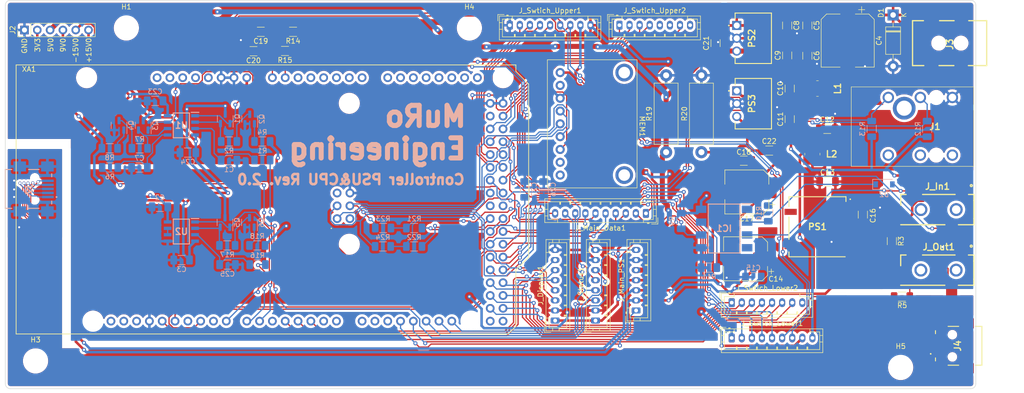
<source format=kicad_pcb>
(kicad_pcb (version 20211014) (generator pcbnew)
  (layers (0 "F.Cu" signal) (31 "B.Cu" signal) (34 "B.Paste" user) (35 "F.Paste" user) (36 "B.SilkS" user "B.Silkscreen") (37 "F.SilkS" user "F.Silkscreen") (38 "B.Mask" user) (39 "F.Mask" user) (44 "Edge.Cuts" user))
  (net 0 "")
  (net 2 "Net-(C1-Pad1)")
  (net 3 "GND")
  (net 4 "/VDD15V0")
  (net 6 "/VSS15V0")
  (net 7 "/VDD9V0")
  (net 8 "Net-(C7-Pad1)")
  (net 9 "Net-(D2-Pad1)")
  (net 14 "/DualSupply_In")
  (net 16 "Net-(J_Out1-Pad2)")
  (net 17 "Net-(J_Out1-Pad3)")
  (net 26 "/Vref_bl")
  (net 27 "Net-(Q1-Pad2)")
  (net 28 "Net-(Q2-Pad1)")
  (net 29 "Net-(C25-Pad1)")
  (net 31 "Net-(Q2-Pad3)")
  (net 35 "/EN_SPL_Matrix")
  (net 37 "/Vref_ge")
  (net 54 "Net-(Q3-Pad2)")
  (net 55 "Net-(Q4-Pad1)")
  (net 56 "Net-(Q4-Pad3)")
  (net 57 "/Vref_bl_pwm")
  (net 58 "/VDD3V3")
  (net 59 "/MidiOut")
  (net 60 "/Vref_ge_pwm")
  (net 61 "/Expr_1")
  (net 62 "/Expr_2")
  (net 63 "/CS_Display")
  (net 64 "/CS_Fram")
  (net 65 "/MidiIn")
  (net 66 "/SDA")
  (net 67 "/SCL")
  (net 68 "/SW1")
  (net 71 "/SW2")
  (net 72 "/SW3")
  (net 73 "/SW4")
  (net 74 "/SW5")
  (net 75 "/SW6")
  (net 76 "/SW_Ext1")
  (net 77 "/SW_Ext2")
  (net 78 "/SW7")
  (net 79 "/SW8")
  (net 80 "/SW9")
  (net 81 "/USB1")
  (net 82 "/USB2")
  (net 83 "/USB3")
  (net 84 "/USB4")
  (net 85 "/USB5")
  (net 86 "/USB_Outer")
  (net 87 "/SW10")
  (net 88 "/MISO")
  (net 89 "/MOSI")
  (net 90 "/SCK")
  (net 93 "Net-(IC1-Pad7)")
  (net 95 "Net-(J_In1-Pad3)")
  (net 99 "/VDD5V0")
  (net 100 "Net-(C10-Pad1)")
  (net 101 "Net-(D2-Pad2)")
  (net 106 "/ID_Select_Display")
  (net 107 "/Reset_Display")
  (net 108 "/RCLK_MATRIX")
  (net 109 "/SEL_Matrix")
  (net 110 "Net-(J_Main_Data1-Pad6)")
  (net 111 "Net-(J_Main_Data1-Pad7)")
  (net 112 "/Data_Matrix")
  (net 113 "/CLK_Matrix")
  (net 114 "/CS_Amp_N")
  (net 115 "/INT_Matrix")
  (net 116 "/INT_Status")
  (net 117 "/RCLK_Lower")
  (net 118 "/SRCLR_Lower")
  (net 119 "/SRCLK_Lower")
  (net 120 "/SER_Lower")
  (net 121 "/OE_Lower")
  (net 123 "/RCLK_Upper")
  (net 124 "/SRCLR_Upper")
  (net 125 "/SRCLK_Upper")
  (net 126 "/SER_Upper")
  (net 129 "/OE_Upper")
  (net 131 "/Expr_1_In")
  (net 132 "/Expr_2_In")
  (net 133 "/Vref_status")
  (net 134 "Net-(Q5-Pad2)")
  (net 135 "Net-(Q6-Pad1)")
  (net 136 "Net-(Q6-Pad3)")
  (net 137 "/Vref_status_pwm")
  (net 138 "Net-(U2-Pad6)")
  (net 139 "/I2C_Reset")
  (footprint "Capacitor_SMD:C_1206_3216Metric_Pad1.33x1.80mm_HandSolder" (layer "F.Cu") (at 96.65 68.75 180)
    (fp_text reference "C19")
    (fp_text value "100n")
  )
  (footprint "Resistor_SMD:R_1206_3216Metric_Pad1.30x1.75mm_HandSolder" (layer "F.Cu") (at 103.05 68.75 180)
    (fp_text reference "R14")
    (fp_text value "1k")
  )
  (footprint "Capacitor_SMD:C_1206_3216Metric_Pad1.33x1.80mm_HandSolder" (layer "F.Cu") (at 201 73.4375 90)
    (fp_text reference "C9")
    (fp_text value "22u")
  )
  (footprint "Capacitor_SMD:C_1206_3216Metric_Pad1.33x1.80mm_HandSolder" (layer "F.Cu") (at 186.8 71 90)
    (fp_text reference "C21")
    (fp_text value "100n")
  )
  (footprint "KiCad_Libs:MountingHole_4mm" (layer "F.Cu") (at 52 134)
    (fp_text reference "H3")
    (fp_text value "MountingHole")
  )
  (footprint "Capacitor_SMD:C_1206_3216Metric_Pad1.33x1.80mm_HandSolder" (layer "F.Cu") (at 209 98.45)
    (fp_text reference "C13")
    (fp_text value "22u")
  )
  (footprint "Connector_JST:JST_PH_B10B-PH-K_1x10_P2.00mm_Vertical" (layer "F.Cu") (at 173 104.75 180)
    (fp_text reference "J_Main_Data1")
    (fp_text value "Conn_01x10")
  )
  (footprint "SamacSys_Parts:SJ-3524-SMT-TR" (layer "F.Cu") (at 238.0115 107 180)
    (fp_text reference "J_In1")
    (fp_text value "SJ-3524-SMT-TR" hide)
  )
  (footprint "Resistor_SMD:R_1206_3216Metric_Pad1.30x1.75mm_HandSolder" (layer "F.Cu") (at 221.75 110.25 -90)
    (fp_text reference "R3")
    (fp_text value "33")
  )
  (footprint "Connector_JST:JST_PH_B8B-PH-K_1x08_P2.00mm_Vertical" (layer "F.Cu") (at 167.75 67.44)
    (fp_text reference "J_Swtich_Upper2")
    (fp_text value "Conn_01x08")
  )
  (footprint "Connector_JST:JST_PH_B9B-PH-K_1x09_P2.00mm_Vertical" (layer "F.Cu") (at 190 129.45)
    (fp_text reference "J_Swtich_Lower1")
    (fp_text value "Conn_01x09")
  )
  (footprint "Resistor_THT:R_Axial_DIN0414_L11.9mm_D4.5mm_P15.24mm_Horizontal" (layer "F.Cu") (at 177 92.62 90)
    (fp_text reference "R19")
    (fp_text value "100")
  )
  (footprint "Connector_JST:JST_PH_B8B-PH-K_1x08_P2.00mm_Vertical" (layer "F.Cu") (at 190 122.45)
    (fp_text reference "J_Swtich_Lower2")
    (fp_text value "Conn_01x08")
  )
  (footprint "FRam:Adafruit_FRam_2M" (layer "F.Cu") (at 156 87 -90)
    (fp_text reference "MEM1")
    (fp_text value "Adafruit_Fram_2M")
  )
  (footprint "Resistor_THT:R_Axial_DIN0414_L11.9mm_D4.5mm_P15.24mm_Horizontal" (layer "F.Cu") (at 184 92.62 90)
    (fp_text reference "R20")
    (fp_text value "68")
  )
  (footprint "Resistor_SMD:R_1206_3216Metric_Pad1.30x1.75mm_HandSolder" (layer "F.Cu") (at 223.75 121.25)
    (fp_text reference "R5")
    (fp_text value "10")
  )
  (footprint "Capacitor_SMD:C_1206_3216Metric_Pad1.33x1.80mm_HandSolder" (layer "F.Cu") (at 201.5 80 90)
    (fp_text reference "C10")
    (fp_text value "10u")
  )
  (footprint "Capacitor_SMD:C_1206_3216Metric_Pad1.33x1.80mm_HandSolder" (layer "F.Cu") (at 208.9375 88)
    (fp_text reference "C12")
    (fp_text value "22u")
  )
  (footprint "Connector_PinHeader_2.54mm:PinHeader_1x06_P2.54mm_Vertical" (layer "F.Cu") (at 49.8 68.4 90)
    (fp_text reference "J2")
    (fp_text value "Conn_01x06")
  )
  (footprint "Capacitor_SMD:CP_Elec_8x10.5" (layer "F.Cu") (at 192.75 113.75 180)
    (fp_text reference "C14")
    (fp_text value "47u")
  )
  (footprint "SamacSys_Parts:ACJSMHOP" (layer "F.Cu") (at 238 94.6)
    (fp_text reference "J1")
    (fp_text value "ACJS-MHOP" hide)
  )
  (footprint "Capacitor_SMD:CP_Elec_8x10.5" (layer "F.Cu") (at 193 100.5 180)
    (fp_text reference "C17")
    (fp_text value "47u")
  )
  (footprint "Arduino:Arduino_Due_Shield" (layer "F.Cu") (at 48.1525 130.5125)
    (fp_text reference "XA1")
    (fp_text value "Arduino_Due_Shield")
  )
  (footprint "Connector_JST:JST_PH_B7B-PH-K_1x07_P2.00mm_Vertical" (layer "F.Cu") (at 171.05 124 90)
    (fp_text reference "J_Main_PS1")
    (fp_text value "Conn_01x07")
  )
  (footprint "Connector_JST:JST_PH_B9B-PH-K_1x09_P2.00mm_Vertical" (layer "F.Cu") (at 146 67.45)
    (fp_text reference "J_Swtich_Upper1")
    (fp_text value "Conn_01x09")
  )
  (footprint "Capacitor_SMD:C_1206_3216Metric_Pad1.33x1.80mm_HandSolder" (layer "F.Cu") (at 197.4375 92.3)
    (fp_text reference "C22")
    (fp_text value "100n")
  )
  (footprint "SamacSys_Parts:TCK151" (layer "F.Cu") (at 206 93 180)
    (fp_text reference "L2")
    (fp_text value "TCK-151" hide)
  )
  (footprint "SamacSys_Parts:SJ-3524-SMT-TR" (layer "F.Cu") (at 238 119 180)
    (fp_text reference "J_Out1")
    (fp_text value "SJ-3524-SMT-TR" hide)
  )
  (footprint "Diode_THT:D_DO-41_SOD81_P10.16mm_Horizontal" (layer "F.Cu") (at 222 65.42 -90)
    (fp_text reference "D1")
    (fp_text value "1N4001")
  )
  (footprint "Capacitor_SMD:C_1206_3216Metric_Pad1.33x1.80mm_HandSolder" (layer "F.Cu") (at 201 67.5 -90)
    (fp_text reference "C8")
    (fp_text value "10u")
  )
  (footprint "SamacSys_Parts:FC68148S_2" (layer "F.Cu") (at 235.45 71 90)
    (fp_text reference "J3")
    (fp_text value "FC68148S" hide)
  )
  (footprint "Capacitor_SMD:CP_Elec_10x10" (layer "F.Cu") (at 213 70.5 -90)
    (fp_text reference "C4")
    (fp_text value "220u")
  )
  (footprint "Capacitor_SMD:C_1206_3216Metric_Pad1.33x1.80mm_HandSolder" (layer "F.Cu") (at 216 105 90)
    (fp_text reference "C16")
    (fp_text value "180p")
  )
  (footprint "Capacitor_SMD:C_1206_3216Metric_Pad1.33x1.80mm_HandSolder" (layer "F.Cu") (at 201.5 86.0625 90)
    (fp_text reference "C11")
    (fp_text value "22u")
  )
  (footprint "Capacitor_SMD:C_1206_3216Metric_Pad1.33x1.80mm_HandSolder" (layer "F.Cu") (at 95.2 72.6 180)
    (fp_text reference "C20")
    (fp_text value "100n")
  )
  (footprint "SamacSys_Parts:TCK147" (layer "F.Cu") (at 207 80 -90)
    (fp_text reference "L1")
    (fp_text value "TCK-146" hide)
  )
  (footprint "SamacSys_Parts:LMO78_0505" (layer "F.Cu") (at 191.01 80.46 -90)
    (fp_text reference "PS3")
    (fp_text value "LMO78_03-0.5" hide)
  )
  (footprint "SamacSys_Parts:TRS20922" (layer "F.Cu") (at 207 107.4)
    (fp_text reference "PS1")
    (fp_text value "TRS_2-0923" hide)
  )
  (footprint "KiCad_Libs:MountingHole_4mm" (layer "F.Cu") (at 70 68)
    (fp_text reference "H1")
    (fp_text value "MountingHole")
  )
  (footprint "Connector_JST:JST_PH_B8B-PH-K_1x08_P2.00mm_Vertical" (layer "F.Cu") (at 155 126 90)
    (fp_text reference "J_Display1")
    (fp_text value "Conn_01x08")
  )
  (footprint "SamacSys_Parts:USB206605RBHM15STB0001A" (layer "F.Cu") (at 235 131 90)
    (fp_text reference "J4")
    (fp_text value "USB2066-05-RBHM-15-STB-00-01-A" hide)
  )
  (footprint "Capacitor_SMD:C_1206_3216Metric_Pad1.33x1.80mm_HandSolder" (layer "F.Cu") (at 192.4 94.3 180)
    (fp_text reference "C18")
    (fp_text value "100n")
  )
  (footprint "Connector_JST:JST_PH_B8B-PH-K_1x08_P2.00mm_Vertical" (layer "F.Cu") (at 163 126 90)
    (fp_text reference "J_Status1")
    (fp_text value "Conn_01x08")
  )
  (footprint "KiCad_Libs:MountingHole_4mm" (layer "F.Cu") (at 138 68)
    (fp_text reference "H4")
    (fp_text value "MountingHole")
  )
  (footprint "SamacSys_Parts:LMO78_0505" (layer "F.Cu") (at 191 67.5 -90)
    (fp_text reference "PS2")
    (fp_text value "LMO78_05-0.5" hide)
  )
  (footprint "Resistor_SMD:R_1206_3216Metric_Pad1.30x1.75mm_HandSolder" (layer "F.Cu") (at 101.45 72.55 180)
    (fp_text reference "R15")
    (fp_text value "1k")
  )
  (footprint "Capacitor_SMD:C_1206_3216Metric_Pad1.33x1.80mm_HandSolder" (layer "F.Cu") (at 205 67.5 -90)
    (fp_text reference "C5")
    (fp_text value "2.2u")
  )
  (footprint "Capacitor_SMD:C_1206_3216Metric_Pad1.33x1.80mm_HandSolder" (layer "F.Cu") (at 205 73.5 -90)
    (fp_text reference "C6")
    (fp_text value "100n")
  )
  (footprint "KiCad_Libs:MountingHole_4mm" (layer "F.Cu") (at 223.5 135.3)
    (fp_text reference "H5")
    (fp_text value "MountingHole")
  )
  (footprint "Package_TO_SOT_SMD:SOT-23" (layer "B.Cu") (at 73.35 87.3 90)
    (fp_text reference "Q3")
    (fp_text value "BC847")
  )
  (footprint "Resistor_SMD:R_1206_3216Metric_Pad1.30x1.75mm_HandSolder" (layer "B.Cu") (at 96.95 94.15 180)
    (fp_text reference "R1")
    (fp_text value "33k")
  )
  (footprint "Resistor_SMD:R_1206_3216Metric_Pad1.30x1.75mm_HandSolder" (layer "B.Cu") (at 66.75 95.65)
    (fp_text reference "R6")
    (fp_text value "33k")
  )
  (footprint "Capacitor_SMD:C_1206_3216Metric_Pad1.33x1.80mm_HandSolder" (layer "B.Cu") (at 152.75 100 90)
    (fp_text reference "C26")
    (fp_text value "100n")
  )
  (footprint "Capacitor_SMD:C_1206_3216Metric_Pad1.33x1.80mm_HandSolder" (layer "B.Cu") (at 90.05 114.9)
    (fp_text reference "C25")
    (fp_text value "1u")
  )
  (footprint "Resistor_SMD:R_1206_3216Metric_Pad1.30x1.75mm_HandSolder" (layer "B.Cu") (at 185.5 115.5)
    (fp_text reference "R11")
    (fp_text value "1k")
  )
  (footprint "Package_TO_SOT_SMD:SOT-23" (layer "B.Cu") (at 94.45 86.05 90)
    (fp_text reference "Q2")
    (fp_text value "2N7002")
  )
  (footprint "Resistor_SMD:R_1206_3216Metric_Pad1.30x1.75mm_HandSolder" (layer "B.Cu") (at 217.75 88 -90)
    (fp_text reference "R13")
    (fp_text value "100k")
  )
  (footprint "Package_TO_SOT_SMD:SOT-23" (layer "B.Cu") (at 89.6 86 90)
    (fp_text reference "Q1")
    (fp_text value "BC847")
  )
  (footprint "Capacitor_SMD:C_1206_3216Metric_Pad1.33x1.80mm_HandSolder" (layer "B.Cu") (at 80.95 114)
    (fp_text reference "C3")
    (fp_text value "100n")
  )
  (footprint "Package_TO_SOT_SMD:SOT-23" (layer "B.Cu") (at 94.4 106.55 90)
    (fp_text reference "Q6")
    (fp_text value "2N7002")
  )
  (footprint "Resistor_SMD:R_1206_3216Metric_Pad1.30x1.75mm_HandSolder" (layer "B.Cu") (at 90 111.1)
    (fp_text reference "R17")
    (fp_text value "330")
  )
  (footprint "SamacSys_Parts:USB206605RBHM15STB0001A" (layer "B.Cu") (at 50.6 99.9 90)
    (fp_text reference "J7")
    (fp_text value "USB2066-05-RBHM-15-STB-00-01-A" hide)
  )
  (footprint "Package_TO_SOT_SMD:SOT-23" (layer "B.Cu") (at 68.55 87.3 90)
    (fp_text reference "Q4")
    (fp_text value "2N7002")
  )
  (footprint "Resistor_SMD:R_1206_3216Metric_Pad1.30x1.75mm_HandSolder" (layer "B.Cu") (at 127.05 107.65 180)
    (fp_text reference "R21")
    (fp_text value "0")
  )
  (footprint "SamacSys_Parts:SOP254P1016X460-8N" (layer "B.Cu") (at 188.5 107.75 180)
    (fp_text reference "IC1")
    (fp_text value "6N138S" hide)
  )
  (footprint "Resistor_SMD:R_1206_3216Metric_Pad1.30x1.75mm_HandSolder" (layer "B.Cu") (at 228.75 88 -90)
    (fp_text reference "R12")
    (fp_text value "100k")
  )
  (footprint "Resistor_SMD:R_1206_3216Metric_Pad1.30x1.75mm_HandSolder" (layer "B.Cu") (at 90.35 90.5)
    (fp_text reference "R2")
    (fp_text value "330")
  )
  (footprint "Resistor_SMD:R_1206_3216Metric_Pad1.30x1.75mm_HandSolder" (layer "B.Cu") (at 120.85 111.3 180)
    (fp_text reference "R24")
    (fp_text value "0")
  )
  (footprint "SamacSys_Parts:SOIC127P600X175-8N" (layer "B.Cu") (at 80.9 108.35 180)
    (fp_text reference "U2")
    (fp_text value "TL072" hide)
  )
  (footprint "Resistor_SMD:R_1206_3216Metric_Pad1.30x1.75mm_HandSolder" (layer "B.Cu") (at 66.7 91.85)
    (fp_text reference "R8")
    (fp_text value "10k")
  )
  (footprint "Resistor_SMD:R_1206_3216Metric_Pad1.30x1.75mm_HandSolder" (layer "B.Cu") (at 96 114.9 180)
    (fp_text reference "R16")
    (fp_text value "33k")
  )
  (footprint "SamacSys_Parts:SOIC127P600X175-8N" (layer "B.Cu") (at 80.9 87.3 180)
    (fp_text reference "U1")
    (fp_text value "TL072" hide)
  )
  (footprint "Resistor_SMD:R_1206_3216Metric_Pad1.30x1.75mm_HandSolder" (layer "B.Cu") (at 180 106.25 -90)
    (fp_text reference "R9")
    (fp_text value "470")
  )
  (footprint "Capacitor_SMD:C_1206_3216Metric_Pad1.33x1.80mm_HandSolder" (layer "B.Cu") (at 75.7 82.45 180)
    (fp_text reference "C23")
    (fp_text value "100n")
  )
  (footprint "Diode_SMD:D_SOD-123" (layer "B.Cu") (at 220.2 99)
    (fp_text reference "D2")
    (fp_text value "1N4148")
  )
  (footprint "Resistor_SMD:R_1206_3216Metric_Pad1.30x1.75mm_HandSolder" (layer "B.Cu") (at 96.95 90.5 180)
    (fp_text reference "R4")
    (fp_text value "10k")
  )
  (footprint "Capacitor_SMD:C_1206_3216Metric_Pad1.33x1.80mm_HandSolder" (layer "B.Cu") (at 72.6 95.65 180)
    (fp_text reference "C7")
    (fp_text value "1u")
  )
  (footprint "Resistor_SMD:R_1206_3216Metric_Pad1.30x1.75mm_HandSolder" (layer "B.Cu") (at 197.25 104.75 -90)
    (fp_text reference "R10")
    (fp_text value "33")
  )
  (footprint "Capacitor_SMD:C_1206_3216Metric_Pad1.33x1.80mm_HandSolder" (layer "B.Cu") (at 82.2 92.7)
    (fp_text reference "C24")
    (fp_text value "100n")
  )
  (footprint "Capacitor_SMD:C_1206_3216Metric_Pad1.33x1.80mm_HandSolder" (layer "B.Cu") (at 194.3 117.4 180)
    (fp_text reference "C15")
    (fp_text value "100n")
  )
  (footprint "Capacitor_SMD:C_1206_3216Metric_Pad1.33x1.80mm_HandSolder" (layer "B.Cu") (at 76.65 103.45 180)
    (fp_text reference "C2")
    (fp_text value "100n")
  )
  (footprint "Package_TO_SOT_SMD:SOT-23" (layer "B.Cu") (at 89.55 106.55 90)
    (fp_text reference "Q5")
    (fp_text value "BC847")
  )
  (footprint "Resistor_SMD:R_1206_3216Metric_Pad1.30x1.75mm_HandSolder" (layer "B.Cu") (at 72.65 91.85 180)
    (fp_text reference "R7")
    (fp_text value "330")
  )
  (footprint "Resistor_SMD:R_1206_3216Metric_Pad1.30x1.75mm_HandSolder" (layer "B.Cu") (at 95.95 111.1 180)
    (fp_text reference "R18")
    (fp_text value "10k")
  )
  (footprint "Capacitor_SMD:C_1206_3216Metric_Pad1.33x1.80mm_HandSolder" (layer "B.Cu") (at 149 100 90)
    (fp_text reference "C27")
    (fp_text value "100n")
  )
  (footprint "Resistor_SMD:R_1206_3216Metric_Pad1.30x1.75mm_HandSolder" (layer "B.Cu") (at 127.05 111.3 180)
    (fp_text reference "R22")
    (fp_text value "0")
  )
  (footprint "Resistor_SMD:R_1206_3216Metric_Pad1.30x1.75mm_HandSolder" (layer "B.Cu") (at 120.9 107.65 180)
    (fp_text reference "R23")
    (fp_text value "0")
  )
  (footprint "Capacitor_SMD:C_1206_3216Metric_Pad1.33x1.80mm_HandSolder" (layer "B.Cu") (at 90.35 94.2)
    (fp_text reference "C1")
    (fp_text value "1u")
  )
  (gr_line (start 237.4 139.5) (end 180 139.5) (layer "Edge.Cuts") (width 0.1))
  (gr_line (start 46 63.5) (end 46 138.5) (layer "Edge.Cuts") (width 0.1))
  (gr_line (start 238.4 63.5) (end 238.4 138.5) (layer "Edge.Cuts") (width 0.1))
  (gr_line (start 180 139.5) (end 47 139.5) (layer "Edge.Cuts") (width 0.1))
  (gr_line (start 47 62.5) (end 237.4 62.5) (layer "Edge.Cuts") (width 0.1))
  (gr_arc (start 237.4 62.5) (mid 238.107107 62.792893) (end 238.4 63.5) (layer "Edge.Cuts") (width 0.1))
  (gr_arc (start 238.4 138.5) (mid 238.107107 139.207107) (end 237.4 139.5) (layer "Edge.Cuts") (width 0.1))
  (gr_arc (start 47 139.5) (mid 46.292893 139.207107) (end 46 138.5) (layer "Edge.Cuts") (width 0.1))
  (gr_arc (start 46 63.5) (mid 46.292893 62.792893) (end 47 62.5) (layer "Edge.Cuts") (width 0.1))
  (gr_text "MuRo \nEngineering" (at 137.85 88.75) (layer "B.SilkS") (effects (font (size 4 4) (thickness 1)) (justify left mirror)))
  (gr_text "Controller PSU&CPU Rev. 2.0" (at 114.5 98.05) (layer "B.SilkS") (effects (font (size 2 2) (thickness 0.5)) (justify mirror)))
  (gr_text "9V0" (at 57.45 71.4 90) (layer "F.SilkS") (effects (font (size 1 1))))
  (gr_text "3V3" (at 52.4 71.4 90) (layer "F.SilkS") (effects (font (size 1 1))))
  (gr_text "GND" (at 49.8 71.55 90) (layer "F.SilkS") (effects (font (size 1 1))))
  (gr_text "5V0" (at 55 71.35 90) (layer "F.SilkS") (effects (font (size 1 1))))
  (gr_text "+15V0" (at 62.55 72.45 90) (layer "F.SilkS") (effects (font (size 1 1))))
  (gr_text "-15V0" (at 59.95 72.45 90) (layer "F.SilkS") (effects (font (size 1 1))))
  (segment (start 87.4 88.45) (end 86.885 87.935) (width 0.25) (layer "B.Cu") (net 2))
  (segment (start 86.885 87.935) (end 83.611 87.935) (width 0.25) (layer "B.Cu") (net 2))
  (segment (start 87.4 92.8125) (end 87.4 88.45) (width 0.25) (layer "B.Cu") (net 2))
  (segment (start 88.7875 94.2) (end 87.4 92.8125) (width 0.25) (layer "B.Cu") (net 2))
  (segment (start 94.22548 92.97548) (end 90.01202 92.97548) (width 0.25) (layer "B.Cu") (net 2))
  (segment (start 90.01202 92.97548) (end 88.7875 94.2) (width 0.25) (layer "B.Cu") (net 2))
  (segment (start 95.4 94.15) (end 94.22548 92.97548) (width 0.25) (layer "B.Cu") (net 2))
  (segment (start 235.6 112.3) (end 232.7 112.3) (width 0.5) (layer "F.Cu") (net 3))
  (segment (start 196.7 100.5) (end 196.7 96.8) (width 0.5) (layer "F.Cu") (net 3))
  (segment (start 186.8 69.4375) (end 186.8 70.3) (width 0.5) (layer "F.Cu") (net 3))
  (segment (start 161 112) (end 163 114) (width 0.5) (layer "F.Cu") (net 3))
  (segment (start 206.8625 75.0625) (end 206.9 75.1) (width 0.5) (layer "F.Cu") (net 3))
  (segment (start 199.7 78.7) (end 201.2375 78.7) (width 0.5) (layer "F.Cu") (net 3))
  (segment (start 222 75.58) (end 216.42 75.58) (width 0.5) (layer "F.Cu") (net 3))
  (segment (start 205 75.0625) (end 206.8625 75.0625) (width 0.5) (layer "F.Cu") (net 3))
  (segment (start 199 92.3) (end 199 94.5) (width 0.5) (layer "F.Cu") (net 3))
  (segment (start 201.625 78.4375) (end 205 75.0625) (width 0.5) (layer "F.Cu") (net 3))
  (segment (start 193.9625 96.1625) (end 193.9625 94.3) (width 0.5) (layer "F.Cu") (net 3))
  (segment (start 186.8 70.3) (end 187.3 70.8) (width 0.5) (layer "F.Cu") (net 3))
  (segment (start 201 71.875) (end 201.8125 71.875) (width 0.5) (layer "F.Cu") (net 3))
  (segment (start 228.63 75.58) (end 229.55 76.5) (width 0.5) (layer "F.Cu") (net 3))
  (segment (start 189.05 117.45) (end 189 117.5) (width 0.5) (layer "F.Cu") (net 3))
  (segment (start 212.32 110.25) (end 209.95 110.25) (width 0.5) (layer "F.Cu") (net 3))
  (segment (start 189.05 113.75) (end 189.05 108.15) (width 0.5) (layer "F.Cu") (net 3))
  (segment (start 216.42 75.58) (end 214.08 75.58) (width 0.5) (layer "F.Cu") (net 3))
  (segment (start 201.5 84.5) (end 199.8 84.5) (width 0.5) (layer "F.Cu") (net 3))
  (segment (start 209.95 110.25) (end 209.8 110.4) (width 0.5) (layer "F.Cu") (net 3))
  (segment (start 196.7 96.8) (end 197.25 96.25) (width 0.5) (layer "F.Cu") (net 3))
  (segment (start 196.65 96.75) (end 194.55 96.75) (width 0.5) (layer "F.Cu") (net 3))
  (segment (start 191 70.04) (end 200.0225 70.04) (width 0.5) (layer "F.Cu") (net 3))
  (segment (start 201 69.0625) (end 202.9375 69.0625) (width 0.5) (layer "F.Cu") (net 3))
  (segment (start 155 112) (end 161 112) (width 0.5) (layer "F.Cu") (net 3))
  (segment (start 219.4 103.6) (end 216.1625 103.6) (width 0.5) (layer "F.Cu") (net 3))
  (segment (start 93.6375 71.3375) (end 92.7 70.4) (width 0.5) (layer "F.Cu") (net 3))
  (segment (start 229.55 76.5) (end 235.55 76.5) (width 0.5) (layer "F.Cu") (net 3))
  (segment (start 199 94.5) (end 197.25 96.25) (width 0.5) (layer "F.Cu") (net 3))
  (segment (start 199.8 84.5) (end 199 83.7) (width 0.5) (layer "F.Cu") (net 3))
  (segment (start 210.5 88) (end 210.5 85) (width 0.5) (layer "F.Cu") (net 3))
  (segment (start 194.55 96.75) (end 193.9625 96.1625) (width 0.5) (layer "F.Cu") (net 3))
  (segment (start 196.7 96.8) (end 196.65 96.75) (width 0.5) (layer "F.Cu") (net 3))
  (segment (start 93.6375 72.6) (end 93.6375 71.3375) (width 0.5) (layer "F.Cu") (net 3))
  (segment (start 189.05 113.75) (end 189.05 117.45) (width 0.5) (layer "F.Cu") (net 3))
  (segment (start 201.8125 71.875) (end 205 75.0625) (width 0.5) (layer "F.Cu") (net 3))
  (segment (start 189.05 108.15) (end 196.7 100.5) (width 0.5) (layer "F.Cu") (net 3))
  (segment (start 200.0225 70.04) (end 201 69.0625) (width 0.5) (layer "F.Cu") (net 3))
  (segment (start 202.9375 69.0625) (end 205 69.0625) (width 0.5) (layer "F.Cu") (net 3))
  (segment (start 214.08 75.58) (end 213 74.5) (width 0.5) (layer "F.Cu") (net 3))
  (segment (start 222 75.58) (end 228.63 75.58) (width 0.5) (layer "F.Cu") (net 3))
  (segment (start 95.0875 68.75) (end 94.35 68.75) (width 0.5) (layer "F.Cu") (net 3))
  (segment (start 232.7 112.3) (end 231.8 111.4) (width 0.5) (layer "F.Cu") (net 3))
  (segment (start 94.35 68.75) (end 92.7 70.4) (width 0.5) (layer "F.Cu") (net 3))
  (via (at 219.4 103.6) (size 0.8) (drill 0.4) (layers "F.Cu" "B.Cu") (net 3))
  (via (at 216.42 75.58) (size 0.8) (drill 0.4) (layers "F.Cu" "B.Cu") (net 3))
  (via (at 206.9 75.1) (size 0.8) (drill 0.4) (layers "F.Cu" "B.Cu") (net 3))
  (via (at 210.5 85) (size 0.8) (drill 0.4) (layers "F.Cu" "B.Cu") (net 3))
  (via (at 209.8 110.4) (size 0.8) (drill 0.4) (layers "F.Cu" "B.Cu") (net 3))
  (via (at 199.7 78.7) (size 0.8) (drill 0.4) (layers "F.Cu" "B.Cu") (net 3))
  (via (at 187.3 70.8) (size 0.8) (drill 0.4) (layers "F.Cu" "B.Cu") (net 3))
  (via (at 189 117.5) (size 0.8) (drill 0.4) (layers "F.Cu" "B.Cu") (net 3))
  (via (at 202.9375 69.0625) (size 0.8) (drill 0.4) (layers "F.Cu" "B.Cu") (net 3))
  (via (at 231.8 111.4) (size 0.8) (drill 0.4) (layers "F.Cu" "B.Cu") (net 3))
  (via (at 199 83.7) (size 0.8) (drill 0.4) (layers "F.Cu" "B.Cu") (net 3))
  (via (at 92.7 70.4) (size 0.8) (drill 0.4) (layers "F.Cu" "B.Cu") (net 3))
  (segment (start 198.3 83) (end 199 83.7) (width 0.5) (layer "B.Cu") (net 3))
  (segment (start 207.38 75.58) (end 210.08 75.58) (width 0.5) (layer "B.Cu") (net 3))
  (segment (start 203.5625 69.0625) (end 210.08 75.58) (width 0.5) (layer "B.Cu") (net 3))
  (segment (start 199 79.4) (end 199.7 78.7) (width 0.5) (layer "B.Cu") (net 3))
  (segment (start 210.5 85) (end 210.5 81.5) (width 0.5) (layer "B.Cu") (net 3))
  (segment (start 218.6 110.4) (end 222.4 106.6) (width 0.5) (layer "B.Cu") (net 3))
  (segment (start 231.8 111.4) (end 227.2 111.4) (width 0.5) (layer "B.Cu") (net 3))
  (segment (start 92.7 70.4) (end 91.3325 71.7675) (width 0.5) (layer "B.Cu") (net 3))
  (segment (start 227.2 111.4) (end 222.4 106.6) (width 0.5) (layer "B.Cu") (net 3))
  (segment (start 189 117.5) (end 187 117.5) (width 0.5) (layer "B.Cu") (net 3))
  (segment (start 199 83.7) (end 199 79.4) (width 0.5) (layer "B.Cu") (net 3))
  (segment (start 190.24 70.8) (end 191 70.04) (width 0.5) (layer "B.Cu") (net 3))
  (segment (start 210.5 81.5) (end 216.42 75.58) (width 0.5) (layer "B.Cu") (net 3))
  (segment (start 185 115.5) (end 183.95 115.5) (width 0.5) (layer "B.Cu") (net 3))
  (segment (start 91.3325 71.7675) (end 91.3325 77.8525) (width 0.5) (layer "B.Cu") (net 3))
  (segment (start 222.4 106.6) (end 219.4 103.6) (width 0.5) (layer "B.Cu") (net 3))
  (segment (start 187.3 70.8) (end 190.24 70.8) (width 0.5) (layer "B.Cu") (net 3))
  (segment (start 183.95 115.5) (end 183.95 111.56) (width 0.5) (layer "B.Cu") (net 3))
  (segment (start 202.9375 69.0625) (end 203.5625 69.0625) (width 0.5) (layer "B.Cu") (net 3))
  (segment (start 187 117.5) (end 185 115.5) (width 0.5) (layer "B.Cu") (net 3))
  (segment (start 206.9 75.1) (end 207.38 75.58) (width 0.5) (layer "B.Cu") (net 3))
  (segment (start 191.01 83) (end 198.3 83) (width 0.5) (layer "B.Cu") (net 3))
  (segment (start 209.8 110.4) (end 218.6 110.4) (width 0.5) (layer "B.Cu") (net 3))
  (segment (start 210.08 75.58) (end 216.42 75.58) (width 0.5) (layer "B.Cu") (net 3))
  (segment (start 61.35 101.15) (end 61.65048 101.45048) (width 0.5) (layer "F.Cu") (net 4))
  (segment (start 61.65048 101.45048) (end 61.51025 101.45048) (width 0.5) (layer "F.Cu") (net 4))
  (segment (start 59.75 92.45) (end 59.75 99.55) (width 0.5) (layer "F.Cu") (net 4))
  (segment (start 177.5 122) (end 171.05 122) (width 0.5) (layer "F.Cu") (net 4))
  (segment (start 74.44952 101.45048) (end 74.75 101.15) (width 0.5) (layer "F.Cu") (net 4))
  (segment (start 59.75 99.55) (end 61.35 101.15) (width 0.5) (layer "F.Cu") (net 4))
  (segment (start 70.75 81.45) (end 62.5 73.2) (width 0.5) (layer "F.Cu") (net 4))
  (segment (start 61.51025 101.45048) (end 60.000001 102.960729) (width 0.5) (layer "F.Cu") (net 4))
  (segment (start 196.45 113.75) (end 190.6 119.6) (width 0.5) (layer "F.Cu") (net 4))
  (segment (start 62.5 73.2) (end 62.5 68.4) (width 0.5) (layer "F.Cu") (net 4))
  (segment (start 70.75 81.45) (end 59.75 92.45) (width 0.5) (layer "F.Cu") (net 4))
  (segment (start 61.65048 101.45048) (end 74.44952 101.45048) (width 0.5) (layer "F.Cu") (net 4))
  (segment (start 61.6 131.8) (end 60 130.2) (width 0.5) (layer "F.Cu") (net 4))
  (segment (start 60 130.2) (end 60.000001 102.960729) (width 0.5) (layer "F.Cu") (net 4))
  (via (at 61.6 131.8) (size 0.8) (drill 0.4) (layers "F.Cu" "B.Cu") (net 4))
  (via (at 74.75 101.15) (size 0.8) (drill 0.4) (layers "F.Cu" "B.Cu") (net 4))
  (via (at 70.75 81.45) (size 0.8) (drill 0.4) (layers "F.Cu" "B.Cu") (net 4))
  (via (at 177.5 122) (size 0.8) (drill 0.4) (layers "F.Cu" "B.Cu") (net 4))
  (via (at 190.6 119.6) (size 0.8) (drill 0.4) (layers "F.Cu" "B.Cu") (net 4))
  (segment (start 77.2625 82.45) (end 75.91298 81.10048) (width 0.5) (layer "B.Cu") (net 4))
  (segment (start 180.605764 118.894236) (end 185.858133 118.894236) (width 0.5) (layer "B.Cu") (net 4))
  (segment (start 169.75 122) (end 171.05 122) (width 0.5) (layer "B.Cu") (net 4))
  (segment (start 169.35 127.8) (end 169.35 122.4) (width 0.5) (layer "B.Cu") (net 4))
  (segment (start 75.05 101.45) (end 76.2125 101.45) (width 0.5) (layer "B.Cu") (net 4))
  (segment (start 78.189 106.445) (end 78.189 103.4735) (width 0.5) (layer "B.Cu") (net 4))
  (segment (start 78.189 83.3765) (end 77.2625 82.45) (width 0.5) (layer "B.Cu") (net 4))
  (segment (start 62.05 132.25) (end 164.9 132.25) (width 0.5) (layer "B.Cu") (net 4))
  (segment (start 193.6625 119.6) (end 195.8625 117.4) (width 0.5) (layer "B.Cu") (net 4))
  (segment (start 78.189 85.395) (end 78.189 83.3765) (width 0.5) (layer "B.Cu") (net 4))
  (segment (start 185.858133 118.894236) (end 187.213897 120.25) (width 0.5) (layer "B.Cu") (net 4))
  (segment (start 169.35 122.4) (end 169.75 122) (width 0.5) (layer "B.Cu") (net 4))
  (segment (start 61.6 131.8) (end 62.05 132.25) (width 0.5) (layer "B.Cu") (net 4))
  (segment (start 76.2125 101.45) (end 78.2125 103.45) (width 0.5) (layer "B.Cu") (net 4))
  (segment (start 74.75 101.15) (end 75.05 101.45) (width 0.5) (layer "B.Cu") (net 4))
  (segment (start 75.91298 81.10048) (end 71.09952 81.10048) (width 0.5) (layer "B.Cu") (net 4))
  (segment (start 187.213897 120.25) (end 189.95 120.25) (width 0.5) (layer "B.Cu") (net 4))
  (segment (start 189.95 120.25) (end 190.6 119.6) (width 0.5) (layer "B.Cu") (net 4))
  (segment (start 177.5 122) (end 180.605764 118.894236) (width 0.5) (layer "B.Cu") (net 4))
  (segment (start 190.6 119.6) (end 193.6625 119.6) (width 0.5) (layer "B.Cu") (net 4))
  (segment (start 71.09952 81.10048) (end 70.75 81.45) (width 0.5) (layer "B.Cu") (net 4))
  (segment (start 164.9 132.25) (end 169.35 127.8) (width 0.5) (layer "B.Cu") (net 4))
  (segment (start 186.25 103.75) (end 186.25 117.25) (width 0.5) (layer "F.Cu") (net 6))
  (segment (start 189.67548 120.67548) (end 208.57452 120.67548) (width 0.5) (layer "F.Cu") (net 6))
  (segment (start 187.75 118.75) (end 189.67548 120.67548) (width 0.5) (layer "F.Cu") (net 6))
  (segment (start 81.2 102.15) (end 81.75 102.7) (width 0.5) (layer "F.Cu") (net 6))
  (segment (start 186.25 103.55) (end 186.25 103.75) (width 0.5) (layer "F.Cu") (net 6))
  (segment (start 211.99 112.25) (end 211.32 112.92) (width 0.5) (layer "F.Cu") (net 6))
  (segment (start 189.3 97.3) (end 190.8375 95.7625) (width 0.5) (layer "F.Cu") (net 6))
  (segment (start 186.25 117.25) (end 187.75 118.75) (width 0.5) (layer "F.Cu") (net 6))
  (segment (start 83.7625 90.4625) (end 79 85.7) (width 0.5) (layer "F.Cu") (net 6))
  (segment (start 178 120.25) (end 177.75 120) (width 0.5) (layer "F.Cu") (net 6))
  (segment (start 63.799511 67.861724) (end 63.038276 67.100489) (width 0.5) (layer "F.Cu") (net 6))
  (segment (start 211.32 117.93) (end 211.32 112.92) (width 0.5) (layer "F.Cu") (net 6))
  (segment (start 177.75 120) (end 171.05 120) (width 0.5) (layer "F.Cu") (net 6))
  (segment (start 79 85.7) (end 74.498609 85.7) (width 0.5) (layer "F.Cu") (net 6))
  (segment (start 74.498609 85.7) (end 71.599511 82.800902) (width 0.5) (layer "F.Cu") (net 6))
  (segment (start 71.599511 82.800902) (end 71.599511 80.999511) (width 0.5) (layer "F.Cu") (net 6))
  (segment (start 61.6 130.4) (end 60.69952 129.49952) (width 0.5) (layer "F.Cu") (net 6))
  (segment (start 71.599511 80.999511) (end 63.799511 73.199511) (width 0.5) (layer "F.Cu") (net 6))
  (segment (start 208.57452 120.67548) (end 211.32 117.93) (width 0.5) (layer "F.Cu") (net 6))
  (segment (start 211.32 112.92) (end 211.32 112.3) (width 0.5) (layer "F.Cu") (net 6))
  (segment (start 189.3 100.5) (end 186.25 103.55) (width 0.5) (layer "F.Cu") (net 6))
  (segment (start 60.69952 103.25048) (end 61.8 102.15) (width 0.5) (layer "F.Cu") (net 6))
  (segment (start 90.15 100.7) (end 83.75 100.7) (width 0.5) (layer "F.Cu") (net 6))
  (segment (start 60.69952 129.49952) (end 60.69952 103.25048) (width 0.5) (layer "F.Cu") (net 6))
  (segment (start 63.799511 73.199511) (end 63.799511 67.861724) (width 0.5) (layer "F.Cu") (net 6))
  (segment (start 61.259511 67.100489) (end 59.96 68.4) (width 0.5) (layer "F.Cu") (net 6))
  (segment (start 61.8 102.15) (end 81.2 102.15) (width 0.5) (layer "F.Cu") (net 6))
  (segment (start 189.3 100.5) (end 189.3 97.3) (width 0.5) (layer "F.Cu") (net 6))
  (segment (start 83.75 100.7) (end 81.75 102.7) (width 0.5) (layer "F.Cu") (net 6))
  (segment (start 190.8375 95.7625) (end 190.8375 94.3) (width 0.5) (layer "F.Cu") (net 6))
  (segment (start 63.038276 67.100489) (end 61.259511 67.100489) (width 0.5) (layer "F.Cu") (net 6))
  (via (at 61.6 130.4) (size 0.8) (drill 0.4) (layers "F.Cu" "B.Cu") (net 6))
  (via (at 83.7625 90.4625) (size 0.8) (drill 0.4) (layers "F.Cu" "B.Cu") (net 6))
  (via (at 187.75 118.75) (size 0.8) (drill 0.4) (layers "F.Cu" "B.Cu") (net 6))
  (via (at 178 120.25) (size 0.8) (drill 0.4) (layers "F.Cu" "B.Cu") (net 6))
  (via (at 81.75 102.7) (size 0.8) (drill 0.4) (layers "F.Cu" "B.Cu") (net 6))
  (via (at 90.15 100.7) (size 0.8) (drill 0.4) (layers "F.Cu" "B.Cu") (net 6))
  (segment (start 180.25 118) (end 186.51073 118) (width 0.5) (layer "B.Cu") (net 6))
  (segment (start 61.6 130.4) (end 62.75048 131.55048) (width 0.5) (layer "B.Cu") (net 6))
  (segment (start 187.26073 118.75) (end 187.75 118.75) (width 0.5) (layer "B.Cu") (net 6))
  (segment (start 82.5125 114) (end 82.5125 111.3535) (width 0.5) (layer "B.Cu") (net 6))
  (segment (start 81.3 103.15) (end 81.3 112.7875) (width 0.5) (layer "B.Cu") (net 6))
  (segment (start 164.61025 131.55048) (end 168.65 127.51073) (width 0.5) (layer "B.Cu") (net 6))
  (segment (start 83.611 89.205) (end 83.7625 89.3565) (width 0.5) (layer "B.Cu") (net 6))
  (segment (start 82.5125 111.3535) (end 83.611 110.255) (width 0.5) (layer "B.Cu") (net 6))
  (segment (start 168.65 127.51073) (end 168.65 121.55) (width 0.5) (layer "B.Cu") (net 6))
  (segment (start 186.51073 118) (end 187.26073 118.75) (width 0.5) (layer "B.Cu") (net 6))
  (segment (start 170.2 120) (end 171.05 120) (width 0.5) (layer "B.Cu") (net 6))
  (segment (start 83.7625 94.3125) (end 90.15 100.7) (width 0.5) (layer "B.Cu") (net 6))
  (segment (start 83.7625 92.7) (end 83.7625 94.3125) (width 0.5) (layer "B.Cu") (net 6))
  (segment (start 62.75048 131.55048) (end 164.61025 131.55048) (width 0.5) (layer "B.Cu") (net 6))
  (segment (start 168.65 121.55) (end 170.2 120) (width 0.5) (layer "B.Cu") (net 6))
  (segment (start 178 120.25) (end 180.25 118) (width 0.5) (layer "B.Cu") (net 6))
  (segment (start 83.7625 92.7) (end 83.7625 90.4625) (width 0.5) (layer "B.Cu") (net 6))
  (segment (start 81.75 102.7) (end 81.3 103.15) (width 0.5) (layer "B.Cu") (net 6))
  (segment (start 83.7625 89.3565) (end 83.7625 90.4625) (width 0.5) (layer "B.Cu") (net 6))
  (segment (start 81.3 112.7875) (end 82.5125 114) (width 0.5) (layer "B.Cu") (net 6))
  (segment (start 155 126) (end 163 126) (width 0.5) (layer "F.Cu") (net 7))
  (segment (start 208.25 87.125) (end 208.25 80) (width 0.5) (layer "F.Cu") (net 7))
  (segment (start 214.08 65.42) (end 213 66.5) (width 0.5) (layer "F.Cu") (net 7))
  (segment (start 174.2 96.243784) (end 174.55048 95.893304) (width 0.5) (layer "F.Cu") (net 7))
  (segment (start 174.55048 95.893304) (end 174.55048 77.496758) (width 0.5) (layer "F.Cu") (net 7))
  (segment (start 171.45 107.8) (end 173.013172 107.8) (width 0.5) (layer "F.Cu") (net 7))
  (segment (start 207.375 88) (end 207.375 90.375) (width 0.5) (layer "F.Cu") (net 7))
  (segment (start 167.5 111.75) (end 171.45 107.8) (width 0.5) (layer "F.Cu") (net 7))
  (segment (start 222 65.42) (end 224.029511 67.449511) (width 0.5) (layer "F.Cu") (net 7))
  (segment (start 205.3625 71.9375) (end 206.9 70.4) (width 0.5) (layer "F.Cu") (net 7))
  (segment (start 213 66.5) (end 206.9 66.5) (width 0.5) (layer "F.Cu") (net 7))
  (segment (start 208.25 80) (end 208.25 75.1875) (width 0.5) (layer "F.Cu") (net 7))
  (segment (start 224.029511 67.449511) (end 233.600489 67.449511) (width 0.5) (layer "F.Cu") (net 7))
  (segment (start 199.4375 67.5) (end 201 65.9375) (width 0.5) (layer "F.Cu") (net 7))
  (segment (start 207.375 90.375) (end 206 91.75) (width 0.5) (layer "F.Cu") (net 7))
  (segment (start 167.406247 122.843753) (end 167.406247 121.843753) (width 0.5) (layer "F.Cu") (net 7))
  (segment (start 89.6 83.45) (end 93.8725 79.1775) (width 0.5) (layer "F.Cu") (net 7))
  (segment (start 208.25 75.1875) (end 205 71.9375) (width 0.5) (layer "F.Cu") (net 7))
  (segment (start 206.9 70.4) (end 206.9 66.5) (width 0.5) (layer "F.Cu") (net 7))
  (segment (start 74.8 84.8) (end 81.3 84.8) (width 0.5) (layer "F.Cu") (net 7))
  (segment (start 207.375 88) (end 208.25 87.125) (width 0.5) (layer "F.Cu") (net 7))
  (segment (start 177.403619 74.643619) (end 184.547238 67.5) (width 0.5) (layer "F.Cu") (net 7))
  (segment (start 167.406247 121.843753) (end 167.5 121.75) (width 0.5) (layer "F.Cu") (net 7))
  (segment (start 164.25 126) (end 167.406247 122.843753) (width 0.5) (layer "F.Cu") (net 7))
  (segment (start 175.175 98.975431) (end 174.2 98.000432) (width 0.5) (layer "F.Cu") (net 7))
  (segment (start 205 65.9375) (end 201 65.9375) (width 0.5) (layer "F.Cu") (net 7))
  (segment (start 233.600489 67.449511) (end 235.55 65.5) (width 0.5) (layer "F.Cu") (net 7))
  (segment (start 174.2 98.000432) (end 174.2 96.243784) (width 0.5) (layer "F.Cu") (net 7))
  (segment (start 184.547238 67.5) (end 191 67.5) (width 0.5) (layer "F.Cu") (net 7))
  (segment (start 222 65.42) (end 214.08 65.42) (width 0.5) (layer "F.Cu") (net 7))
  (segment (start 175.175 105.638172) (end 175.175 98.975431) (width 0.5) (layer "F.Cu") (net 7))
  (segment (start 203.51 109.52) (end 203.51 93.29) (width 0.5) (layer "F.Cu") (net 7))
  (segment (start 81.3 84.8) (end 82 84.1) (width 0.5) (layer "F.Cu") (net 7))
  (segment (start 205.5625 66.5) (end 205 65.9375) (width 0.5) (layer "F.Cu") (net 7))
  (segment (start 206.9 66.5) (end 205.5625 66.5) (width 0.5) (layer "F.Cu") (net 7))
  (segment (start 93.8725 79.1775) (end 93.8725 77.8525) (width 0.5) (layer "F.Cu") (net 7))
  (segment (start 174.55048 77.496758) (end 177.403619 74.643619) (width 0.5) (layer "F.Cu") (net 7))
  (segment (start 203.51 93.29) (end 205.05 91.75) (width 0.5) (layer "F.Cu") (net 7))
  (segment (start 167.5 112.75) (end 167.5 111.75) (width 0.5) (layer "F.Cu") (net 7))
  (segment (start 163 126) (end 164.25 126) (width 0.5) (layer "F.Cu") (net 7))
  (segment (start 173.013172 107.8) (end 175.175 105.638172) (width 0.5) (layer "F.Cu") (net 7))
  (segment (start 191 67.5) (end 199.4375 67.5) (width 0.5) (layer "F.Cu") (net 7))
  (via (at 82 84.1) (size 0.8) (drill 0.4) (layers "F.Cu" "B.Cu") (net 7))
  (via (at 203.51 109.52) (size 0.8) (drill 0.4) (layers "F.Cu" "B.Cu") (net 7))
  (via (at 167.5 121.75) (size 0.8) (drill 0.4) (layers "F.Cu" "B.Cu") (net 7))
  (via (at 177.403619 74.643619) (size 0.8) (drill 0.4) (layers "F.Cu" "B.Cu") (net 7))
  (via (at 89.6 83.45) (size 0.8) (drill 0.4) (layers "F.Cu" "B.Cu") (net 7))
  (via (at 167.5 112.75) (size 0.8) (drill 0.4) (layers "F.Cu" "B.Cu") (net 7))
  (via (at 74.8 84.8) (size 0.8) (drill 0.4) (layers "F.Cu" "B.Cu") (net 7))
  (segment (start 167.5 121.75) (end 167.5 112.75) (width 0.5) (layer "B.Cu") (net 7))
  (segment (start 89.6 83.45) (end 82 83.45) (width 0.5) (layer "B.Cu") (net 7))
  (segment (start 89.6 85.0625) (end 89.6 83.45) (width 0.5) (layer "B.Cu") (net 7))
  (segment (start 82 91.45) (end 82.6 92.05) (width 0.5) (layer "B.Cu") (net 7))
  (segment (start 73.35 86.25) (end 74.8 84.8) (width 0.5) (layer "B.Cu") (net 7))
  (segment (start 82.6 94.7) (end 89.55 101.65) (width 0.5) (layer "B.Cu") (net 7))
  (segment (start 89.55 101.65) (end 89.55 105.6125) (width 0.5) (layer "B.Cu") (net 7))
  (segment (start 82 84.1) (end 82 91.45) (width 0.5) (layer "B.Cu") (net 7))
  (segment (start 162 67.45) (end 165.2 70.65) (width 0.5) (layer "B.Cu") (net 7))
  (segment (start 206 129.45) (end 206 112.01) (width 0.5) (layer "B.Cu") (net 7))
  (segment (start 168.3 70.65) (end 172.293619 74.643619) (width 0.5) (layer "B.Cu") (net 7))
  (segment (start 165.2 70.65) (end 168.3 70.65) (width 0.5) (layer "B.Cu") (net 7))
  (segment (start 206 112.01) (end 203.51 109.52) (width 0.5) (layer "B.Cu") (net 7))
  (segment (start 82 83.45) (end 82 84.1) (width 0.5) (layer "B.Cu") (net 7))
  (segment (start 82.6 92.05) (end 82.6 94.7) (width 0.5) (layer "B.Cu") (net 7))
  (segment (start 172.293619 74.643619) (end 177.403619 74.643619) (width 0.5) (layer "B.Cu") (net 7))
  (segment (start 68.3 95.65) (end 69.52452 94.42548) (width 0.25) (layer "B.Cu") (net 8))
  (segment (start 72.93798 94.42548) (end 74.1625 95.65) (width 0.25) (layer "B.Cu") (net 8))
  (segment (start 74.1625 95.65) (end 74.1625 93.724993) (width 0.25) (layer "B.Cu") (net 8))
  (segment (start 69.52452 94.42548) (end 72.93798 94.42548) (width 0.25) (layer "B.Cu") (net 8))
  (segment (start 74.1625 93.724993) (end 75.17452 92.712973) (width 0.25) (layer "B.Cu") (net 8))
  (segment (start 75.17452 91.07548) (end 77.045 89.205) (width 0.25) (layer "B.Cu") (net 8))
  (segment (start 75.17452 92.712973) (end 75.17452 91.07548) (width 0.25) (layer "B.Cu") (net 8))
  (segment (start 77.045 89.205) (end 78.189 89.205) (width 0.25) (layer "B.Cu") (net 8))
  (segment (start 204.55 99) (end 197.25 106.3) (width 0.25) (layer "B.Cu") (net 9))
  (segment (start 193.05 106.48) (end 197.07 106.48) (width 0.25) (layer "B.Cu") (net 9))
  (segment (start 218.55 99) (end 204.55 99) (width 0.25) (layer "B.Cu") (net 9))
  (segment (start 206 97.0125) (end 207.4375 98.45) (width 0.25) (layer "F.Cu") (net 14))
  (segment (start 206 94.25) (end 206 97.0125) (width 0.25) (layer "F.Cu") (net 14))
  (segment (start 211.7 105.45) (end 207.4375 101.1875) (width 0.25) (layer "F.Cu") (net 14))
  (segment (start 207.4375 101.1875) (end 207.4375 98.45) (width 0.25) (layer "F.Cu") (net 14))
  (segment (start 225.3 121.25) (end 225.3 113.2) (width 0.25) (layer "F.Cu") (net 16))
  (segment (start 223.15 110.4) (end 227.6 110.4) (width 0.25) (layer "F.Cu") (net 17))
  (segment (start 232.900489 115.700489) (end 232.900489 119.000489) (width 0.25) (layer "F.Cu") (net 17))
  (segment (start 221.75 111.8) (end 223.15 110.4) (width 0.25) (layer "F.Cu") (net 17))
  (segment (start 227.6 110.4) (end 232.900489 115.700489) (width 0.25) (layer "F.Cu") (net 17))
  (segment (start 95.060611 77.360367) (end 94.364633 76.664389) (width 0.25) (layer "F.Cu") (net 26))
  (segment (start 94.364633 76.664389) (end 89.714389 76.664389) (width 0.25) (layer "F.Cu") (net 26))
  (segment (start 159.95 77.45) (end 173.05 90.55) (width 0.25) (layer "F.Cu") (net 26))
  (segment (start 155.07548 68.107948) (end 155.617532 68.65) (width 0.25) (layer "F.Cu") (net 26))
  (segment (start 173.05 90.55) (end 173.25 90.55) (width 0.25) (layer "F.Cu") (net 26))
  (segment (start 89.714389 76.664389) (end 88.65 75.6) (width 0.25) (layer "F.Cu") (net 26))
  (segment (start 88.65 75.6) (end 88.65 69.330474) (width 0.25) (layer "F.Cu") (net 26))
  (segment (start 95.060611 79.739389) (end 95.060611 77.360367) (width 0.25) (layer "F.Cu") (net 26))
  (segment (start 200.144099 112.359518) (end 200.135489 112.350908) (width 0.25) (layer "F.Cu") (net 26))
  (segment (start 91.6 83.2) (end 95.060611 79.739389) (width 0.25) (layer "F.Cu") (net 26))
  (segment (start 156.8 68.65) (end 158 67.45) (width 0.25) (layer "F.Cu") (net 26))
  (segment (start 200.135489 97.835489) (end 199.05 96.75) (width 0.25) (layer "F.Cu") (net 26))
  (segment (start 153.825479 65.625479) (end 155.07548 66.87548) (width 0.25) (layer "F.Cu") (net 26))
  (segment (start 155.07548 66.87548) (end 155.07548 68.107948) (width 0.25) (layer "F.Cu") (net 26))
  (segment (start 155.617532 68.65) (end 156.8 68.65) (width 0.25) (layer "F.Cu") (net 26))
  (segment (start 88.65 69.330474) (end 92.354995 65.625479) (width 0.25) (layer "F.Cu") (net 26))
  (segment (start 92.354995 65.625479) (end 153.825479 65.625479) (width 0.25) (layer "F.Cu") (net 26))
  (segment (start 200.135489 112.350908) (end 200.135489 97.835489) (width 0.25) (layer "F.Cu") (net 26))
  (via (at 199.05 96.75) (size 0.8) (drill 0.4) (layers "F.Cu" "B.Cu") (net 26))
  (via (at 159.95 77.45) (size 0.8) (drill 0.4) (layers "F.Cu" "B.Cu") (net 26))
  (via (at 200.144099 112.359518) (size 0.8) (drill 0.4) (layers "F.Cu" "B.Cu") (net 26))
  (via (at 91.6 83.2) (size 0.8) (drill 0.4) (layers "F.Cu" "B.Cu") (net 26))
  (via (at 173.25 90.55) (size 0.8) (drill 0.4) (layers "F.Cu" "B.Cu") (net 26))
  (segment (start 173.25 90.55) (end 192.85 90.55) (width 0.25) (layer "B.Cu") (net 26))
  (segment (start 158 67.45) (end 158 75.5) (width 0.25) (layer "B.Cu") (net 26))
  (segment (start 88.516072 85.395) (end 90.058572 86.9375) (width 0.25) (layer "B.Cu") (net 26))
  (segment (start 200.144099 112.359518) (end 200.144099 113.182995) (width 0.25) (layer "B.Cu") (net 26))
  (segment (start 90.058572 86.9375) (end 90.55 86.9375) (width 0.25) (layer "B.Cu") (net 26))
  (segment (start 205.37404 118.412937) (end 205.37404 124.711678) (width 0.25) (layer "B.Cu") (net 26))
  (segment (start 83.611 85.395) (end 88.516072 85.395) (width 0.25) (layer "B.Cu") (net 26))
  (segment (start 192.85 90.55) (end 199.05 96.75) (width 0.25) (layer "B.Cu") (net 26))
  (segment (start 200.144099 113.182995) (end 205.37404 118.412937) (width 0.25) (layer "B.Cu") (net 26))
  (segment (start 202 128.085718) (end 202 129.45) (width 0.25) (layer "B.Cu") (net 26))
  (segment (start 158 75.5) (end 159.95 77.45) (width 0.25) (layer "B.Cu") (net 26))
  (segment (start 90.55 86.9375) (end 91.6 85.8875) (width 0.25) (layer "B.Cu") (net 26))
  (segment (start 205.37404 124.711678) (end 202 128.085718) (width 0.25) (layer "B.Cu") (net 26))
  (segment (start 91.6 85.8875) (end 91.6 83.2) (width 0.25) (layer "B.Cu") (net 26))
  (segment (start 88.65 86.9375) (end 88.65 90.35) (width 0.25) (layer "B.Cu") (net 27))
  (segment (start 88.3775 86.665) (end 88.65 86.9375) (width 0.25) (layer "B.Cu") (net 27))
  (segment (start 83.611 86.665) (end 88.3775 86.665) (width 0.25) (layer "B.Cu") (net 27))
  (segment (start 95.4 90.5) (end 95.4 86.9875) (width 0.25) (layer "B.Cu") (net 28))
  (segment (start 93.22548 113.67548) (end 89.71202 113.67548) (width 0.25) (layer "B.Cu") (net 29))
  (segment (start 94.45 114.9) (end 93.22548 113.67548) (width 0.25) (layer "B.Cu") (net 29))
  (segment (start 89.71202 113.67548) (end 88.4875 114.9) (width 0.25) (layer "B.Cu") (net 29))
  (segment (start 88.4875 114.9) (end 88.4875 113.393478) (width 0.25) (layer "B.Cu") (net 29))
  (segment (start 88.4875 113.393478) (end 84.079022 108.985) (width 0.25) (layer "B.Cu") (net 29))
  (segment (start 91.9 90.5) (end 91.9 87.178928) (width 0.25) (layer "B.Cu") (net 31))
  (segment (start 91.9 87.178928) (end 93.966428 85.1125) (width 0.25) (layer "B.Cu") (net 31))
  (segment (start 93.966428 85.1125) (end 94.45 85.1125) (width 0.25) (layer "B.Cu") (net 31))
  (segment (start 145.941064 108.3325) (end 144.6725 108.3325) (width 0.25) (layer "F.Cu") (net 35))
  (segment (start 165.2 108.55) (end 146.158564 108.55) (width 0.25) (layer "F.Cu") (net 35))
  (segment (start 146.158564 108.55) (end 145.941064 108.3325) (width 0.25) (layer "F.Cu") (net 35))
  (segment (start 169 104.75) (end 165.2 108.55) (width 0.25) (layer "F.Cu") (net 35))
  (segment (start 88.20048 75.59952) (end 88.20048 69.144276) (width 0.25) (layer "F.Cu") (net 37))
  (segment (start 87.135611 76.664389) (end 88.20048 75.59952) (width 0.25) (layer "F.Cu") (net 37))
  (segment (start 80.7 79.05) (end 84.359022 79.05) (width 0.25) (layer "F.Cu") (net 37))
  (segment (start 199.685969 109.46952) (end 199.410989 109.7445) (width 0.25) (layer "F.Cu") (net 37))
  (segment (start 199.685969 98.410583) (end 199.685969 109.46952) (width 0.25) (layer "F.Cu") (net 37))
  (segment (start 79.75 80) (end 80.7 79.05) (width 0.25) (layer "F.Cu") (net 37))
  (segment (start 88.20048 69.144276) (end 92.294756 65.05) (width 0.25) (layer "F.Cu") (net 37))
  (segment (start 160.012701 78.537299) (end 160.401581 78.537299) (width 0.25) (layer "F.Cu") (net 37))
  (segment (start 197.988389 96.713003) (end 199.685969 98.410583) (width 0.25) (layer "F.Cu") (net 37))
  (segment (start 172.162701 90.487315) (end 172.162701 90.687299) (width 0.25) (layer "F.Cu") (net 37))
  (segment (start 79.75 80.7) (end 79.75 80) (width 0.25) (layer "F.Cu") (net 37))
  (segment (start 85.064389 78.344633) (end 85.064389 77.360367) (width 0.25) (layer "F.Cu") (net 37))
  (segment (start 85.064389 77.360367) (end 85.760367 76.664389) (width 0.25) (layer "F.Cu") (net 37))
  (segment (start 85.760367 76.664389) (end 87.135611 76.664389) (width 0.25) (layer "F.Cu") (net 37))
  (segment (start 84.359022 79.05) (end 85.064389 78.344633) (width 0.25) (layer "F.Cu") (net 37))
  (segment (start 160.401581 78.726195) (end 172.162701 90.487315) (width 0.25) (layer "F.Cu") (net 37))
  (segment (start 160.401581 78.537299) (end 160.401581 78.726195) (width 0.25) (layer "F.Cu") (net 37))
  (segment (start 154.45 65.05) (end 156 66.6) (width 0.25) (layer "F.Cu") (net 37))
  (segment (start 197.988389 96.712987) (end 197.988389 96.713003) (width 0.25) (layer "F.Cu") (net 37))
  (segment (start 156 66.6) (end 156 67.45) (width 0.25) (layer "F.Cu") (net 37))
  (segment (start 92.294756 65.05) (end 154.45 65.05) (width 0.25) (layer "F.Cu") (net 37))
  (via (at 172.162701 90.687299) (size 0.8) (drill 0.4) (layers "F.Cu" "B.Cu") (net 37))
  (via (at 79.75 80.7) (size 0.8) (drill 0.4) (layers "F.Cu" "B.Cu") (net 37))
  (via (at 160.012701 78.537299) (size 0.8) (drill 0.4) (layers "F.Cu" "B.Cu") (net 37))
  (via (at 197.988389 96.712987) (size 0.8) (drill 0.4) (layers "F.Cu" "B.Cu") (net 37))
  (via (at 199.410989 109.7445) (size 0.8) (drill 0.4) (layers "F.Cu" "B.Cu") (net 37))
  (segment (start 197.988389 96.324107) (end 197.988389 96.712987) (width 0.25) (layer "B.Cu") (net 37))
  (segment (start 173.625009 91.274511) (end 173.9 90.99952) (width 0.25) (layer "B.Cu") (net 37))
  (segment (start 172.749913 91.274511) (end 173.625009 91.274511) (width 0.25) (layer "B.Cu") (net 37))
  (segment (start 204.92452 124.52548) (end 200 129.45) (width 0.25) (layer "B.Cu") (net 37))
  (segment (start 199.410989 109.7445) (end 199.410989 113.085603) (width 0.25) (layer "B.Cu") (net 37))
  (segment (start 157.55048 76.075078) (end 160.012701 78.537299) (width 0.25) (layer "B.Cu") (net 37))
  (segment (start 156 67.45) (end 157.55048 69.00048) (width 0.25) (layer "B.Cu") (net 37))
  (segment (start 172.162701 90.687299) (end 172.749913 91.274511) (width 0.25) (layer "B.Cu") (net 37))
  (segment (start 199.410989 113.085603) (end 204.325386 118) (width 0.25) (layer "B.Cu") (net 37))
  (segment (start 192.663802 90.99952) (end 197.988389 96.324107) (width 0.25) (layer "B.Cu") (net 37))
  (segment (start 204.92452 118.599134) (end 204.92452 124.52548) (width 0.25) (layer "B.Cu") (net 37))
  (segment (start 191.25 90.99952) (end 192.663802 90.99952) (width 0.25) (layer "B.Cu") (net 37))
  (segment (start 173.9 90.99952) (end 191.25 90.99952) (width 0.25) (layer "B.Cu") (net 37))
  (segment (start 75.8725 86.665) (end 78.189 86.665) (width 0.25) (layer "B.Cu") (net 37))
  (segment (start 204.325386 118) (end 204.92452 118.599134) (width 0.25) (layer "B.Cu") (net 37))
  (segment (start 79.75 85.543) (end 79.75 80.7) (width 0.25) (layer "B.Cu") (net 37))
  (segment (start 74.3 88.2375) (end 75.8725 86.665) (width 0.25) (layer "B.Cu") (net 37))
  (segment (start 78.628 86.665) (end 79.75 85.543) (width 0.25) (layer "B.Cu") (net 37))
  (segment (start 157.55048 69.00048) (end 157.55048 76.075078) (width 0.25) (layer "B.Cu") (net 37))
  (segment (start 74.2 89.8) (end 74.2 91.85) (width 0.25) (layer "B.Cu") (net 54))
  (segment (start 76.30048 89.29952) (end 77.665 87.935) (width 0.25) (layer "B.Cu") (net 54))
  (segment (start 73.46202 89.29952) (end 73.69952 89.29952) (width 0.25) (layer "B.Cu") (net 54))
  (segment (start 73.69952 89.29952) (end 74.2 89.8) (width 0.25) (layer "B.Cu") (net 54))
  (segment (start 73.46202 89.29952) (end 76.30048 89.29952) (width 0.25) (layer "B.Cu") (net 54))
  (segment (start 72.4 88.2375) (end 73.46202 89.29952) (width 0.25) (layer "B.Cu") (net 54))
  (segment (start 68.25 90.7) (end 69.5 89.45) (width 0.25) (layer "B.Cu") (net 55))
  (segment (start 68.25 91.85) (end 68.25 90.7) (width 0.25) (layer "B.Cu") (net 55))
  (segment (start 69.5 89.45) (end 69.5 88.2375) (width 0.25) (layer "B.Cu") (net 55))
  (segment (start 69.116428 86.3625) (end 71.1 88.346072) (width 0.25) (layer "B.Cu") (net 56))
  (segment (start 71.1 88.346072) (end 71.1 91.85) (width 0.25) (layer "B.Cu") (net 56))
  (segment (start 68.55 86.3625) (end 69.116428 86.3625) (width 0.25) (layer "B.Cu") (net 56))
  (segment (start 98.80048 118.69952) (end 98.80048 107.575094) (width 0.25) (layer "F.Cu") (net 57))
  (segment (start 98.5 119) (end 98.80048 118.69952) (width 0.25) (layer "F.Cu") (net 57))
  (segment (start 98.725489 107.500103) (end 98.725489 104.575489) (width 0.25) (layer "F.Cu") (net 57))
  (segment (start 98.725489 104.575489) (end 98.6 104.45) (width 0.25) (layer "F.Cu") (net 57))
  (segment (start 98.80048 107.575094) (end 98.725489 107.500103) (width 0.25) (layer "F.Cu") (net 57))
  (via (at 98.5 119) (size 0.8) (drill 0.4) (layers "F.Cu" "B.Cu") (net 57))
  (via (at 98.6 104.45) (size 0.8) (drill 0.4) (layers "F.Cu" "B.Cu") (net 57))
  (segment (start 98.5 104.35) (end 98.6 104.45) (width 0.25) (layer "B.Cu") (net 57))
  (segment (start 98.5 94.15) (end 98.5 104.35) (width 0.25) (layer "B.Cu") (net 57))
  (segment (start 98.5 124.025) (end 96.4125 126.1125) (width 0.25) (layer "B.Cu") (net 57))
  (segment (start 98.5 119) (end 98.5 124.025) (width 0.25) (layer "B.Cu") (net 57))
  (segment (start 177 118) (end 183.25 124.25) (width 0.5) (layer "F.Cu") (net 58))
  (segment (start 180.7 96.95) (end 185 101.25) (width 0.5) (layer "F.Cu") (net 58))
  (segment (start 176.5 114) (end 172.5 118) (width 0.5) (layer "F.Cu") (net 58))
  (segment (start 184 92.62) (end 188.98523 92.62) (width 0.5) (layer "F.Cu") (net 58))
  (segment (start 170.15 93.75) (end 173.05 96.65) (width 0.5) (layer "F.Cu") (net 58))
  (segment (start 159.06 78.06) (end 159.06 78.785989) (width 0.5) (layer "F.Cu") (net 58))
  (segment (start 103.050414 105.899586) (end 106.250414 105.899586) (width 0.5) (layer "F.Cu") (net 58))
  (segment (start 193.095 87.625) (end 201.5 87.625) (width 0.5) (layer "F.Cu") (net 58))
  (segment (start 163 124) (end 157.8 124) (width 0.5) (layer "F.Cu") (net 58))
  (segment (start 121.600828 121.25) (end 138 121.25) (width 0.5) (layer "F.Cu") (net 58))
  (segment (start 178.993854 106.506146) (end 176.5 109) (width 0.5) (layer "F.Cu") (net 58))
  (segment (start 193.095 91.405) (end 193.095 87.625) (width 0.5) (layer "F.Cu") (net 58))
  (segment (start 177.7 96.95) (end 180.7 96.95) (width 0.5) (layer "F.Cu") (net 58))
  (segment (start 188 131) (end 202.45 131) (width 0.5) (layer "F.Cu") (net 58))
  (segment (start 189.72548 94.57452) (end 189.72548 93.36025) (width 0.5) (layer "F.Cu") (net 58))
  (segment (start 64.7 98.3) (end 98.45 98.3) (width 0.5) (layer "F.Cu") (net 58))
  (segment (start 99.8 94) (end 99.8 96.95) (width 0.5) (layer "F.Cu") (net 58))
  (segment (start 185 99.3) (end 189.72548 94.57452) (width 0.5) (layer "F.Cu") (net 58))
  (segment (start 193.99 92.3) (end 193.095 91.405) (width 0.5) (layer "F.Cu") (net 58))
  (segment (start 157.8 124) (end 157.4 124.4) (width 0.5) (layer "F.Cu") (net 58))
  (segment (start 99.8 96.95) (end 99.8 99.449172) (width 0.5) (layer "F.Cu") (net 58))
  (segment (start 101.7 107.25) (end 103.050414 105.899586) (width 0.5) (layer "F.Cu") (net 58))
  (segment (start 226.860522 97.25) (end 222.25 97.25) (width 0.5) (layer "F.Cu") (net 58))
  (segment (start 225.786989 104.973533) (end 225.786989 103.285683) (width 0.5) (layer "F.Cu") (net 58))
  (segment (start 159.660821 79.38681) (end 160.07681 79.38681) (width 0.5) (layer "F.Cu") (net 58))
  (segment (start 60.55 85.5) (end 52.34 77.29) (width 0.5) (layer "F.Cu") (net 58))
  (segment (start 191.01 85.54) (end 193.095 87.625) (width 0.5) (layer "F.Cu") (net 58))
  (segment (start 159.06 78.785989) (end 159.660821 79.38681) (width 0.5) (layer "F.Cu") (net 58))
  (segment (start 176.5 109) (end 176.5 114) (width 0.5) (layer "F.Cu") (net 58))
  (segment (start 99.8 99.449172) (end 106.250414 105.899586) (width 0.5) (layer "F.Cu") (net 58))
  (segment (start 172.5 118) (end 171.05 118) (width 0.5) (layer "F.Cu") (net 58))
  (segment (start 156 76.84) (end 157.84 76.84) (width 0.5) (layer "F.Cu") (net 58))
  (segment (start 188.98523 92.62) (end 189.72548 93.36025) (width 0.5) (layer "F.Cu") (net 58))
  (segment (start 98.45 98.3) (end 99.8 96.95) (width 0.5) (layer "F.Cu") (net 58))
  (segment (start 226.822672 102.25) (end 227.960522 102.25) (width 0.5) (layer "F.Cu") (net 58))
  (segment (start 52.34 77.29) (end 52.34 68.4) (width 0.5) (layer "F.Cu") (net 58))
  (segment (start 106.250414 105.899586) (end 121.600828 121.25) (width 0.5) (layer "F.Cu") (net 58))
  (segment (start 191.68073 91.405) (end 193.095 91.405) (width 0.5) (layer "F.Cu") (net 58))
  (segment (start 195.875 92.3) (end 193.99 92.3) (width 0.5) (layer "F.Cu") (net 58))
  (segment (start 202.45 131) (end 204 129.45) (width 0.5) (layer "F.Cu") (net 58))
  (segment (start 228.25 101.960522) (end 228.25 98.639478) (width 0.5) (layer "F.Cu") (net 58))
  (segment (start 228.25 98.639478) (end 226.860522 97.25) (width 0.5) (layer "F.Cu") (net 58))
  (segment (start 159.9 75.8) (end 159.06 76.64) (width 0.5) (layer "F.Cu") (net 58))
  (segment (start 100.05 93.75) (end 99.8 94) (width 0.5) (layer "F.Cu") (net 58))
  (segment (start 189.72548 93.36025) (end 191.68073 91.405) (width 0.5) (layer "F.Cu") (net 58))
  (segment (start 222.060522 108.7) (end 225.786989 104.973533) (width 0.5) (layer "F.Cu") (net 58))
  (segment (start 159.06 76.64) (end 159.06 78.06) (width 0.5) (layer "F.Cu") (net 58))
  (segment (start 185 101.25) (end 185 99.3) (width 0.5) (layer "F.Cu") (net 58))
  (segment (start 225.786989 103.285683) (end 226.822672 102.25) (width 0.5) (layer "F.Cu") (net 58))
  (segment (start 170.15 89.46) (end 170.15 93.75) (width 0.5) (layer "F.Cu") (net 58))
  (segment (start 160.07681 79.38681) (end 170.15 89.46) (width 0.5) (layer "F.Cu") (net 58))
  (segment (start 157.84 76.84) (end 159.06 78.06) (width 0.5) (layer "F.Cu") (net 58))
  (segment (start 201.75 92) (end 201.75 87.875) (width 0.5) (layer "F.Cu") (net 58))
  (segment (start 177 118) (end 172.5 118) (width 0.5) (layer "F.Cu") (net 58))
  (segment (start 183.25 124.25) (end 184 124.25) (width 0.5) (layer "F.Cu") (net 58))
  (segment (start 64.6 98.2) (end 64.7 98.3) (width 0.5) (layer "F.Cu") (net 58))
  (segment (start 227.960522 102.25) (end 228.25 101.960522) (width 0.5) (layer "F.Cu") (net 58))
  (via (at 177.7 96.95) (size 0.8) (drill 0.4) (layers "F.Cu" "B.Cu") (net 58))
  (via (at 173.05 96.65) (size 0.8) (drill 0.4) (layers "F.Cu" "B.Cu") (net 58))
  (via (at 101.7 107.25) (size 0.8) (drill 0.4) (layers "F.Cu" "B.Cu") (net 58))
  (via (at 184 124.25) (size 0.8) (drill 0.4) (layers "F.Cu" "B.Cu") (net 58))
  (via (at 64.6 98.2) (size 0.8) (drill 0.4) (layers "F.Cu" "B.Cu") (net 58))
  (via (at 185 101.25) (size 0.8) (drill 0.4) (layers "F.Cu" "B.Cu") (net 58))
  (via (at 157.4 124.4) (size 0.8) (drill 0.4) (layers "F.Cu" "B.Cu") (net 58))
  (via (at 178.993854 106.506146) (size 0.8) (drill 0.4) (layers "F.Cu" "B.Cu") (net 58))
  (via (at 100.05 93.75) (size 0.8) (drill 0.4) (layers "F.Cu" "B.Cu") (net 58))
  (via (at 159.9 75.8) (size 0.8) (drill 0.4) (layers "F.Cu" "B.Cu") (net 58))
  (via (at 60.55 85.5) (size 0.8) (drill 0.4) (layers "F.Cu" "B.Cu") (net 58))
  (via (at 138 121.25) (size 0.8) (drill 0.4) (layers "F.Cu" "B.Cu") (net 58))
  (via (at 188 131) (size 0.8) (drill 0.4) (layers "F.Cu" "B.Cu") (net 58))
  (via (at 222.25 97.25) (size 0.8) (drill 0.4) (layers "F.Cu" "B.Cu") (net 58))
  (via (at 201.75 92) (size 0.8) (drill 0.4) (layers "F.Cu" "B.Cu") (net 58))
  (segment (start 183.95 102.3) (end 185 101.25) (width 0.5) (layer "B.Cu") (net 58))
  (segment (start 205.900489 96.150489) (end 201.75 92) (width 0.5) (layer "B.Cu") (net 58))
  (segment (start 140.422021 127.022021) (end 140.422021 123.672021) (width 0.5) (layer "B.Cu") (net 58))
  (segment (start 100.05 93.75) (end 100.05 92.6) (width 0.5) (layer "B.Cu") (net 58))
  (segment (start 157.4 124.4) (end 157.4 125.56427) (width 0.5) (layer "B.Cu") (net 58))
  (segment (start 178.993854 106.506146) (end 178.993854 105.706146) (width 0.5) (layer "B.Cu") (net 58))
  (segment (start 97.5 111.1) (end 101.35 107.25) (width 0.5) (layer "B.Cu") (net 58))
  (segment (start 101.35 107.25) (end 101.7 107.25) (width 0.5) (layer "B.Cu") (net 58))
  (segment (start 63.65 97.25) (end 63.65 93.35) (width 0.5) (layer "B.Cu") (net 58))
  (segment (start 65.15 91.85) (end 65.15 90.1) (width 0.5) (layer "B.Cu") (net 58))
  (segment (start 188 128.25) (end 188 131) (width 0.5) (layer "B.Cu") (net 58))
  (segment (start 140.912501 127.512501) (end 140.422021 127.022021) (width 0.5) (layer "B.Cu") (net 58))
  (segment (start 178.993854 105.706146) (end 180 104.7) (width 0.5) (layer "B.Cu") (net 58))
  (segment (start 183.95 103.94) (end 183.95 102.3) (width 0.5) (layer "B.Cu") (net 58))
  (segment (start 177.1 97.55) (end 177.7 96.95) (width 0.5) (layer "B.Cu") (net 58))
  (segment (start 65.15 90.1) (end 60.55 85.5) (width 0.5) (layer "B.Cu") (net 58))
  (segment (start 159.9 75.8) (end 160 75.7) (width 0.5) (layer "B.Cu") (net 58))
  (segment (start 183.19 104.7) (end 183.95 103.94) (width 0.5) (layer "B.Cu") (net 58))
  (segment (start 220.599511 96.150489) (end 217.599511 96.150489) (width 0.5) (layer "B.Cu") (net 58))
  (segment (start 180 104.7) (end 183.19 104.7) (width 0.5) (layer "B.Cu") (net 58))
  (segment (start 100.05 92.6) (end 98.5 91.05) (width 0.5) (layer "B.Cu") (net 58))
  (segment (start 64.6 98.2) (end 63.65 97.25) (width 0.5) (layer "B.Cu") (net 58))
  (segment (start 222.25 97.25) (end 221.150489 96.150489) (width 0.5) (layer "B.Cu") (net 58))
  (segment (start 140.422021 123.672021) (end 138 121.25) (width 0.5) (layer "B.Cu") (net 58))
  (segment (start 63.65 93.35) (end 65.15 91.85) (width 0.5) (layer "B.Cu") (net 58))
  (segment (start 160 75.7) (end 160 67.45) (width 0.5) (layer "B.Cu") (net 58))
  (segment (start 173.05 96.65) (end 173.95 97.55) (width 0.5) (layer "B.Cu") (net 58))
  (segment (start 226.926696 89.55) (end 220.599511 95.877185) (width 0.5) (layer "B.Cu") (net 58))
  (segment (start 217.599511 96.150489) (end 205.900489 96.150489) (width 0.5) (layer "B.Cu") (net 58))
  (segment (start 173.95 97.55) (end 177.1 97.55) (width 0.5) (layer "B.Cu") (net 58))
  (segment (start 221.150489 96.150489) (end 220.599511 96.150489) (width 0.5) (layer "B.Cu") (net 58))
  (segment (start 220.599511 95.877185) (end 220.599511 96.150489) (width 0.5) (layer "B.Cu") (net 58))
  (segment (start 217.75 96) (end 217.599511 96.150489) (width 0.5) (layer "B.Cu") (net 58))
  (segment (start 184 124.25) (end 188 128.25) (width 0.5) (layer "B.Cu") (net 58))
  (segment (start 155.451769 127.512501) (end 140.912501 127.512501) (width 0.5) (layer "B.Cu") (net 58))
  (segment (start 228.75 89.55) (end 226.926696 89.55) (width 0.5) (layer "B.Cu") (net 58))
  (segment (start 155.71427 127.25) (end 155.451769 127.512501) (width 0.5) (layer "B.Cu") (net 58))
  (segment (start 157.4 125.56427) (end 155.71427 127.25) (width 0.5) (layer "B.Cu") (net 58))
  (segment (start 217.75 89.55) (end 217.75 96) (width 0.5) (layer "B.Cu") (net 58))
  (segment (start 206 121.25) (end 222.2 121.25) (width 0.25) (layer "F.Cu") (net 59))
  (segment (start 184.343351 130.19952) (end 188.196231 126.34664) (width 0.25) (layer "F.Cu") (net 59))
  (segment (start 129.25 130.5) (end 129.55048 130.19952) (width 0.25) (layer "F.Cu") (net 59))
  (segment (start 205.25 122) (end 206 121.25) (width 0.25) (layer "F.Cu") (net 59))
  (segment (start 205.25 123) (end 205.25 122) (width 0.25) (layer "F.Cu") (net 59))
  (segment (start 188.196231 126.34664) (end 201.90336 126.34664) (width 0.25) (layer "F.Cu") (net 59))
  (segment (start 129.55048 130.19952) (end 184.343351 130.19952) (width 0.25) (layer "F.Cu") (net 59))
  (segment (start 201.90336 126.34664) (end 205.25 123) (width 0.25) (layer "F.Cu") (net 59))
  (via (at 129.25 130.5) (size 0.8) (drill 0.4) (layers "F.Cu" "B.Cu") (net 59))
  (segment (start 126.8925 126.1125) (end 126.8925 128.1425) (width 0.25) (layer "B.Cu") (net 59))
  (segment (start 126.8925 128.1425) (end 129.25 130.5) (width 0.25) (layer "B.Cu") (net 59))
  (segment (start 98.35 107.760332) (end 97.3 106.710332) (width 0.25) (layer "F.Cu") (net 60))
  (segment (start 96.97452 98.87452) (end 97.3 99.2) (width 0.25) (layer "F.Cu") (net 60))
  (segment (start 69.07498 98.87452) (end 96.97452 98.87452) (width 0.25) (layer "F.Cu") (net 60))
  (segment (start 98.35 118.125386) (end 98.35 107.760332) (width 0.25) (layer "F.Cu") (net 60))
  (segment (start 97.3 106.710332) (end 97.3 104.6) (width 0.25) (layer "F.Cu") (net 60))
  (segment (start 68.8 99.1495) (end 69.07498 98.87452) (width 0.25) (layer "F.Cu") (net 60))
  (segment (start 97.35 119.7) (end 97.35 119.125386) (width 0.25) (layer "F.Cu") (net 60))
  (segment (start 97.35 119.125386) (end 98.35 118.125386) (width 0.25) (layer "F.Cu") (net 60))
  (via (at 68.8 99.1495) (size 0.8) (drill 0.4) (layers "F.Cu" "B.Cu") (net 60))
  (via (at 97.3 99.2) (size 0.8) (drill 0.4) (layers "F.Cu" "B.Cu") (net 60))
  (via (at 97.35 119.7) (size 0.8) (drill 0.4) (layers "F.Cu" "B.Cu") (net 60))
  (via (at 97.3 104.6) (size 0.8) (drill 0.4) (layers "F.Cu" "B.Cu") (net 60))
  (segment (start 97.35 123.35) (end 94.5875 126.1125) (width 0.25) (layer "B.Cu") (net 60))
  (segment (start 68.6495 99.1495) (end 68.8 99.1495) (width 0.25) (layer "B.Cu") (net 60))
  (segment (start 97.35 119.7) (end 97.35 123.35) (width 0.25) (layer "B.Cu") (net 60))
  (segment (start 97.3 99.2) (end 97.3 104.6) (width 0.25) (layer "B.Cu") (net 60))
  (segment (start 65.2 95.7) (end 66.8 97.3) (width 0.25) (layer "B.Cu") (net 60))
  (segment (start 66.8 97.3) (end 68.6495 99.1495) (width 0.25) (layer "B.Cu") (net 60))
  (segment (start 98.9525 73.4975) (end 98.9525 77.8525) (width 0.25) (layer "F.Cu") (net 61))
  (segment (start 99.9 72.55) (end 98.9525 73.4975) (width 0.25) (layer "F.Cu") (net 61))
  (segment (start 96.7625 72.6) (end 99.85 72.6) (width 0.25) (layer "F.Cu") (net 61))
  (segment (start 101.4925 68.7575) (end 101.4925 77.8525) (width 0.25) (layer "F.Cu") (net 62))
  (segment (start 98.2125 68.75) (end 101.5 68.75) (width 0.25) (layer "F.Cu") (net 62))
  (segment (start 150.9745 116.7755) (end 149.474511 118.275489) (width 0.25) (layer "F.Cu") (net 63))
  (segment (start 147.64904 119.100074) (end 147.64904 126.758113) (width 0.25) (layer "F.Cu") (net 63))
  (segment (start 104.366061 128.986061) (end 101.4925 126.1125) (width 0.25) (layer "F.Cu") (net 63))
  (segment (start 151.25 116.7755) (end 150.9745 116.7755) (width 0.25) (layer "F.Cu") (net 63))
  (segment (start 148.473625 118.275489) (end 147.64904 119.100074) (width 0.25) (layer "F.Cu") (net 63))
  (segment (start 145.421092 128.986061) (end 104.366061 128.986061) (width 0.25) (layer "F.Cu") (net 63))
  (segment (start 147.64904 126.758113) (end 145.421092 128.986061) (width 0.25) (layer "F.Cu") (net 63))
  (segment (start 149.474511 118.275489) (end 148.473625 118.275489) (width 0.25) (layer "F.Cu") (net 63))
  (via (at 151.25 116.7755) (size 0.8) (drill 0.4) (layers "F.Cu" "B.Cu") (net 63))
  (segment (start 152.0995 116.7755) (end 154.875 114) (width 0.25) (layer "B.Cu") (net 63))
  (segment (start 151.25 116.7755) (end 152.0995 116.7755) (width 0.25) (layer "B.Cu") (net 63))
  (segment (start 142.624835 109.5211) (end 143.45 108.695935) (width 0.25) (layer "F.Cu") (net 64))
  (segment (start 140.9439 110.380165) (end 141.802965 109.5211) (width 0.25) (layer "F.Cu") (net 64))
  (segment (start 156.50721 80.695489) (end 157.28 81.468279) (width 0.25) (layer "F.Cu") (net 64))
  (segment (start 141 111.420935) (end 140.9439 111.364835) (width 0.25) (layer "F.Cu") (net 64))
  (segment (start 146 100.1) (end 146 97.480718) (width 0.25) (layer "F.Cu") (net 64))
  (segment (start 140.05048 113.063802) (end 141 112.114282) (width 0.25) (layer "F.Cu") (net 64))
  (segment (start 78.460389 126.604633) (end 78.460389 125.403893) (width 0.25) (layer "F.Cu") (net 64))
  (segment (start 148 95.480718) (end 148 83.416436) (width 0.25) (layer "F.Cu") (net 64))
  (segment (start 78.460389 125.403893) (end 80.563802 123.30048) (width 0.25) (layer "F.Cu") (net 64))
  (segment (start 148 83.416436) (end 150.720947 80.695489) (width 0.25) (layer "F.Cu") (net 64))
  (segment (start 140.9439 111.364835) (end 140.9439 110.380165) (width 0.25) (layer "F.Cu") (net 64))
  (segment (start 147 104.224695) (end 147 101.1) (width 0.25) (layer "F.Cu") (net 64))
  (segment (start 141 112.114282) (end 141 111.420935) (width 0.25) (layer "F.Cu") (net 64))
  (segment (start 157.28 81.468279) (end 157.28 90.8) (width 0.25) (layer "F.Cu") (net 64))
  (segment (start 144.2689 106.9811) (end 145.164835 106.9811) (width 0.25) (layer "F.Cu") (net 64))
  (segment (start 140.05048 122.063802) (end 140.05048 113.063802) (width 0.25) (layer "F.Cu") (net 64))
  (segment (start 147 101.1) (end 146 100.1) (width 0.25) (layer "F.Cu") (net 64))
  (segment (start 145.9 105.324695) (end 147 104.224695) (width 0.25) (layer "F.Cu") (net 64))
  (segment (start 150.720947 80.695489) (end 156.50721 80.695489) (width 0.25) (layer "F.Cu") (net 64))
  (segment (start 83.406859 127.434141) (end 79.289897 127.434141) (width 0.25) (layer "F.Cu") (net 64))
  (segment (start 145.9 106.245935) (end 145.9 105.324695) (width 0.25) (layer "F.Cu") (net 64))
  (segment (start 79.289897 127.434141) (end 78.460389 126.604633) (width 0.25) (layer "F.Cu") (net 64))
  (segment (start 145.164835 106.9811) (end 145.9 106.245935) (width 0.25) (layer "F.Cu") (net 64))
  (segment (start 138.813802 123.30048) (end 140.05048 122.063802) (width 0.25) (layer "F.Cu") (net 64))
  (segment (start 143.45 107.8) (end 144.2689 106.9811) (width 0.25) (layer "F.Cu") (net 64))
  (segment (start 84.7285 126.1125) (end 83.406859 127.434141) (width 0.25) (layer "F.Cu") (net 64))
  (segment (start 80.563802 123.30048) (end 138.813802 123.30048) (width 0.25) (layer "F.Cu") (net 64))
  (segment (start 157.28 90.8) (end 156 92.08) (width 0.25) (layer "F.Cu") (net 64))
  (segment (start 141.802965 109.5211) (end 142.624835 109.5211) (width 0.25) (layer "F.Cu") (net 64))
  (segment (start 143.45 108.695935) (end 143.45 107.8) (width 0.25) (layer "F.Cu") (net 64))
  (segment (start 146 97.480718) (end 148 95.480718) (width 0.25) (layer "F.Cu") (net 64))
  (segment (start 167.800103 113.474511) (end 167.199897 113.474511) (width 0.25) (layer "F.Cu") (net 65))
  (segment (start 176.425 106.158274) (end 176.425 106.408274) (width 0.25) (layer "F.Cu") (net 65))
  (segment (start 166.5 112.774614) (end 166.5 112.7245) (width 0.25) (layer "F.Cu") (net 65))
  (segment (start 177.333274 105.25) (end 176.425 106.158274) (width 0.25) (layer "F.Cu") (net 65))
  (segment (start 172.024614 109.25) (end 167.800103 113.474511) (width 0.25) (layer "F.Cu") (net 65))
  (segment (start 180 106.5) (end 180 106.487693) (width 0.25) (layer "F.Cu") (net 65))
  (segment (start 176.425 106.408274) (end 173.583274 109.25) (width 0.25) (layer "F.Cu") (net 65))
  (segment (start 173.583274 109.25) (end 172.024614 109.25) (width 0.25) (layer "F.Cu") (net 65))
  (segment (start 180 106.487693) (end 178.762307 105.25) (width 0.25) (layer "F.Cu") (net 65))
  (segment (start 167.199897 113.474511) (end 166.5 112.774614) (width 0.25) (layer "F.Cu") (net 65))
  (segment (start 178.762307 105.25) (end 177.333274 105.25) (width 0.25) (layer "F.Cu") (net 65))
  (via (at 166.5 112.7245) (size 0.8) (drill 0.4) (layers "F.Cu" "B.Cu") (net 65))
  (via (at 180 106.5) (size 0.8) (drill 0.4) (layers "F.Cu" "B.Cu") (net 65))
  (segment (start 129.4325 126.1125) (end 132.32 129) (width 0.25) (layer "B.Cu") (net 65))
  (segment (start 160.25 127.635716) (end 160.25 123.167532) (width 0.25) (layer "B.Cu") (net 65))
  (segment (start 181.22 109.02) (end 183.95 109.02) (width 0.25) (layer "B.Cu") (net 65))
  (segment (start 162.417532 121) (end 163.582468 121) (width 0.25) (layer "B.Cu") (net 65))
  (segment (start 165.4755 112.7245) (end 166.5 112.7245) (width 0.25) (layer "B.Cu") (net 65))
  (segment (start 163.582468 121) (end 164.19952 120.382948) (width 0.25) (layer "B.Cu") (net 65))
  (segment (start 132.32 129) (end 158.885716 129) (width 0.25) (layer "B.Cu") (net 65))
  (segment (start 164.19952 120.382948) (end 164.19952 114.00048) (width 0.25) (layer "B.Cu") (net 65))
  (segment (start 158.885716 129) (end 160.25 127.635716) (width 0.25) (layer "B.Cu") (net 65))
  (segment (start 160.25 123.167532) (end 162.417532 121) (width 0.25) (layer "B.Cu") (net 65))
  (segment (start 164.19952 114.00048) (end 165.4755 112.7245) (width 0.25) (layer "B.Cu") (net 65))
  (segment (start 180 107.8) (end 181.22 109.02) (width 0.25) (layer "B.Cu") (net 65))
  (segment (start 180 106.5) (end 180 107.8) (width 0.25) (layer "B.Cu") (net 65))
  (segment (start 159.47502 122.174895) (end 159.47502 121.52498) (width 0.25) (layer "B.Cu") (net 66))
  (segment (start 159.750022 122.449897) (end 159.47502 122.174895) (width 0.25) (layer "B.Cu") (net 66))
  (segment (start 158.55048 117.55048) (end 161 120) (width 0.25) (layer "B.Cu") (net 66))
  (segment (start 158.713459 128.536541) (end 159.47502 127.774979) (width 0.25) (layer "B.Cu") (net 66))
  (segment (start 157 104.75) (end 158.55048 106.30048) (width 0.25) (layer "B.Cu") (net 66))
  (segment (start 158.55048 106.30048) (end 158.55048 117.55048) (width 0.25) (layer "B.Cu") (net 66))
  (segment (start 134.396541 128.536541) (end 158.713459 128.536541) (width 0.25) (layer "B.Cu") (net 66))
  (segment (start 159.750022 123.050103) (end 159.750022 122.449897) (width 0.25) (layer "B.Cu") (net 66))
  (segment (start 159.47502 123.325105) (end 159.750022 123.050103) (width 0.25) (layer "B.Cu") (net 66))
  (segment (start 159.47502 121.52498) (end 161 120) (width 0.25) (layer "B.Cu") (net 66))
  (segment (start 131.9725 126.1125) (end 134.396541 128.536541) (width 0.25) (layer "B.Cu") (net 66))
  (segment (start 161 120) (end 163 120) (width 0.25) (layer "B.Cu") (net 66))
  (segment (start 159.47502 127.774979) (end 159.47502 123.325105) (width 0.25) (layer "B.Cu") (net 66))
  (segment (start 159.025511 122.75) (end 161.0255 122.75) (width 0.25) (layer "F.Cu") (net 67))
  (segment (start 162 122) (end 163 122) (width 0.25) (layer "F.Cu") (net 67))
  (segment (start 160.387299 116.362701) (end 160.387299 120.387299) (width 0.25) (layer "F.Cu") (net 67))
  (segment (start 161.7755 122) (end 163 122) (width 0.25) (layer "F.Cu") (net 67))
  (segment (start 161.0255 122.75) (end 161.7755 122) (width 0.25) (layer "F.Cu") (net 67))
  (segment (start 160.387299 120.387299) (end 162 122) (width 0.25) (layer "F.Cu") (net 67))
  (via (at 160.387299 116.362701) (size 0.8) (drill 0.4) (layers "F.Cu" "B.Cu") (net 67))
  (via (at 159.025511 122.75) (size 0.8) (drill 0.4) (layers "F.Cu" "B.Cu") (net 67))
  (segment (start 159 115.364282) (end 159.998419 116.362701) (width 0.25) (layer "B.Cu") (net 67))
  (segment (start 158.527261 128.087021) (end 136.487021 128.087021) (width 0.25) (layer "B.Cu") (net 67))
  (segment (start 159 104.75) (end 159 115.364282) (width 0.25) (layer "B.Cu") (net 67))
  (segment (start 136.487021 128.087021) (end 134.5125 126.1125) (width 0.25) (layer "B.Cu") (net 67))
  (segment (start 159.998419 116.362701) (end 160.387299 116.362701) (width 0.25) (layer "B.Cu") (net 67))
  (segment (start 159.025511 122.75) (end 159.025511 127.588771) (width 0.25) (layer "B.Cu") (net 67))
  (segment (start 159.025511 127.588771) (end 158.527261 128.087021) (width 0.25) (layer "B.Cu") (net 67))
  (segment (start 187.55 122.45) (end 190 122.45) (width 0.25) (layer "F.Cu") (net 68))
  (segment (start 183.07548 126.92452) (end 187.55 122.45) (width 0.25) (layer "F.Cu") (net 68))
  (segment (start 152.25 125.888896) (end 153.285624 126.92452) (width 0.25) (layer "F.Cu") (net 68))
  (segment (start 153.285624 126.92452) (end 183.07548 126.92452) (width 0.25) (layer "F.Cu") (net 68))
  (segment (start 152.25 125.5) (end 152.25 125.888896) (width 0.25) (layer "F.Cu") (net 68))
  (via (at 152.25 125.5) (size 0.8) (drill 0.4) (layers "F.Cu" "B.Cu") (net 68))
  (segment (start 142.1325 123.5725) (end 143.320611 124.760611) (width 0.25) (layer "B.Cu") (net 68))
  (segment (start 151.510611 124.760611) (end 152.25 125.5) (width 0.25) (layer "B.Cu") (net 68))
  (segment (start 143.320611 124.760611) (end 151.510611 124.760611) (width 0.25) (layer "B.Cu") (net 68))
  (segment (start 151.465875 123.965876) (end 151.465875 125.740489) (width 0.25) (layer "F.Cu") (net 71))
  (segment (start 183.261678 127.37404) (end 186.986198 123.64952) (width 0.25) (layer "F.Cu") (net 71))
  (segment (start 151.465875 125.740489) (end 153.099426 127.37404) (width 0.25) (layer "F.Cu") (net 71))
  (segment (start 186.986198 123.64952) (end 190.80048 123.64952) (width 0.25) (layer "F.Cu") (net 71))
  (segment (start 153.099426 127.37404) (end 183.261678 127.37404) (width 0.25) (layer "F.Cu") (net 71))
  (segment (start 190.80048 123.64952) (end 192 122.45) (width 0.25) (layer "F.Cu") (net 71))
  (via (at 151.465875 123.965876) (size 0.8) (drill 0.4) (layers "F.Cu" "B.Cu") (net 71))
  (segment (start 144.6725 123.5725) (end 151.072499 123.5725) (width 0.25) (layer "B.Cu") (net 71))
  (segment (start 151.072499 123.5725) (end 151.465875 123.965876) (width 0.25) (layer "B.Cu") (net 71))
  (segment (start 187.172396 124.09904) (end 192.35096 124.09904) (width 0.25) (layer "F.Cu") (net 72))
  (segment (start 152.913229 127.82356) (end 183.447875 127.82356) (width 0.25) (layer "F.Cu") (net 72))
  (segment (start 150.75 122.5) (end 150.741364 122.508636) (width 0.25) (layer "F.Cu") (net 72))
  (segment (start 150.741364 122.508636) (end 150.741364 125.651695) (width 0.25) (layer "F.Cu") (net 72))
  (segment (start 192.35096 124.09904) (end 194 122.45) (width 0.25) (layer "F.Cu") (net 72))
  (segment (start 183.447875 127.82356) (end 187.172396 124.09904) (width 0.25) (layer "F.Cu") (net 72))
  (segment (start 150.741364 125.651695) (end 152.913229 127.82356) (width 0.25) (layer "F.Cu") (net 72))
  (via (at 150.75 122.5) (size 0.8) (drill 0.4) (layers "F.Cu" "B.Cu") (net 72))
  (segment (start 142.1325 121.0325) (end 143.484389 122.384389) (width 0.25) (layer "B.Cu") (net 72))
  (segment (start 150.634389 122.384389) (end 150.75 122.5) (width 0.25) (layer "B.Cu") (net 72))
  (segment (start 143.484389 122.384389) (end 150.634389 122.384389) (width 0.25) (layer "B.Cu") (net 72))
  (segment (start 150 125.546049) (end 152.727031 128.27308) (width 0.25) (layer "F.Cu") (net 73))
  (segment (start 193.90144 124.54856) (end 196 122.45) (width 0.25) (layer "F.Cu") (net 73))
  (segment (start 183.72692 128.27308) (end 187.45144 124.54856) (width 0.25) (layer "F.Cu") (net 73))
  (segment (start 187.45144 124.54856) (end 193.90144 124.54856) (width 0.25) (layer "F.Cu") (net 73))
  (segment (start 150 121.25) (end 150 125.546049) (width 0.25) (layer "F.Cu") (net 73))
  (segment (start 152.727031 128.27308) (end 183.72692 128.27308) (width 0.25) (layer "F.Cu") (net 73))
  (via (at 150 121.25) (size 0.8) (drill 0.4) (layers "F.Cu" "B.Cu") (net 73))
  (segment (start 144.6725 121.0325) (end 149.7825 121.0325) (width 0.25) (layer "B.Cu") (net 73))
  (segment (start 149.7825 121.0325) (end 150 121.25) (width 0.25) (layer "B.Cu") (net 73))
  (segment (start 183.913118 128.7226) (end 187.637638 124.99808) (width 0.25) (layer "F.Cu") (net 74))
  (segment (start 149.25 125.431767) (end 152.540833 128.7226) (width 0.25) (layer "F.Cu") (net 74))
  (segment (start 149.25 120.308) (end 149.25 125.431767) (width 0.25) (layer "F.Cu") (net 74))
  (segment (start 195.45192 124.99808) (end 198 122.45) (width 0.25) (layer "F.Cu") (net 74))
  (segment (start 187.637638 124.99808) (end 195.45192 124.99808) (width 0.25) (layer "F.Cu") (net 74))
  (segment (start 152.540833 128.7226) (end 183.913118 128.7226) (width 0.25) (layer "F.Cu") (net 74))
  (via (at 149.25 120.308) (size 0.8) (drill 0.4) (layers "F.Cu" "B.Cu") (net 74))
  (segment (start 143.39 119.75) (end 142.1325 118.4925) (width 0.25) (layer "B.Cu") (net 74))
  (segment (start 149.25 120.308) (end 148.692 119.75) (width 0.25) (layer "B.Cu") (net 74))
  (segment (start 148.692 119.75) (end 143.39 119.75) (width 0.25) (layer "B.Cu") (net 74))
  (segment (start 148.525489 119.724511) (end 148.525489 125.342974) (width 0.25) (layer "F.Cu") (net 75))
  (segment (start 149.25 119) (end 148.525489 119.724511) (width 0.25) (layer "F.Cu") (net 75))
  (segment (start 187.823835 125.4476) (end 197.0024 125.4476) (width 0.25) (layer "F.Cu") (net 75))
  (segment (start 148.525489 125.342974) (end 152.354635 129.17212) (width 0.25) (layer "F.Cu") (net 75))
  (segment (start 197.0024 125.4476) (end 200 122.45) (width 0.25) (layer "F.Cu") (net 75))
  (segment (start 184.099315 129.17212) (end 187.823835 125.4476) (width 0.25) (layer "F.Cu") (net 75))
  (segment (start 152.354635 129.17212) (end 184.099315 129.17212) (width 0.25) (layer "F.Cu") (net 75))
  (via (at 149.25 119) (size 0.8) (drill 0.4) (layers "F.Cu" "B.Cu") (net 75))
  (segment (start 145.18 119) (end 149.25 119) (width 0.25) (layer "B.Cu") (net 75))
  (segment (start 145.164633 89.364389) (end 146.780214 90.97997) (width 0.25) (layer "F.Cu") (net 76))
  (segment (start 148.80048 99.55048) (end 146.877658 97.627658) (width 0.25) (layer "F.Cu") (net 76))
  (segment (start 171.59909 100.067274) (end 171.59909 100.166821) (width 0.25) (layer "F.Cu") (net 76))
  (segment (start 146.780214 90.97997) (end 146.780214 91.785347) (width 0.25) (layer "F.Cu") (net 76))
  (segment (start 195.125498 82.07452) (end 199.050978 86) (width 0.25) (layer "F.Cu") (net 76))
  (segment (start 199.050978 86) (end 206.75 86) (width 0.25) (layer "F.Cu") (net 76))
  (segment (start 150.076109 99.538173) (end 150.063802 99.55048) (width 0.25) (layer "F.Cu") (net 76))
  (segment (start 172.340384 99.32598) (end 171.59909 100.067274) (width 0.25) (layer "F.Cu") (net 76))
  (segment (start 191.812026 82.07452) (end 195.125498 82.07452) (width 0.25) (layer "F.Cu") (net 76))
  (segment (start 151.662732 100.7524) (end 150.448505 99.538173) (width 0.25) (layer "F.Cu") (net 76))
  (segment (start 172.439931 99.32598) (end 172.340384 99.32598) (width 0.25) (layer "F.Cu") (net 76))
  (segment (start 150.063802 99.55048) (end 148.80048 99.55048) (width 0.25) (layer "F.Cu") (net 76))
  (segment (start 180.72502 95.75) (end 181 95.47502) (width 0.25) (layer "F.Cu") (net 76))
  (segment (start 150.448505 99.538173) (end 150.076109 99.538173) (width 0.25) (layer "F.Cu") (net 76))
  (segment (start 171.013511 100.7524) (end 151.662732 100.7524) (width 0.25) (layer "F.Cu") (net 76))
  (segment (start 189.25 81.75) (end 191.487506 81.75) (width 0.25) (layer "F.Cu") (net 76))
  (segment (start 191.487506 81.75) (end 191.812026 82.07452) (width 0.25) (layer "F.Cu") (net 76))
  (segment (start 172.744599 99.021312) (end 172.439931 99.32598) (width 0.25) (layer "F.Cu") (net 76))
  (segment (start 142.1325 90.5525) (end 143.320611 89.364389) (width 0.25) (layer "F.Cu") (net 76))
  (segment (start 206.75 86) (end 207 86.25) (width 0.25) (layer "F.Cu") (net 76))
  (segment (start 171.59909 100.166821) (end 171.013511 100.7524) (width 0.25) (layer "F.Cu") (net 76))
  (segment (start 143.320611 89.364389) (end 145.164633 89.364389) (width 0.25) (layer "F.Cu") (net 76))
  (segment (start 181 90) (end 189.25 81.75) (width 0.25) (layer "F.Cu") (net 76))
  (segment (start 181 95.47502) (end 181 90) (width 0.25) (layer "F.Cu") (net 76))
  (via (at 180.72502 95.75) (size 0.8) (drill 0.4) (layers "F.Cu" "B.Cu") (net 76))
  (via (at 146.877658 97.627658) (size 0.8) (drill 0.4) (layers "F.Cu" "B.Cu") (net 76))
  (via (at 172.744599 99.021312) (size 0.8) (drill 0.4) (layers "F.Cu" "B.Cu") (net 76))
  (via (at 207 86.25) (size 0.8) (drill 0.4) (layers "F.Cu" "B.Cu") (net 76))
  (via (at 146.780214 91.785347) (size 0.8) (drill 0.4) (layers "F.Cu" "B.Cu") (net 76))
  (segment (start 217.75 86.45) (end 217.75 85.07) (width 0.25) (layer "B.Cu") (net 76))
  (segment (start 172.744599 99.021312) (end 172.765911 99) (width 0.25) (layer "B.Cu") (net 76))
  (segment (start 172.765911 99) (end 177.47502 99) (width 0.25) (layer "B.Cu") (net 76))
  (segment (start 217.75 85.07) (end 221.05 81.77) (width 0.25) (layer "B.Cu") (net 76))
  (segment (start 207 86.25) (end 217.55 86.25) (width 0.25) (layer "B.Cu") (net 76))
  (segment (start 146.780214 91.785347) (end 146.877658 91.882791) (width 0.25) (layer "B.Cu") (net 76))
  (segment (start 177.47502 99) (end 180.72502 95.75) (width 0.25) (layer "B.Cu") (net 76))
  (segment (start 146.877658 91.882791) (end 146.877658 97.627658) (width 0.25) (layer "B.Cu") (net 76))
  (segment (start 171.29808 101.20192) (end 150.912363 101.20192) (width 0.25) (layer "F.Cu") (net 77))
  (segment (start 172.04861 100.45139) (end 171.29808 101.20192) (width 0.25) (layer "F.Cu") (net 77))
  (segment (start 172.04861 100.253472) (end 172.04861 100.45139) (width 0.25) (layer "F.Cu") (net 77))
  (segment (start 173.4005 99.7755) (end 172.526582 99.7755) (width 0.25) (layer "F.Cu") (net 77))
  (segment (start 146 94.346842) (end 146.153158 94.5) (width 0.25) (layer "F.Cu") (net 77))
  (segment (start 205.7755 86.5) (end 206 86.7245) (width 0.25) (layer "F.Cu") (net 77))
  (segment (start 150.114282 101.5) (end 147.364282 98.75) (width 0.25) (layer "F.Cu") (net 77))
  (segment (start 187.320229 84.315489) (end 196.730749 84.315489) (width 0.25) (layer "F.Cu") (net 77))
  (segment (start 198.91526 86.5) (end 205.7755 86.5) (width 0.25) (layer "F.Cu") (net 77))
  (segment (start 144.6725 90.5525) (end 146 91.88) (width 0.25) (layer "F.Cu") (net 77))
  (segment (start 181.724523 95.75) (end 181.44952 95.474997) (width 0.25) (layer "F.Cu") (net 77))
  (segment (start 147.364282 98.75) (end 146.75 98.75) (width 0.25) (layer "F.Cu") (net 77))
  (segment (start 181.44952 90.186198) (end 187.320229 84.315489) (width 0.25) (layer "F.Cu") (net 77))
  (segment (start 146 92.75) (end 146 94.346842) (width 0.25) (layer "F.Cu") (net 77))
  (segment (start 150.614282 101.5) (end 150.114282 101.5) (width 0.25) (layer "F.Cu") (net 77))
  (segment (start 196.730749 84.315489) (end 198.91526 86.5) (width 0.25) (layer "F.Cu") (net 77))
  (segment (start 150.912363 101.20192) (end 150.614282 101.5) (width 0.25) (layer "F.Cu") (net 77))
  (segment (start 181.44952 95.474997) (end 181.44952 90.186198) (width 0.25) (layer "F.Cu") (net 77))
  (segment (start 172.526582 99.7755) (end 172.04861 100.253472) (width 0.25) (layer "F.Cu") (net 77))
  (segment (start 146 91.88) (end 146 92.75) (width 0.25) (layer "F.Cu") (net 77))
  (via (at 181.724523 95.75) (size 0.8) (drill 0.4) (layers "F.Cu" "B.Cu") (net 77))
  (via (at 146.75 98.75) (size 0.8) (drill 0.4) (layers "F.Cu" "B.Cu") (net 77))
  (via (at 173.4005 99.7755) (size 0.8) (drill 0.4) (layers "F.Cu" "B.Cu") (net 77))
  (via (at 206 86.7245) (size 0.8) (drill 0.4) (layers "F.Cu" "B.Cu") (net 77))
  (via (at 146.153158 94.5) (size 0.8) (drill 0.4) (layers "F.Cu" "B.Cu") (net 77))
  (segment (start 173.4005 99.7755) (end 173.426 99.75) (width 0.25) (layer "B.Cu") (net 77))
  (segment (start 206.250011 86.974511) (end 207.300103 86.974511) (width 0.25) (layer "B.Cu") (net 77))
  (segment (start 146.153158 98.153158) (end 146.75 98.75) (width 0.25) (layer "B.Cu") (net 77))
  (segment (start 228.75 83.12) (end 227.4 81.77) (width 0.25) (layer "B.Cu") (net 77))
  (segment (start 177.749634 99.75) (end 181.449531 96.050103) (width 0.25) (layer "B.Cu") (net 77))
  (segment (start 173.426 99.75) (end 177.749634 99.75) (width 0.25) (layer "B.Cu") (net 77))
  (segment (start 215.500498 86.69952) (end 216.225498 87.42452) (width 0.25) (layer "B.Cu") (net 77))
  (segment (start 228.75 86.45) (end 228.75 83.12) (width 0.25) (layer "B.Cu") (net 77))
  (segment (start 146.153158 94.5) (end 146.153158 98.153158) (width 0.25) (layer "B.Cu") (net 77))
  (segment (start 207.300103 86.974511) (end 207.575094 86.69952) (width 0.25) (layer "B.Cu") (net 77))
  (segment (start 181.449531 96.024992) (end 181.724523 95.75) (width 0.25) (layer "B.Cu") (net 77))
  (segment (start 227.77548 87.42452) (end 228.75 86.45) (width 0.25) (layer "B.Cu") (net 77))
  (segment (start 216.225498 87.42452) (end 227.77548 87.42452) (width 0.25) (layer "B.Cu") (net 77))
  (segment (start 181.449531 96.050103) (end 181.449531 96.024992) (width 0.25) (layer "B.Cu") (net 77))
  (segment (start 207.575094 86.69952) (end 215.500498 86.69952) (width 0.25) (layer "B.Cu") (net 77))
  (segment (start 206 86.7245) (end 206.250011 86.974511) (width 0.25) (layer "B.Cu") (net 77))
  (segment (start 167.75 67.44) (end 167.75 69.792846) (width 0.25) (layer "F.Cu") (net 78))
  (segment (start 146.25 81.14981) (end 146.25 82) (width 0.25) (layer "F.Cu") (net 78))
  (segment (start 155.114282 73) (end 147.614282 80.5) (width 0.25) (layer "F.Cu") (net 78))
  (segment (start 167.75 69.792846) (end 164.542846 73) (width 0.25) (layer "F.Cu") (net 78))
  (segment (start 147.614282 80.5) (end 146.89981 80.5) (width 0.25) (layer "F.Cu") (net 78))
  (segment (start 146.89981 80.5) (end 146.25 81.14981) (width 0.25) (layer "F.Cu") (net 78))
  (segment (start 164.542846 73) (end 155.114282 73) (width 0.25) (layer "F.Cu") (net 78))
  (via (at 146.25 82) (size 0.8) (drill 0.4) (layers "F.Cu" "B.Cu") (net 78))
  (segment (start 145.075244 86.75) (end 143.395 86.75) (width 0.25) (layer "B.Cu") (net 78))
  (segment (start 146.25 85.575244) (end 145.075244 86.75) (width 0.25) (layer "B.Cu") (net 78))
  (segment (start 146.25 82) (end 146.25 85.575244) (width 0.25) (layer "B.Cu") (net 78))
  (segment (start 143.395 86.75) (end 142.1325 88.0125) (width 0.25) (layer "B.Cu") (net 78))
  (segment (start 155.30048 73.44952) (end 164.729043 73.44952) (width 0.25) (layer "F.Cu") (net 79))
  (segment (start 147.087212 81.337212) (end 147.412788 81.337212) (width 0.25) (layer "F.Cu") (net 79))
  (segment (start 169.75 68.428563) (end 169.75 67.44) (width 0.25) (layer "F.Cu") (net 79))
  (segment (start 164.729043 73.44952) (end 169.75 68.428563) (width 0.25) (layer "F.Cu") (net 79))
  (segment (start 147.412788 81.337212) (end 155.30048 73.44952) (width 0.25) (layer "F.Cu") (net 79))
  (via (at 147.087212 81.337212) (size 0.8) (drill 0.4) (layers "F.Cu" "B.Cu") (net 79))
  (segment (start 147.087212 81.337212) (end 147 81.424424) (width 0.25) (layer "B.Cu") (net 79))
  (segment (start 147 85.685) (end 144.6725 88.0125) (width 0.25) (layer "B.Cu") (net 79))
  (segment (start 147 81.424424) (end 147 85.685) (width 0.25) (layer "B.Cu") (net 79))
  (segment (start 142.9 81.3) (end 141.85 81.3) (width 0.25) (layer "F.Cu") (net 80))
  (segment (start 171.75 68.743604) (end 170.893124 69.60048) (width 0.25) (layer "F.Cu") (net 80))
  (segment (start 164.75 73.89856) (end 164.54856 74.1) (width 0.25) (layer "F.Cu") (net 80))
  (segment (start 142.1261 99.5239) (end 142.25 99.4) (width 0.25) (layer "F.Cu") (net 80))
  (segment (start 139.4239 99.5239) (end 142.1261 99.5239) (width 0.25) (layer "F.Cu") (net 80))
  (segment (start 169.214479 69.60048) (end 169.132479 69.68248) (width 0.25) (layer "F.Cu") (net 80))
  (segment (start 143.75 84.25) (end 143.35 83.85) (width 0.25) (layer "F.Cu") (net 80))
  (segment (start 164.54856 74.1) (end 155.35 74.1) (width 0.25) (layer "F.Cu") (net 80))
  (segment (start 143.36 99.4) (end 144.6725 100.7125) (width 0.25) (layer "F.Cu") (net 80))
  (segment (start 143.35 83.85) (end 143.35 81.75) (width 0.25) (layer "F.Cu") (net 80))
  (segment (start 171.75 67.44) (end 171.75 68.743604) (width 0.25) (layer "F.Cu") (net 80))
  (segment (start 165.00144 73.89856) (end 164.75 73.89856) (width 0.25) (layer "F.Cu") (net 80))
  (segment (start 142.25 99.4) (end 143.36 99.4) (width 0.25) (layer "F.Cu") (net 80))
  (segment (start 169.132479 69.767521) (end 165.00144 73.89856) (width 0.25) (layer "F.Cu") (net 80))
  (segment (start 138.6 98.7) (end 139.4239 99.5239) (width 0.25) (layer "F.Cu") (net 80))
  (segment (start 155.35 74.1) (end 145.2 84.25) (width 0.25) (layer "F.Cu") (net 80))
  (segment (start 169.132479 69.68248) (end 169.132479 69.767521) (width 0.25) (layer "F.Cu") (net 80))
  (segment (start 170.893124 69.60048) (end 169.214479 69.60048) (width 0.25) (layer "F.Cu") (net 80))
  (segment (start 143.35 81.75) (end 142.9 81.3) (width 0.25) (layer "F.Cu") (net 80))
  (segment (start 145.2 84.25) (end 143.75 84.25) (width 0.25) (layer "F.Cu") (net 80))
  (segment (start 138.6 81.3) (end 138.6 98.7) (width 0.25) (layer "F.Cu") (net 80))
  (via (at 138.6 81.3) (size 0.8) (drill 0.4) (layers "F.Cu" "B.Cu") (net 80))
  (via (at 141.85 81.3) (size 0.8) (drill 0.4) (layers "F.Cu" "B.Cu") (net 80))
  (segment (start 141.85 81.3) (end 138.6 81.3) (width 0.25) (layer "B.Cu") (net 80))
  (segment (start 49.452402 99.5) (end 49.452403 104.962427) (width 0.2) (layer "F.Cu") (net 81))
  (segment (start 50.90192 106.411944) (end 50.901921 128.661945) (width 0.2) (layer "F.Cu") (net 81))
  (segment (start 218.151921 136.598079) (end 222.15 132.6) (width 0.2) (layer "F.Cu") (net 81))
  (segment (start 50.901921 128.661945) (end 58.838055 136.598079) (width 0.2) (layer "F.Cu") (net 81))
  (segment (start 48.900994 98.75) (end 48.900994 98.948592) (width 0.2) (layer "F.Cu") (net 81))
  (segment (start 48.900994 98.948592) (end 49.452402 99.5) (width 0.2) (layer "F.Cu") (net 81))
  (segment (start 49.452403 104.962427) (end 50.90192 106.411944) (width 0.2) (layer "F.Cu") (net 81))
  (segment (start 222.15 132.6) (end 231.15 132.6) (width 0.2) (layer "F.Cu") (net 81))
  (segment (start 58.838055 136.598079) (end 218.151921 136.598079) (width 0.2) (layer "F.Cu") (net 81))
  (via (at 48.900994 98.75) (size 0.6) (drill 0.4) (layers "F.Cu" "B.Cu") (net 81))
  (segment (start 52.300479 101.300479) (end 51.300479 101.300479) (width 0.2) (layer "B.Cu") (net 81))
  (segment (start 52.5 101.5) (end 52.300479 101.300479) (width 0.2) (layer "B.Cu") (net 81))
  (segment (start 54.45 101.5) (end 52.5 101.5) (width 0.2) (layer "B.Cu") (net 81))
  (segment (start 51.300479 101.300479) (end 48.900994 98.900994) (width 0.2) (layer "B.Cu") (net 81))
  (segment (start 48.900994 98.900994) (end 48.900994 98.75) (width 0.2) (layer "B.Cu") (net 81))
  (segment (start 222.384994 131.8) (end 231.15 131.8) (width 0.2) (layer "F.Cu") (net 82))
  (segment (start 49.851922 104.79694) (end 51.30144 106.246458) (width 0.2) (layer "F.Cu") (net 82))
  (segment (start 217.986434 136.19856) (end 222.384994 131.8) (width 0.2) (layer "F.Cu") (net 82))
  (segment (start 59.003542 136.19856) (end 217.986434 136.19856) (width 0.2) (layer "F.Cu") (net 82))
  (segment (start 49.700497 98.75) (end 49.851922 98.901425) (width 0.2) (layer "F.Cu") (net 82))
  (segment (start 49.851922 98.901425) (end 49.851922 104.79694) (width 0.2) (layer "F.Cu") (net 82))
  (segment (start 51.30144 106.246458) (end 51.30144 128.496458) (width 0.2) (layer "F.Cu") (net 82))
  (segment (start 51.30144 128.496458) (end 59.003542 136.19856) (width 0.2) (layer "F.Cu") (net 82))
  (via (at 49.700497 98.75) (size 0.6) (drill 0.4) (layers "F.Cu" "B.Cu") (net 82))
  (segment (start 49.700497 98.75) (end 49.900489 98.949992) (width 0.2) (layer "B.Cu") (net 82))
  (segment (start 49.900489 98.998327) (end 51.602162 100.7) (width 0.2) (layer "B.Cu") (net 82))
  (segment (start 51.602162 100.7) (end 54.45 100.7) (width 0.2) (layer "B.Cu") (net 82))
  (segment (start 49.900489 98.949992) (end 49.900489 98.998327) (width 0.2) (layer "B.Cu") (net 82))
  (segment (start 50.5 98.75) (end 50.251441 98.998559) (width 0.2) (layer "F.Cu") (net 83))
  (segment (start 59.169028 135.79904) (end 217.820948 135.79904) (width 0.2) (layer "F.Cu") (net 83))
  (segment (start 51.700962 128.330974) (end 59.169028 135.79904) (width 0.2) (layer "F.Cu") (net 83))
  (segment (start 51.70096 106.080972) (end 51.700962 128.330974) (width 0.2) (layer "F.Cu") (net 83))
  (segment (start 50.251441 104.631453) (end 51.70096 106.080972) (width 0.2) (layer "F.Cu") (net 83))
  (segment (start 222.619988 131) (end 231.15 131) (width 0.2) (layer "F.Cu") (net 83))
  (segment (start 50.251441 98.998559) (end 50.251441 104.631453) (width 0.2) (layer "F.Cu") (net 83))
  (segment (start 217.820948 135.79904) (end 222.619988 131) (width 0.2) (layer "F.Cu") (net 83))
  (via (at 50.5 98.75) (size 0.6) (drill 0.4) (layers "F.Cu" "B.Cu") (net 83))
  (segment (start 54.45 99.9) (end 51.65 99.9) (width 0.2) (layer "B.Cu") (net 83))
  (segment (start 51.65 99.9) (end 50.5 98.75) (width 0.2) (layer "B.Cu") (net 83))
  (segment (start 222.854982 130.2) (end 231.15 130.2) (width 0.2) (layer "F.Cu") (net 84))
  (segment (start 217.655462 135.39952) (end 222.854982 130.2) (width 0.2) (layer "F.Cu") (net 84))
  (segment (start 52.100481 128.165487) (end 59.334513 135.399519) (width 0.2) (layer "F.Cu") (net 84))
  (segment (start 51.451089 98.701089) (end 50.650959 99.501219) (width 0.2) (layer "F.Cu") (net 84))
  (segment (start 50.65096 104.465966) (end 52.10048 105.915486) (width 0.2) (layer "F.Cu") (net 84))
  (segment (start 50.650959 99.501219) (end 50.65096 104.465966) (width 0.2) (layer "F.Cu") (net 84))
  (segment (start 52.10048 105.915486) (end 52.100481 128.165487) (width 0.2) (layer "F.Cu") (net 84))
  (segment (start 59.334513 135.399519) (end 217.655462 135.39952) (width 0.2) (layer "F.Cu") (net 84))
  (via (at 51.451089 98.701089) (size 0.6) (drill 0.4) (layers "F.Cu" "B.Cu") (net 84))
  (segment (start 54.45 99.1) (end 51.85 99.1) (width 0.2) (layer "B.Cu") (net 84))
  (segment (start 51.85 99.1) (end 51.451089 98.701089) (width 0.2) (layer "B.Cu") (net 84))
  (segment (start 52.5 128) (end 59.5 135) (width 0.2) (layer "F.Cu") (net 85))
  (segment (start 217.489976 135) (end 223.089976 129.4) (width 0.2) (layer "F.Cu") (net 85))
  (segment (start 52.5 105.75) (end 52.5 128) (width 0.2) (layer "F.Cu") (net 85))
  (segment (start 223.089976 129.4) (end 231.15 129.4) (width 0.2) (layer "F.Cu") (net 85))
  (segment (start 52.5 98.5) (end 51.050479 99.949521) (width 0.2) (layer "F.Cu") (net 85))
  (segment (start 51.050479 99.949521) (end 51.050479 104.300479) (width 0.2) (layer "F.Cu") (net 85))
  (segment (start 59.5 135) (end 217.489976 135) (width 0.2) (layer "F.Cu") (net 85))
  (segment (start 51.050479 104.300479) (end 52.5 105.75) (width 0.2) (layer "F.Cu") (net 85))
  (via (at 52.5 98.5) (size 0.6) (drill 0.4) (layers "F.Cu" "B.Cu") (net 85))
  (segment (start 52.7 98.3) (end 52.5 98.5) (width 0.2) (layer "B.Cu") (net 85))
  (segment (start 54.45 98.3) (end 52.7 98.3) (width 0.2) (layer "B.Cu") (net 85))
  (segment (start 235.475 135.45) (end 235.475 126.55) (width 0.25) (layer "F.Cu") (net 86))
  (segment (start 235.475 126.55) (end 229.975 126.55) (width 0.25) (layer "F.Cu") (net 86))
  (segment (start 229.975 135.45) (end 235.475 135.45) (width 0.25) (layer "F.Cu") (net 86))
  (via (at 48.75 107.5) (size 0.8) (drill 0.4) (layers "F.Cu" "B.Cu") (net 86))
  (via (at 47.75 101.5) (size 0.8) (drill 0.4) (layers "F.Cu" "B.Cu") (net 86))
  (via (at 47.75 98.25) (size 0.8) (drill 0.4) (layers "F.Cu" "B.Cu") (net 86))
  (via (at 47.75 100) (size 0.8) (drill 0.4) (layers "F.Cu" "B.Cu") (net 86))
  (segment (start 173.69 67.44) (end 171.08 70.05) (width 0.25) (layer "F.Cu") (net 87))
  (segment (start 165.013604 74.55) (end 155.595 74.55) (width 0.25) (layer "F.Cu") (net 87))
  (segment (start 155.595 74.55) (end 144.6725 85.4725) (width 0.25) (layer "F.Cu") (net 87))
  (segment (start 169.513604 70.05) (end 165.013604 74.55) (width 0.25) (layer "F.Cu") (net 87))
  (segment (start 171.08 70.05) (end 169.513604 70.05) (width 0.25) (layer "F.Cu") (net 87))
  (segment (start 152.045239 89.05048) (end 151.281809 89.813909) (width 0.25) (layer "B.Cu") (net 88))
  (segment (start 145.860611 91.044633) (end 145.164633 91.740611) (width 0.25) (layer "B.Cu") (net 88))
  (segment (start 115.235279 104.604389) (end 112.967611 104.604389) (width 0.25) (layer "B.Cu") (net 88))
  (segment (start 151.281809 89.813909) (end 146.436091 89.813909) (width 0.25) (layer "B.Cu") (net 88))
  (segment (start 146.436091 89.813909) (end 145.860611 90.389389) (width 0.25) (layer "B.Cu") (net 88))
  (segment (start 139.2 103.6) (end 117.760332 103.6) (width 0.25) (layer "B.Cu") (net 88))
  (segment (start 153.94952 89.05048) (end 156 87) (width 0.25) (layer "B.Cu") (net 88))
  (segment (start 141.640367 94.444389) (end 140.494869 95.589887) (width 0.25) (layer "B.Cu") (net 88))
  (segment (start 145.860611 90.389389) (end 145.860611 91.044633) (width 0.25) (layer "B.Cu") (net 88))
  (segment (start 117.760332 103.6) (end 117.4863 103.325969) (width 0.25) (layer "B.Cu") (net 88))
  (segment (start 152.045239 89.05048) (end 153.94952 89.05048) (width 0.25) (layer "B.Cu") (net 88))
  (segment (start 140.494869 95.589887) (end 140.494869 102.305131) (width 0.25) (layer "B.Cu") (net 88))
  (segment (start 145.164633 91.740611) (end 144.344145 91.740611) (width 0.25) (layer "B.Cu") (net 88))
  (segment (start 117.4863 103.325969) (end 116.513699 103.325969) (width 0.25) (layer "B.Cu") (net 88))
  (segment (start 140.494869 102.305131) (end 139.2 103.6) (width 0.25) (layer "B.Cu") (net 88))
  (segment (start 112.967611 104.604389) (end 111.7795 105.7925) (width 0.25) (layer "B.Cu") (net 88))
  (segment (start 116.513699 103.325969) (end 115.235279 104.604389) (width 0.25) (layer "B.Cu") (net 88))
  (segment (start 143.484389 93.584633) (end 142.624633 94.444389) (width 0.25) (layer "B.Cu") (net 88))
  (segment (start 144.344145 91.740611) (end 143.484389 92.600367) (width 0.25) (layer "B.Cu") (net 88))
  (segment (start 143.484389 92.600367) (end 143.484389 93.584633) (width 0.25) (layer "B.Cu") (net 88))
  (segment (start 142.624633 94.444389) (end 141.640367 94.444389) (width 0.25) (layer "B.Cu") (net 88))
  (segment (start 118.4 105.9) (end 117 104.5) (width 0.25) (layer "F.Cu") (net 89))
  (segment (start 115.7525 103.2525) (end 114.3195 103.2525) (width 0.25) (layer "F.Cu") (net 89))
  (segment (start 153.25 118.25) (end 153.25 116.5) (width 0.25) (layer "F.Cu") (net 89))
  (segment (start 152.317714 115.567714) (end 148.03068 115.567714) (width 0.25) (layer "F.Cu") (net 89))
  (segment (start 117 104.5) (end 115.7525 103.2525) (width 0.25) (layer "F.Cu") (net 89))
  (segment (start 153.25 116.5) (end 152.317714 115.567714) (width 0.25) (layer "F.Cu") (net 89))
  (segment (start 155 120) (end 153.25 118.25) (width 0.25) (layer "F.Cu") (net 89))
  (via (at 148.03068 115.567714) (size 0.8) (drill 0.4) (layers "F.Cu" "B.Cu") (net 89))
  (via (at 118.4 105.9) (size 0.8) (drill 0.4) (layers "F.Cu" "B.Cu") (net 89))
  (via (at 117 104.5) (size 0.8) (drill 0.4) (layers "F.Cu" "B.Cu") (net 89))
  (segment (start 119.35 106.85) (end 118.4 105.9) (width 0.25) (layer "B.Cu") (net 89))
  (segment (start 146.067714 115.567714) (end 145.264389 114.764389) (width 0.25) (layer "B.Cu") (net 89))
  (segment (start 117.672498 102.876449) (end 117.946529 103.15048) (width 0.25) (layer "B.Cu") (net 89))
  (segment (start 144.344145 114.764389) (end 143.320611 113.740855) (width 0.25) (layer "B.Cu") (net 89))
  (segment (start 156.50721 83.235489) (end 157.73 84.458279) (width 0.25) (layer "B.Cu") (net 89))
  (segment (start 157.73 87.81) (end 156 89.54) (width 0.25) (layer "B.Cu") (net 89))
  (segment (start 151.859042 88.60096) (end 153.763322 88.60096) (width 0.25) (layer "B.Cu") (net 89))
  (segment (start 153.763322 88.60096) (end 154.775489 87.588793) (width 0.25) (layer "B.Cu") (net 89))
  (segment (start 143.320611 112.756589) (end 142.624633 112.060611) (width 0.25) (layer "B.Cu") (net 89))
  (segment (start 151.095612 89.364389) (end 151.859042 88.60096) (width 0.25) (layer "B.Cu") (net 89))
  (segment (start 117.946529 103.15048) (end 139.013802 103.15048) (width 0.25) (layer "B.Cu") (net 89))
  (segment (start 154.775489 83.95279) (end 155.49279 83.235489) (width 0.25) (layer "B.Cu") (net 89))
  (segment (start 140.045349 91.704651) (end 140.944389 90.805611) (width 0.25) (layer "B.Cu") (net 89))
  (segment (start 139.013802 103.15048) (end 140.045349 102.118933) (width 0.25) (layer "B.Cu") (net 89))
  (segment (start 141.640367 112.060611) (end 140.944389 111.364633) (width 0.25) (layer "B.Cu") (net 89))
  (segment (start 119.35 107.65) (end 119.35 106.85) (width 0.25) (layer "B.Cu") (net 89))
  (segment (start 157.73 84.458279) (end 157.73 87.81) (width 0.25) (layer "B.Cu") (net 89))
  (segment (start 145.264389 114.764389) (end 144.344145 114.764389) (width 0.25) (layer "B.Cu") (net 89))
  (segment (start 140.944389 111.364633) (end 140.944389 106.094389) (width 0.25) (layer "B.Cu") (net 89))
  (segment (start 140.944389 106.094389) (end 139.35 104.5) (width 0.25) (layer "B.Cu") (net 89))
  (segment (start 140.045349 102.118933) (end 140.045349 91.704651) (width 0.25) (layer "B.Cu") (net 89))
  (segment (start 142.624633 112.060611) (end 141.640367 112.060611) (width 0.25) (layer "B.Cu") (net 89))
  (segment (start 155.49279 83.235489) (end 156.50721 83.235489) (width 0.25) (layer "B.Cu") (net 89))
  (segment (start 143.320611 113.740855) (end 143.320611 112.756589) (width 0.25) (layer "B.Cu") (net 89))
  (segment (start 140.944389 90.060367) (end 141.640367 89.364389) (width 0.25) (layer "B.Cu") (net 89))
  (segment (start 148.03068 115.567714) (end 146.067714 115.567714) (width 0.25) (layer "B.Cu") (net 89))
  (segment (start 154.775489 87.588793) (end 154.775489 83.95279) (width 0.25) (layer "B.Cu") (net 89))
  (segment (start 141.640367 89.364389) (end 151.095612 89.364389) (width 0.25) (layer "B.Cu") (net 89))
  (segment (start 139.35 104.5) (end 117 104.5) (width 0.25) (layer "B.Cu") (net 89))
  (segment (start 140.944389 90.805611) (end 140.944389 90.060367) (width 0.25) (layer "B.Cu") (net 89))
  (segment (start 114.695551 102.876449) (end 117.672498 102.876449) (width 0.25) (layer "B.Cu") (net 89))
  (segment (start 148.75 116.230679) (end 148.57409 116.406589) (width 0.25) (layer "F.Cu") (net 90))
  (segment (start 152.131516 116.017234) (end 148.75 116.017234) (width 0.25) (layer "F.Cu") (net 90))
  (segment (start 152.75 116.635718) (end 152.131516 116.017234) (width 0.25) (layer "F.Cu") (net 90))
  (segment (start 152.75 119.75) (end 152.75 116.635718) (width 0.25) (layer "F.Cu") (net 90))
  (segment (start 148.75 116.017234) (end 148.75 116.230679) (width 0.25) (layer "F.Cu") (net 90))
  (segment (start 155 122) (end 152.75 119.75) (width 0.25) (layer "F.Cu") (net 90))
  (via (at 148.57409 116.406589) (size 0.8) (drill 0.4) (layers "F.Cu" "B.Cu") (net 90))
  (segment (start 114.792244 107) (end 111.306756 107) (width 0.25) (layer "B.Cu") (net 90))
  (segment (start 146 116.406589) (end 145.265978 117.140611) (width 0.25) (layer "B.Cu") (net 90))
  (segment (start 146.310131 90.575587) (end 146.310131 91.230831) (width 0.25) (layer "B.Cu") (net 90))
  (segment (start 145.164633 94.280611) (end 144.344145 94.280611) (width 0.25) (layer "B.Cu") (net 90))
  (segment (start 157.28 87.46) (end 157.28 85.74) (width 0.25) (layer "B.Cu") (net 90))
  (segment (start 148.57409 116.406589) (end 146 116.406589) (width 0.25) (layer "B.Cu") (net 90))
  (segment (start 152.231436 89.5) (end 151.468006 90.263429) (width 0.25) (layer "B.Cu") (net 90))
  (segment (start 141.640367 96.984389) (end 140.944389 97.680367) (width 0.25) (layer "B.Cu") (net 90))
  (segment (start 139.39952 104.05048) (end 117.575094 104.05048) (width 0.25) (layer "B.Cu") (net 90))
  (segment (start 143.320611 95.304145) (end 143.320611 96.288411) (width 0.25) (layer "B.Cu") (net 90))
  (segment (start 117.300103 103.775489) (end 116.699897 103.775489) (width 0.25) (layer "B.Cu") (net 90))
  (segment (start 140.494869 106.280587) (end 139.164282 104.95) (width 0.25) (layer "B.Cu") (net 90))
  (segment (start 117.7 104.95) (end 116.4 106.25) (width 0.25) (layer "B.Cu") (net 90))
  (segment (start 146.310131 91.230831) (end 145.860611 91.680351) (width 0.25) (layer "B.Cu") (net 90))
  (segment (start 115.507611 104.967775) (end 115.507611 106.284633) (width 0.25) (layer "B.Cu") (net 90))
  (segment (start 140.494869 111.55083) (end 140.494869 106.280587) (width 0.25) (layer "B.Cu") (net 90))
  (segment (start 145.860611 93.584633) (end 145.164633 94.280611) (width 0.25) (layer "B.Cu") (net 90))
  (segment (start 156.5 88.24) (end 157.28 87.46) (width 0.25) (layer "B.Cu") (net 90))
  (segment (start 139.164282 104.95) (end 117.7 104.95) (width 0.25) (layer "B.Cu") (net 90))
  (segment (start 115.542244 106.25) (end 115.507611 106.284633) (width 0.25) (layer "B.Cu") (net 90))
  (segment (start 146.622289 90.263429) (end 146.310131 90.575587) (width 0.25) (layer "B.Cu") (net 90))
  (segment (start 116.4 108.8) (end 118.9 111.3) (width 0.25) (layer "B.Cu") (net 90))
  (segment (start 117.575094 104.05048) (end 117.300103 103.775489) (width 0.25) (layer "B.Cu") (net 90))
  (segment (start 140.944389 112.000351) (end 140.494869 111.55083) (width 0.25) (layer "B.Cu") (net 90))
  (segment (start 144.344145 94.280611) (end 143.320611 95.304145) (width 0.25) (layer "B.Cu") (net 90))
  (segment (start 151.468006 90.263429) (end 146.622289 90.263429) (width 0.25) (layer "B.Cu") (net 90))
  (segment (start 157.28 85.74) (end 156 84.46) (width 0.25) (layer "B.Cu") (net 90))
  (segment (start 143.320611 96.288411) (end 142.624633 96.984389) (width 0.25) (layer "B.Cu") (net 90))
  (segment (start 154.308279 89.5) (end 155.568279 88.24) (width 0.25) (layer "B.Cu") (net 90))
  (segment (start 142.624633 96.984389) (end 141.640367 96.984389) (width 0.25) (layer "B.Cu") (net 90))
  (segment (start 140.944389 116.908298) (end 140.944389 112.000351) (width 0.25) (layer "B.Cu") (net 90))
  (segment (start 110.5 104.532) (end 111.7795 103.2525) (width 0.25) (layer "B.Cu") (net 90))
  (segment (start 145.860611 91.680351) (end 145.860611 93.584633) (width 0.25) (layer "B.Cu") (net 90))
  (segment (start 116.4 106.25) (end 115.542244 106.25) (width 0.25) (layer "B.Cu") (net 90))
  (segment (start 145.265978 117.140611) (end 141.176702 117.140611) (width 0.25) (layer "B.Cu") (net 90))
  (segment (start 111.306756 107) (end 110.5 106.193244) (width 0.25) (layer "B.Cu") (net 90))
  (segment (start 115.507611 106.284633) (end 114.792244 107) (width 0.25) (layer "B.Cu") (net 90))
  (segment (start 110.5 106.193244) (end 110.5 104.532) (width 0.25) (layer "B.Cu") (net 90))
  (segment (start 152.231436 89.5) (end 154.308279 89.5) (width 0.25) (layer "B.Cu") (net 90))
  (segment (start 116.4 106.25) (end 116.4 108.8) (width 0.25) (layer "B.Cu") (net 90))
  (segment (start 155.568279 88.24) (end 156.5 88.24) (width 0.25) (layer "B.Cu") (net 90))
  (segment (start 116.699897 103.775489) (end 115.507611 104.967775) (width 0.25) (layer "B.Cu") (net 90))
  (segment (start 140.944389 97.680367) (end 140.944389 102.505611) (width 0.25) (layer "B.Cu") (net 90))
  (segment (start 141.176702 117.140611) (end 140.944389 116.908298) (width 0.25) (layer "B.Cu") (net 90))
  (segment (start 140.944389 102.505611) (end 139.39952 104.05048) (width 0.25) (layer "B.Cu") (net 90))
  (segment (start 187.05 115.5) (end 187.05 109.58) (width 0.25) (layer "B.Cu") (net 93))
  (segment (start 187.05 109.58) (end 183.95 106.48) (width 0.25) (layer "B.Cu") (net 93))
  (segment (start 229.75 107.75) (end 229.8 107.7) (width 0.25) (layer "F.Cu") (net 95))
  (segment (start 229.8 107.7) (end 233.6115 107.7) (width 0.25) (layer "F.Cu") (net 95))
  (via (at 229.75 107.75) (size 0.8) (drill 0.4) (layers "F.Cu" "B.Cu") (net 95))
  (segment (start 228.999449 107.75) (end 229.75 107.75) (width 0.25) (layer "B.Cu") (net 95))
  (segment (start 197.25 103.2) (end 203.05 97.4) (width 0.25) (layer "B.Cu") (net 95))
  (segment (start 218.649449 97.4) (end 228.999449 107.75) (width 0.25) (layer "B.Cu") (net 95))
  (segment (start 203.05 97.4) (end 218.649449 97.4) (width 0.25) (layer "B.Cu") (net 95))
  (segment (start 186.131185 72.5625) (end 186.8 72.5625) (width 1) (layer "F.Cu") (net 99))
  (segment (start 177.227469 103.277469) (end 177.227469 103.05) (width 1) (layer "F.Cu") (net 99))
  (segment (start 196 75) (end 201 75) (width 1) (layer "F.Cu") (net 99))
  (segment (start 193.58 72.58) (end 196 75) (width 1) (layer "F.Cu") (net 99))
  (segment (start 177.227469 103.05) (end 177.15 103.05) (width 1) (layer "F.Cu") (net 99))
  (segment (start 191 72.58) (end 193.58 72.58) (width 1) (layer "F.Cu") (net 99))
  (segment (start 171.05 116) (end 172.55 116) (width 1) (layer "F.Cu") (net 99))
  (segment (start 174.4 114.15) (end 174.4 109.6) (width 1) (layer "F.Cu") (net 99))
  (segment (start 163.35 71.65) (end 163.45 71.75) (width 1) (layer "F.Cu") (net 99))
  (segment (start 177.25 103.3) (end 177.227469 103.277469) (width 1) (layer "F.Cu") (net 99))
  (segment (start 54.88 68.4) (end 58.48 64.8) (width 1) (layer "F.Cu") (net 99))
  (segment (start 135.05 71.75) (end 131.7 68.4) (width 1) (layer "F.Cu") (net 99))
  (segment (start 155 71.65) (end 163.35 71.65) (width 1) (layer "F.Cu") (net 99))
  (segment (start 174.4 109.6) (end 176.2 107.8) (width 1) (layer "F.Cu") (net 99))
  (segment (start 176.25 93.37) (end 177 92.62) (width 1) (layer "F.Cu") (net 99))
  (segment (start 177.15 103.05) (end 176.25 102.15) (width 1) (layer "F.Cu") (net 99))
  (segment (start 177 81.693685) (end 186.131185 72.5625) (width 1) (layer "F.Cu") (net 99))
  (segment (start 141.4 71.75) (end 135.05 71.75) (width 1) (layer "F.Cu") (net 99))
  (segment (start 58.48 64.8) (end 88.05 64.8) (width 1) (layer "F.Cu") (net 99))
  (segment (start 172.55 116) (end 174.4 114.15) (width 1) (layer "F.Cu") (net 99))
  (segment (start 186.8 72.5625) (end 190.9825 72.5625) (width 1) (layer "F.Cu") (net 99))
  (segment (start 177.6 106.4) (end 177.65 106.4) (width 1) (layer "F.Cu") (net 99))
  (segment (start 176.25 102.15) (end 176.25 93.37) (width 1) (layer "F.Cu") (net 99))
  (segment (start 176.2 107.8) (end 177.6 106.4) (width 1) (layer "F.Cu") (net 99))
  (segment (start 177.25 103.95) (end 177.25 103.3) (width 1) (layer "F.Cu") (net 99))
  (segment (start 177.45 104.15) (end 177.25 103.95) (width 1) (layer "F.Cu") (net 99))
  (segment (start 177 92.62) (end 177 81.693685) (width 1) (layer "F.Cu") (net 99))
  (via (at 88.05 64.8) (size 0.8) (drill 0.4) (layers "F.Cu" "B.Cu") (net 99))
  (via (at 155 71.65) (size 0.8) (drill 0.4) (layers "F.Cu" "B.Cu") (net 99))
  (via (at 177 81.693685) (size 0.8) (drill 0.4) (layers "F.Cu" "B.Cu") (net 99))
  (via (at 177.45 104.15) (size 0.8) (drill 0.4) (layers "F.Cu" "B.Cu") (net 99))
  (via (at 141.4 71.75) (size 0.8) (drill 0.4) (layers "F.Cu" "B.Cu") (net 99))
  (via (at 163.45 71.75) (size 0.8) (drill 0.4) (layers "F.Cu" "B.Cu") (net 99))
  (via (at 131.7 68.4) (size 0.8) (drill 0.4) (layers "F.Cu" "B.Cu") (net 99))
  (via (at 177.65 106.4) (size 0.8) (drill 0.4) (layers "F.Cu" "B.Cu") (net 99))
  (segment (start 177.65 106.4) (end 177.65 104.35) (width 1) (layer "B.Cu") (net 99))
  (segment (start 177 81.05) (end 177 81.693685) (width 1) (layer "B.Cu") (net 99))
  (segment (start 141.4 71.75) (end 154.9 71.75) (width 1) (layer "B.Cu") (net 99))
  (segment (start 128.1 64.8) (end 88.05 64.8) (width 1) (layer "B.Cu") (net 99))
  (segment (start 177.65 104.35) (end 177.45 104.15) (width 1) (layer "B.Cu") (net 99))
  (segment (start 131.65 68.35) (end 128.1 64.8) (width 1) (layer "B.Cu") (net 99))
  (segment (start 154.9 71.75) (end 155 71.65) (width 1) (layer "B.Cu") (net 99))
  (segment (start 163.45 71.75) (end 167.7 71.75) (width 1) (layer "B.Cu") (net 99))
  (segment (start 167.7 71.75) (end 177 81.05) (width 1) (layer "B.Cu") (net 99))
  (segment (start 131.7 68.35) (end 131.65 68.35) (width 1) (layer "B.Cu") (net 99))
  (segment (start 205.75 80) (end 203.0625 80) (width 0.5) (layer "F.Cu") (net 100))
  (segment (start 203.0625 80) (end 201.5 81.5625) (width 0.5) (layer "F.Cu") (net 100))
  (segment (start 192.05 81.5) (end 191.01 80.46) (width 0.5) (layer "F.Cu") (net 100))
  (segment (start 201.4375 81.5) (end 192.05 81.5) (width 0.5) (layer "F.Cu") (net 100))
  (segment (start 220.2 100.2) (end 220.3 100.3) (width 0.25) (layer "F.Cu") (net 101))
  (segment (start 223.5 100.3) (end 226.2115 100.3) (width 0.25) (layer "F.Cu") (net 101))
  (segment (start 220.3 100.3) (end 223.5 100.3) (width 0.25) (layer "F.Cu") (net 101))
  (via (at 223.5 100.3) (size 0.8) (drill 0.4) (layers "F.Cu" "B.Cu") (net 101))
  (via (at 220.2 100.2) (size 0.8) (drill 0.4) (layers "F.Cu" "B.Cu") (net 101))
  (segment (start 222.2 99) (end 223.5 100.3) (width 0.25) (layer "B.Cu") (net 101))
  (segment (start 221.85 99) (end 222.2 99) (width 0.25) (layer "B.Cu") (net 101))
  (segment (start 220.2 100.2) (end 210 100.2) (width 0.25) (layer "B.Cu") (net 101))
  (segment (start 201.18 109.02) (end 193.05 109.02) (width 0.25) (layer "B.Cu") (net 101))
  (segment (start 210 100.2) (end 201.18 109.02) (width 0.25) (layer "B.Cu") (net 101))
  (segment (start 145.234894 128.536541) (end 106.456541 128.536541) (width 0.25) (layer "F.Cu") (net 106))
  (segment (start 106.456541 128.536541) (end 104.0325 126.1125) (width 0.25) (layer "F.Cu") (net 106))
  (segment (start 147.4745 118.25) (end 147.19952 118.52498) (width 0.25) (layer "F.Cu") (net 106))
  (segment (start 147.19952 126.571915) (end 145.234894 128.536541) (width 0.25) (layer "F.Cu") (net 106))
  (segment (start 147.19952 118.52498) (end 147.19952 126.571915) (width 0.25) (layer "F.Cu") (net 106))
  (via (at 147.4745 118.25) (size 0.8) (drill 0.4) (layers "F.Cu" "B.Cu") (net 106))
  (segment (start 147.7245 118) (end 155 118) (width 0.25) (layer "B.Cu") (net 106))
  (segment (start 147.4745 118.25) (end 147.7245 118) (width 0.25) (layer "B.Cu") (net 106))
  (segment (start 145.048696 128.087021) (end 108.547021 128.087021) (width 0.25) (layer "F.Cu") (net 107))
  (segment (start 108.547021 128.087021) (end 106.5725 126.1125) (width 0.25) (layer "F.Cu") (net 107))
  (segment (start 149.138201 117.5) (end 147.199886 117.5) (width 0.25) (layer "F.Cu") (net 107))
  (segment (start 149.362701 117.2755) (end 149.138201 117.5) (width 0.25) (layer "F.Cu") (net 107))
  (segment (start 147.199886 117.5) (end 146.75 117.949886) (width 0.25) (layer "F.Cu") (net 107))
  (segment (start 146.75 117.949886) (end 146.75 126.385717) (width 0.25) (layer "F.Cu") (net 107))
  (segment (start 146.75 126.385717) (end 145.048696 128.087021) (width 0.25) (layer "F.Cu") (net 107))
  (via (at 149.362701 117.2755) (size 0.8) (drill 0.4) (layers "F.Cu" "B.Cu") (net 107))
  (segment (start 149.587201 117.5) (end 153.5 117.5) (width 0.25) (layer "B.Cu") (net 107))
  (segment (start 153.5 117.5) (end 155 116) (width 0.25) (layer "B.Cu") (net 107))
  (segment (start 149.362701 117.2755) (end 149.587201 117.5) (width 0.25) (layer "B.Cu") (net 107))
  (segment (start 147.45 108.1) (end 165.013604 108.1) (width 0.25) (layer "F.Cu") (net 108))
  (segment (start 167 106.113604) (end 167 104.75) (width 0.25) (layer "F.Cu") (net 108))
  (segment (start 165.013604 108.1) (end 167 106.113604) (width 0.25) (layer "F.Cu") (net 108))
  (segment (start 147.1 107.75) (end 147.45 108.1) (width 0.25) (layer "F.Cu") (net 108))
  (via (at 147.1 107.75) (size 0.8) (drill 0.4) (layers "F.Cu" "B.Cu") (net 108))
  (segment (start 143.3211 107.1439) (end 146.2939 107.1439) (width 0.25) (layer "B.Cu") (net 108))
  (segment (start 146.85 107.7) (end 146.9 107.75) (width 0.25) (layer "B.Cu") (net 108))
  (segment (start 146.2939 107.1439) (end 146.85 107.7) (width 0.25) (layer "B.Cu") (net 108))
  (segment (start 146.9 107.75) (end 147.1 107.75) (width 0.25) (layer "B.Cu") (net 108))
  (segment (start 142.1325 108.3325) (end 143.3211 107.1439) (width 0.25) (layer "B.Cu") (net 108))
  (segment (start 145.6775 110.8725) (end 146.2 110.35) (width 0.25) (layer "F.Cu") (net 109))
  (segment (start 147.2755 109.2745) (end 162.6 109.2745) (width 0.25) (layer "F.Cu") (net 109))
  (segment (start 146.2 110.35) (end 147.2755 109.2745) (width 0.25) (layer "F.Cu") (net 109))
  (segment (start 144.6725 110.8725) (end 145.6775 110.8725) (width 0.25) (layer "F.Cu") (net 109))
  (via (at 162.6 109.2745) (size 0.8) (drill 0.4) (layers "F.Cu" "B.Cu") (net 109))
  (segment (start 162.6 109.2745) (end 165 106.8745) (width 0.25) (layer "B.Cu") (net 109))
  (segment (start 165 106.8745) (end 165 104.75) (width 0.25) (layer "B.Cu") (net 109))
  (segment (start 144.25 101.95) (end 144 101.7) (width 0.25) (layer "F.Cu") (net 110))
  (segment (start 145.3 101.95) (end 144.25 101.95) (width 0.25) (layer "F.Cu") (net 110))
  (segment (start 148.05 105.95) (end 162.1 105.95) (width 0.25) (layer "F.Cu") (net 110))
  (segment (start 147.8005 105.7005) (end 148.05 105.95) (width 0.25) (layer "F.Cu") (net 110))
  (segment (start 144 101.7) (end 142.85 101.7) (width 0.25) (layer "F.Cu") (net 110))
  (segment (start 142.6489 101.9011) (end 141.802965 101.9011) (width 0.25) (layer "F.Cu") (net 110))
  (segment (start 142.85 101.7) (end 142.6489 101.9011) (width 0.25) (layer "F.Cu") (net 110))
  (segment (start 145.9 101.95) (end 146.15 102.2) (width 0.25) (layer "F.Cu") (net 110))
  (segment (start 147.8005 103.201666) (end 147.8005 105.7005) (width 0.25) (layer "F.Cu") (net 110))
  (segment (start 147.737757 103.138923) (end 147.8005 103.201666) (width 0.25) (layer "F.Cu") (net 110))
  (segment (start 141.802965 101.9011) (end 138.8 104.904065) (width 0.25) (layer "F.Cu") (net 110))
  (segment (start 162.1 105.95) (end 163 105.05) (width 0.25) (layer "F.Cu") (net 110))
  (segment (start 138.8 104.904065) (end 138.8 105.6745) (width 0.25) (layer "F.Cu") (net 110))
  (segment (start 145.3 101.95) (end 145.9 101.95) (width 0.25) (layer "F.Cu") (net 110))
  (via (at 138.8 105.6745) (size 0.8) (drill 0.4) (layers "F.Cu" "B.Cu") (net 110))
  (via (at 146.15 102.2) (size 0.8) (drill 0.4) (layers "F.Cu" "B.Cu") (net 110))
  (via (at 147.737757 103.138923) (size 0.8) (drill 0.4) (layers "F.Cu" "B.Cu") (net 110))
  (segment (start 146.15 102.2) (end 147.4 102.2) (width 0.25) (layer "B.Cu") (net 110))
  (segment (start 147.85 103.02668) (end 147.737757 103.138923) (width 0.25) (layer "B.Cu") (net 110))
  (segment (start 147.4 102.2) (end 147.85 102.65) (width 0.25) (layer "B.Cu") (net 110))
  (segment (start 147.85 102.65) (end 147.85 102.95) (width 0.25) (layer "B.Cu") (net 110))
  (segment (start 138.6571 105.5316) (end 138.8 105.6745) (width 0.25) (layer "B.Cu") (net 110))
  (segment (start 127.6184 105.5316) (end 138.6571 105.5316) (width 0.25) (layer "B.Cu") (net 110))
  (segment (start 125.5 107.65) (end 122.45 107.65) (width 0.25) (layer "B.Cu") (net 110))
  (segment (start 147.85 102.95) (end 147.85 103.02668) (width 0.25) (layer "B.Cu") (net 110))
  (segment (start 125.5 107.65) (end 127.6184 105.5316) (width 0.25) (layer "B.Cu") (net 110))
  (segment (start 146.2 103.85) (end 145.527501 104.522499) (width 0.25) (layer "F.Cu") (net 111))
  (segment (start 145.527501 104.522499) (end 141.077501 104.522499) (width 0.25) (layer "F.Cu") (net 111))
  (segment (start 160.55 106.4) (end 160.95 106.8) (width 0.25) (layer "F.Cu") (net 111))
  (segment (start 147.706802 106.243198) (end 147.863604 106.4) (width 0.25) (layer "F.Cu") (net 111))
  (segment (start 141.077501 104.522499) (end 139.1 106.5) (width 0.25) (layer "F.Cu") (net 111))
  (segment (start 139.1 106.5) (end 138.35 106.5) (width 0.25) (layer "F.Cu") (net 111))
  (segment (start 138.35 106.5) (end 138.1061 106.2561) (width 0.25) (layer "F.Cu") (net 111))
  (segment (start 160.4 106.4) (end 160.55 106.4) (width 0.25) (layer "F.Cu") (net 111))
  (segment (start 138.1061 106.2561) (end 136.85 106.2561) (width 0.25) (layer "F.Cu") (net 111))
  (segment (start 146.963604 105.5) (end 147.706802 106.243198) (width 0.25) (layer "F.Cu") (net 111))
  (segment (start 147.863604 106.4) (end 154.65 106.4) (width 0.25) (layer "F.Cu") (net 111))
  (segment (start 154.65 106.4) (end 160.4 106.4) (width 0.25) (layer "F.Cu") (net 111))
  (segment (start 146.85 105.5) (end 146.963604 105.5) (width 0.25) (layer "F.Cu") (net 111))
  (via (at 136.85 106.2561) (size 0.8) (drill 0.4) (layers "F.Cu" "B.Cu") (net 111))
  (via (at 146.2 103.85) (size 0.8) (drill 0.4) (layers "F.Cu" "B.Cu") (net 111))
  (via (at 160.95 106.8) (size 0.8) (drill 0.4) (layers "F.Cu" "B.Cu") (net 111))
  (via (at 146.85 105.5) (size 0.8) (drill 0.4) (layers "F.Cu" "B.Cu") (net 111))
  (segment (start 160.95 106.8) (end 160.95 104.8) (width 0.25) (layer "B.Cu") (net 111))
  (segment (start 126.718198 107.068198) (end 127.743198 106.043198) (width 0.25) (layer "B.Cu") (net 111))
  (segment (start 127.743198 106.043198) (end 127.9561 106.2561) (width 0.25) (layer "B.Cu") (net 111))
  (segment (start 146.2 103.85) (end 147.2 103.85) (width 0.25) (layer "B.Cu") (net 111))
  (segment (start 147.35 104.45) (end 147.35 105) (width 0.25) (layer "B.Cu") (net 111))
  (segment (start 147.35 105) (end 146.85 105.5) (width 0.25) (layer "B.Cu") (net 111))
  (segment (start 127.9561 106.2561) (end 136.85 106.2561) (width 0.25) (layer "B.Cu") (net 111))
  (segment (start 126.45 109.7) (end 126.718198 109.431802) (width 0.25) (layer "B.Cu") (net 111))
  (segment (start 147.2 103.85) (end 147.35 104) (width 0.25) (layer "B.Cu") (net 111))
  (segment (start 126.718198 109.431802) (end 126.718198 107.068198) (width 0.25) (layer "B.Cu") (net 111))
  (segment (start 125.5 111.3) (end 122.4 111.3) (width 0.25) (layer "B.Cu") (net 111))
  (segment (start 147.35 104) (end 147.35 104.45) (width 0.25) (layer "B.Cu") (net 111))
  (segment (start 125.5 110.65) (end 126.45 109.7) (width 0.25) (layer "B.Cu") (net 111))
  (segment (start 130.55 107.95) (end 140.834065 107.95) (width 0.25) (layer "F.Cu") (net 112))
  (segment (start 143.3211 107.1439) (end 144.6725 105.7925) (width 0.25) (layer "F.Cu") (net 112))
  (segment (start 141.640165 107.1439) (end 143.3211 107.1439) (width 0.25) (layer "F.Cu") (net 112))
  (segment (start 140.834065 107.95) (end 141.640165 107.1439) (width 0.25) (layer "F.Cu") (net 112))
  (segment (start 130.3 107.7) (end 130.55 107.95) (width 0.25) (layer "F.Cu") (net 112))
  (via (at 130.3 107.7) (size 0.8) (drill 0.4) (layers "F.Cu" "B.Cu") (net 112))
  (segment (start 128.6 107.65) (end 130.25 107.65) (width 0.25) (layer "B.Cu") (net 112))
  (segment (start 130.25 107.65) (end 130.3 107.7) (width 0.25) (layer "B.Cu") (net 112))
  (segment (start 131.184958 107.2255) (end 131.459458 107.5) (width 0.25) (layer "F.Cu") (net 113))
  (segment (start 131.459458 107.5) (end 140.3 107.5) (width 0.25) (layer "F.Cu") (net 113))
  (segment (start 140.3 107.5) (end 142.0075 105.7925) (width 0.25) (layer "F.Cu") (net 113))
  (via (at 131.184958 107.2255) (size 0.8) (drill 0.4) (layers "F.Cu" "B.Cu") (net 113))
  (segment (start 131.184958 108.715042) (end 128.6 111.3) (width 0.25) (layer "B.Cu") (net 113))
  (segment (start 131.184958 107.2255) (end 131.184958 108.715042) (width 0.25) (layer "B.Cu") (net 113))
  (segment (start 128.05 131.25) (end 129.8 131.25) (width 0.25) (layer "F.Cu") (net 114))
  (segment (start 130.55 130.64952) (end 167.65 130.64952) (width 0.25) (layer "F.Cu") (net 114))
  (segment (start 127.3 130.5) (end 128.05 131.25) (width 0.25) (layer "F.Cu") (net 114))
  (segment (start 130.40048 130.64952) (end 130.55 130.64952) (width 0.25) (layer "F.Cu") (net 114))
  (segment (start 167.65 130.64952) (end 167.85 130.84952) (width 0.25) (layer "F.Cu") (net 114))
  (segment (start 129.8 131.25) (end 130.40048 130.64952) (width 0.25) (layer "F.Cu") (net 114))
  (segment (start 167.85 130.84952) (end 167.85 130.95) (width 0.25) (layer "F.Cu") (net 114))
  (via (at 167.85 130.95) (size 0.8) (drill 0.4) (layers "F.Cu" "B.Cu") (net 114))
  (via (at 127.3 130.5) (size 0.8) (drill 0.4) (layers "F.Cu" "B.Cu") (net 114))
  (segment (start 167.85 130.113172) (end 169.925 128.038173) (width 0.25) (layer "B.Cu") (net 114))
  (segment (start 169.925 125.125) (end 171.05 124) (width 0.25) (layer "B.Cu") (net 114))
  (segment (start 124.3525 126.1125) (end 124.3525 127.5525) (width 0.25) (layer "B.Cu") (net 114))
  (segment (start 124.3525 127.5525) (end 127.3 130.5) (width 0.25) (layer "B.Cu") (net 114))
  (segment (start 169.925 128.038173) (end 169.925 125.125) (width 0.25) (layer "B.Cu") (net 114))
  (segment (start 167.85 130.95) (end 167.85 130.113172) (width 0.25) (layer "B.Cu") (net 114))
  (segment (start 148.9255 104.75) (end 155 104.75) (width 0.25) (layer "F.Cu") (net 115))
  (segment (start 148.5255 105.15) (end 148.9255 104.75) (width 0.25) (layer "F.Cu") (net 115))
  (via (at 148.5255 105.15) (size 0.8) (drill 0.4) (layers "F.Cu" "B.Cu") (net 115))
  (segment (start 148.5255 105.15) (end 148 105.6755) (width 0.25) (layer "B.Cu") (net 115))
  (segment (start 148.275 103.625) (end 149 102.9) (width 0.25) (layer "B.Cu") (net 115))
  (segment (start 147.065611 109.684389) (end 143.320611 109.684389) (width 0.25) (layer "B.Cu") (net 115))
  (segment (start 148 105.6755) (end 148 108.75) (width 0.25) (layer "B.Cu") (net 115))
  (segment (start 148.5255 105.15) (end 148.275 104.8995) (width 0.25) (layer "B.Cu") (net 115))
  (segment (start 148 108.75) (end 147.065611 109.684389) (width 0.25) (layer "B.Cu") (net 115))
  (segment (start 143.320611 109.684389) (end 142.1325 110.8725) (width 0.25) (layer "B.Cu") (net 115))
  (segment (start 149 102.9) (end 149 102) (width 0.25) (layer "B.Cu") (net 115))
  (segment (start 148.275 104.8995) (end 148.275 103.625) (width 0.25) (layer "B.Cu") (net 115))
  (segment (start 161.25 115.5) (end 161 115.25) (width 0.25) (layer "F.Cu") (net 116))
  (segment (start 163 118) (end 161.5 116.5) (width 0.25) (layer "F.Cu") (net 116))
  (segment (start 161.5 116.5) (end 161.25 116.25) (width 0.25) (layer "F.Cu") (net 116))
  (segment (start 161 115.25) (end 160.5 115.25) (width 0.25) (layer "F.Cu") (net 116))
  (segment (start 161.25 116.25) (end 161.25 115.5) (width 0.25) (layer "F.Cu") (net 116))
  (via (at 160.5 115.25) (size 0.8) (drill 0.4) (layers "F.Cu" "B.Cu") (net 116))
  (segment (start 156.75 100.5) (end 152.75 100.5) (width 0.25) (layer "B.Cu") (net 116))
  (segment (start 143.484389 99.524389) (end 142.1325 98.1725) (width 0.25) (layer "B.Cu") (net 116))
  (segment (start 146.729022 100.5) (end 145.164633 102.064389) (width 0.25) (layer "B.Cu") (net 116))
  (segment (start 145.164633 102.064389) (end 144.344145 102.064389) (width 0.25) (layer "B.Cu") (net 116))
  (segment (start 159.44952 105.882948) (end 159.92452 105.407948) (width 0.25) (layer "B.Cu") (net 116))
  (segment (start 144.344145 102.064389) (end 143.484389 101.204633) (width 0.25) (layer "B.Cu") (net 116))
  (segment (start 160.5 115.25) (end 159.44952 114.19952) (width 0.25) (layer "B.Cu") (net 116))
  (segment (start 159.92452 105.407948) (end 159.92452 103.67452) (width 0.25) (layer "B.Cu") (net 116))
  (segment (start 143.484389 101.204633) (end 143.484389 99.524389) (width 0.25) (layer "B.Cu") (net 116))
  (segment (start 159.44952 114.19952) (end 159.44952 105.882948) (width 0.25) (layer "B.Cu") (net 116))
  (segment (start 159.92452 103.67452) (end 156.75 100.5) (width 0.25) (layer "B.Cu") (net 116))
  (segment (start 152.75 101.5625) (end 152.75 100.5) (width 0.25) (layer "B.Cu") (net 116))
  (segment (start 152.75 100.5) (end 146.729022 100.5) (width 0.25) (layer "B.Cu") (net 116))
  (segment (start 143.320611 117.140611) (end 145.433185 117.140611) (width 0.25) (layer "F.Cu") (net 117))
  (segment (start 142.1325 115.9525) (end 143.320611 117.140611) (width 0.25) (layer "F.Cu") (net 117))
  (segment (start 145.433185 117.140611) (end 148.036898 114.536898) (width 0.25) (layer "F.Cu") (net 117))
  (segment (start 183.876449 109.283603) (end 183.876449 121.156559) (width 0.25) (layer "F.Cu") (net 117))
  (segment (start 185.224997 122.480041) (end 185.499988 122.755032) (width 0.25) (layer "F.Cu") (net 117))
  (segment (start 152.099213 103.150787) (end 152.099213 104.0255) (width 0.25) (layer "F.Cu") (net 117))
  (segment (start 173.4005 103) (end 152.25 103) (width 0.25) (layer "F.Cu") (net 117))
  (segment (start 178.3265 103) (end 178.3265 103.733654) (width 0.25) (layer "F.Cu") (net 117))
  (segment (start 185.199931 122.480041) (end 185.224997 122.480041) (width 0.25) (layer "F.Cu") (net 117))
  (segment (start 178.3265 103.733654) (end 183.876449 109.283603) (width 0.25) (layer "F.Cu") (net 117))
  (segment (start 183.876449 121.156559) (end 185.199931 122.480041) (width 0.25) (layer "F.Cu") (net 117))
  (segment (start 152.25 103) (end 152.099213 103.150787) (width 0.25) (layer "F.Cu") (net 117))
  (via (at 148.036898 114.536898) (size 0.8) (drill 0.4) (layers "F.Cu" "B.Cu") (net 117))
  (via (at 173.4005 103) (size 0.8) (drill 0.4) (layers "F.Cu" "B.Cu") (net 117))
  (via (at 178.3265 103) (size 0.8) (drill 0.4) (layers "F.Cu" "B.Cu") (net 117))
  (via (at 185.499988 122.755032) (size 0.8) (drill 0.4) (layers "F.Cu" "B.Cu") (net 117))
  (via (at 152.099213 104.0255) (size 0.8) (drill 0.4) (layers "F.Cu" "B.Cu") (net 117))
  (segment (start 185.499988 122.755032) (end 186.610385 122.755032) (width 0.25) (layer "B.Cu") (net 117))
  (segment (start 191.14904 125.64904) (end 192 126.5) (width 0.25) (layer "B.Cu") (net 117))
  (segment (start 192 126.5) (end 192 129.45) (width 0.25) (layer "B.Cu") (net 117))
  (segment (start 177.855435 102.528935) (end 178.3265 103) (width 0.25) (layer "B.Cu") (net 117))
  (segment (start 186.610385 122.755032) (end 189.504395 125.64904) (width 0.25) (layer "B.Cu") (net 117))
  (segment (start 173.4005 103) (end 173.871565 102.528935) (width 0.25) (layer "B.Cu") (net 117))
  (segment (start 173.871565 102.528935) (end 177.855435 102.528935) (width 0.25) (layer "B.Cu") (net 117))
  (segment (start 150.64904 105.500784) (end 152.099213 104.050611) (width 0.25) (layer "B.Cu") (net 117))
  (segment (start 148.036898 114.536898) (end 150.64904 111.924756) (width 0.25) (layer "B.Cu") (net 117))
  (segment (start 189.504395 125.64904) (end 191.14904 125.64904) (width 0.25) (layer "B.Cu") (net 117))
  (segment (start 152.099213 104.050611) (end 152.099213 104.0255) (width 0.25) (layer "B.Cu") (net 117))
  (segment (start 150.64904 111.924756) (end 150.64904 105.500784) (width 0.25) (layer "B.Cu") (net 117))
  (segment (start 144.6725 115.9525) (end 145.596696 115.9525) (width 0.25) (layer "F.Cu") (net 118))
  (segment (start 184.325969 109.097405) (end 184.325969 120.825969) (width 0.25) (layer "F.Cu") (net 118))
  (segment (start 185.25553 121.75553) (end 185.500034 121.75553) (width 0.25) (layer "F.Cu") (net 118))
  (segment (start 179.051 102.11736) (end 179.051 103.822436) (width 0.25) (layer "F.Cu") (net 118))
  (segment (start 184.325969 120.825969) (end 185.25553 121.75553) (width 0.25) (layer "F.Cu") (net 118))
  (segment (start 145.596696 115.9525) (end 148.024598 113.524598) (width 0.25) (layer "F.Cu") (net 118))
  (segment (start 151.470956 102.55048) (end 151.09971 102.921726) (width 0.25) (layer "F.Cu") (net 118))
  (segment (start 172.438552 102.55048) (end 151.470956 102.55048) (width 0.25) (layer "F.Cu") (net 118))
  (segment (start 179.051 103.822436) (end 184.325969 109.097405) (width 0.25) (layer "F.Cu") (net 118))
  (segment (start 172.732747 102.256285) (end 172.438552 102.55048) (width 0.25) (layer "F.Cu") (net 118))
  (segment (start 151.09971 102.921726) (end 151.09971 104.0255) (width 0.25) (layer "F.Cu") (net 118))
  (via (at 148.024598 113.524598) (size 0.8) (drill 0.4) (layers "F.Cu" "B.Cu") (net 118))
  (via (at 179.051 102.11736) (size 0.8) (drill 0.4) (layers "F.Cu" "B.Cu") (net 118))
  (via (at 151.09971 104.0255) (size 0.8) (drill 0.4) (layers "F.Cu" "B.Cu") (net 118))
  (via (at 172.732747 102.256285) (size 0.8) (drill 0.4) (layers "F.Cu" "B.Cu") (net 118))
  (via (at 185.500034 121.75553) (size 0.8) (drill 0.4) (layers "F.Cu" "B.Cu") (net 118))
  (segment (start 150.19952 104.950801) (end 151.09971 104.050611) (width 0.25) (layer "B.Cu") (net 118))
  (segment (start 148.024598 113.524598) (end 150.19952 111.349676) (width 0.25) (layer "B.Cu") (net 118))
  (segment (start 150.19952 111.349676) (end 150.19952 104.950801) (width 0.25) (layer "B.Cu") (net 118))
  (segment (start 151.09971 104.050611) (end 151.09971 104.0255) (width 0.25) (layer "B.Cu") (net 118))
  (segment (start 186.246601 121.75553) (end 189.690592 125.19952) (width 0.25) (layer "B.Cu") (net 118))
  (segment (start 189.690592 125.19952) (end 193.445056 125.19952) (width 0.25) (layer "B.Cu") (net 118))
  (segment (start 172.932884 102.056148) (end 178.989788 102.056148) (width 0.25) (layer "B.Cu") (net 118))
  (segment (start 172.732747 102.256285) (end 172.932884 102.056148) (width 0.25) (layer "B.Cu") (net 118))
  (segment (start 194 125.754464) (end 194 129.45) (width 0.25) (layer "B.Cu") (net 118))
  (segment (start 185.500034 121.75553) (end 186.246601 121.75553) (width 0.25) (layer "B.Cu") (net 118))
  (segment (start 178.989788 102.056148) (end 179.051 102.11736) (width 0.25) (layer "B.Cu") (net 118))
  (segment (start 193.445056 125.19952) (end 194 125.754464) (width 0.25) (layer "B.Cu") (net 118))
  (segment (start 184.775489 108.911207) (end 184.775489 120.037581) (width 0.25) (layer "F.Cu") (net 119))
  (segment (start 179.7755 101.331637) (end 179.7755 103.911218) (width 0.25) (layer "F.Cu") (net 119))
  (segment (start 173.4005 101.331648) (end 172.63277 101.331648) (width 0.25) (layer "F.Cu") (net 119))
  (segment (start 171.863458 102.10096) (end 151.284759 102.10096) (width 0.25) (layer "F.Cu") (net 119))
  (segment (start 151.284759 102.10096) (end 150.100207 103.285511) (width 0.25) (layer "F.Cu") (net 119))
  (segment (start 143.320611 114.600611) (end 145.923987 114.600611) (width 0.25) (layer "F.Cu") (net 119))
  (segment (start 142.1325 113.4125) (end 143.320611 114.600611) (width 0.25) (layer "F.Cu") (net 119))
  (segment (start 184.775489 120.037581) (end 185.493954 120.756046) (width 0.25) (layer "F.Cu") (net 119))
  (segment (start 145.923987 114.600611) (end 148.012299 112.512299) (width 0.25) (layer "F.Cu") (net 119))
  (segment (start 179.7755 103.911218) (end 184.775489 108.911207) (width 0.25) (layer "F.Cu") (net 119))
  (segment (start 172.63277 101.331648) (end 171.863458 102.10096) (width 0.25) (layer "F.Cu") (net 119))
  (segment (start 150.100207 103.285511) (end 150.100207 104.0255) (width 0.25) (layer "F.Cu") (net 119))
  (via (at 173.4005 101.331648) (size 0.8) (drill 0.4) (layers "F.Cu" "B.Cu") (net 119))
  (via (at 185.493954 120.756046) (size 0.8) (drill 0.4) (layers "F.Cu" "B.Cu") (net 119))
  (via (at 179.7755 101.331637) (size 0.8) (drill 0.4) (layers "F.Cu" "B.Cu") (net 119))
  (via (at 150.100207 104.0255) (size 0.8) (drill 0.4) (layers "F.Cu" "B.Cu") (net 119))
  (via (at 148.012299 112.512299) (size 0.8) (drill 0.4) (layers "F.Cu" "B.Cu") (net 119))
  (segment (start 149.75 110.774598) (end 149.75 104.375707) (width 0.25) (layer "B.Cu") (net 119))
  (segment (start 148.012299 112.512299) (end 149.75 110.774598) (width 0.25) (layer "B.Cu") (net 119))
  (segment (start 189.876789 124.75) (end 195.5 124.75) (width 0.25) (layer "B.Cu") (net 119))
  (segment (start 195.5 124.75) (end 196 125.25) (width 0.25) (layer "B.Cu") (net 119))
  (segment (start 196 125.25) (end 196 129.45) (width 0.25) (layer "B.Cu") (net 119))
  (segment (start 179.668363 101.2245) (end 179.7755 101.331637) (width 0.25) (layer "B.Cu") (net 119))
  (segment (start 173.4005 101.331648) (end 173.507648 101.2245) (width 0.25) (layer "B.Cu") (net 119))
  (segment (start 173.507648 101.2245) (end 179.668363 101.2245) (width 0.25) (layer "B.Cu") (net 119))
  (segment (start 185.882835 120.756046) (end 189.876789 124.75) (width 0.25) (layer "B.Cu") (net 119))
  (segment (start 149.75 104.375707) (end 150.100207 104.0255) (width 0.25) (layer "B.Cu") (net 119))
  (segment (start 185.493954 120.756046) (end 185.882835 120.756046) (width 0.25) (layer "B.Cu") (net 119))
  (segment (start 144.6725 113.4125) (end 146.0875 113.4125) (width 0.25) (layer "F.Cu") (net 120))
  (segment (start 172.773121 100.553575) (end 171.675256 101.65144) (width 0.25) (layer "F.Cu") (net 120))
  (segment (start 151.09856 101.65144) (end 149 103.75) (width 0.25) (layer "F.Cu") (net 120))
  (segment (start 180.5 100.5) (end 180.5 104.000001) (width 0.25) (layer "F.Cu") (net 120))
  (segment (start 180.5 104.000001) (end 185.225009 108.72501) (width 0.25) (layer "F.Cu") (net 120))
  (segment (start 149 103.75) (end 149 104) (width 0.25) (layer "F.Cu") (net 120))
  (segment (start 185.225009 108.72501) (end 185.225009 119.462503) (width 0.25) (layer "F.Cu") (net 120))
  (segment (start 185.225009 119.462503) (end 185.506253 119.743747) (width 0.25) (layer "F.Cu") (net 120))
  (segment (start 146.0875 113.4125) (end 148 111.5) (width 0.25) (layer "F.Cu") (net 120))
  (segment (start 171.675256 101.65144) (end 151.09856 101.65144) (width 0.25) (layer "F.Cu") (net 120))
  (via (at 172.773121 100.553575) (size 0.8) (drill 0.4) (layers "F.Cu" "B.Cu") (net 120))
  (via (at 148 111.5) (size 0.8) (drill 0.4) (layers "F.Cu" "B.Cu") (net 120))
  (via (at 149 104) (size 0.8) (drill 0.4) (layers "F.Cu" "B.Cu") (net 120))
  (via (at 180.5 100.5) (size 0.8) (drill 0.4) (layers "F.Cu" "B.Cu") (net 120))
  (via (at 185.506253 119.743747) (size 0.8) (drill 0.4) (layers "F.Cu" "B.Cu") (net 120))
  (segment (start 198 124.75) (end 198 129.45) (width 0.25) (layer "B.Cu") (net 120))
  (segment (start 197.5 124.25) (end 198 124.75) (width 0.25) (layer "B.Cu") (net 120))
  (segment (start 149.25 104.25) (end 149.25 110.25) (width 0.25) (layer "B.Cu") (net 120))
  (segment (start 149.25 110.25) (end 148 111.5) (width 0.25) (layer "B.Cu") (net 120))
  (segment (start 149 104) (end 149.25 104.25) (width 0.25) (layer "B.Cu") (net 120))
  (segment (start 185.506253 119.743747) (end 190.012507 124.25) (width 0.25) (layer "B.Cu") (net 120))
  (segment (start 190.012507 124.25) (end 197.5 124.25) (width 0.25) (layer "B.Cu") (net 120))
  (segment (start 172.826696 100.5) (end 180.5 100.5) (width 0.25) (layer "B.Cu") (net 120))
  (segment (start 172.773121 100.553575) (end 172.826696 100.5) (width 0.25) (layer "B.Cu") (net 120))
  (segment (start 198.89712 125.89712) (end 202 122.79424) (width 0.25) (layer "F.Cu") (net 121))
  (segment (start 80.746 129.75) (end 184.157153 129.75) (width 0.25) (layer "F.Cu") (net 121))
  (segment (start 77.1085 126.1125) (end 80.746 129.75) (width 0.25) (layer "F.Cu") (net 121))
  (segment (start 184.157153 129.75) (end 188.010033 125.89712) (width 0.25) (layer "F.Cu") (net 121))
  (segment (start 188.010033 125.89712) (end 198.89712 125.89712) (width 0.25) (layer "F.Cu") (net 121))
  (segment (start 142.1325 95.6325) (end 139.5 93) (width 0.25) (layer "F.Cu") (net 123))
  (segment (start 139.5 80.364282) (end 141 78.864282) (width 0.25) (layer "F.Cu") (net 123))
  (segment (start 139.5 93) (end 139.5 80.364282) (width 0.25) (layer "F.Cu") (net 123))
  (segment (start 141 75.814282) (end 148 68.814282) (width 0.25) (layer "F.Cu") (net 123))
  (segment (start 141 78.864282) (end 141 75.814282) (width 0.25) (layer "F.Cu") (net 123))
  (segment (start 148 68.814282) (end 148 67.45) (width 0.25) (layer "F.Cu") (net 123))
  (segment (start 139.94952 80.55048) (end 141.44952 79.050479) (width 0.25) (layer "F.Cu") (net 124))
  (segment (start 144.6725 95.6325) (end 143.484389 94.444389) (width 0.25) (layer "F.Cu") (net 124))
  (segment (start 141.44952 76.00048) (end 150 67.45) (width 0.25) (layer "F.Cu") (net 124))
  (segment (start 143.484389 94.444389) (end 141.580107 94.444389) (width 0.25) (layer "F.Cu") (net 124))
  (segment (start 141.580107 94.444389) (end 139.94952 92.813802) (width 0.25) (layer "F.Cu") (net 124))
  (segment (start 139.94952 92.813802) (end 139.94952 80.55048) (width 0.25) (layer "F.Cu") (net 124))
  (segment (start 141.44952 79.050479) (end 141.44952 76.00048) (width 0.25) (layer "F.Cu") (net 124))
  (segment (start 150.80048 68.64952) (end 152 67.45) (width 0.25) (layer "F.Cu") (net 125))
  (segment (start 140.39904 80.736678) (end 142 79.135718) (width 0.25) (layer "F.Cu") (net 125))
  (segment (start 142 76.085718) (end 149.436198 68.64952) (width 0.25) (layer "F.Cu") (net 125))
  (segment (start 140.39904 92.580354) (end 140.39904 80.736678) (width 0.25) (layer "F.Cu") (net 125))
  (segment (start 142.1325 93.0925) (end 140.911186 93.0925) (width 0.25) (layer "F.Cu") (net 125))
  (segment (start 149.436198 68.64952) (end 150.80048 68.64952) (width 0.25) (layer "F.Cu") (net 125))
  (segment (start 142 79.135718) (end 142 76.085718) (width 0.25) (layer "F.Cu") (net 125))
  (segment (start 140.911186 93.0925) (end 140.39904 92.580354) (width 0.25) (layer "F.Cu") (net 125))
  (segment (start 141.649756 91.75) (end 140.885718 90.985962) (width 0.25) (layer "F.Cu") (net 126))
  (segment (start 143.33 91.75) (end 141.649756 91.75) (width 0.25) (layer "F.Cu") (net 126))
  (segment (start 152.35096 69.09904) (end 154 67.45) (width 0.25) (layer "F.Cu") (net 126))
  (segment (start 142.5 79.271436) (end 142.5 76.221436) (width 0.25) (layer "F.Cu") (net 126))
  (segment (start 142.5 76.221436) (end 149.622396 69.09904) (width 0.25) (layer "F.Cu") (net 126))
  (segment (start 140.885718 80.885718) (end 142.5 79.271436) (width 0.25) (layer "F.Cu") (net 126))
  (segment (start 149.622396 69.09904) (end 152.35096 69.09904) (width 0.25) (layer "F.Cu") (net 126))
  (segment (start 140.885718 90.985962) (end 140.885718 80.885718) (width 0.25) (layer "F.Cu") (net 126))
  (segment (start 144.6725 93.0925) (end 143.33 91.75) (width 0.25) (layer "F.Cu") (net 126))
  (segment (start 165.2 75) (end 155.780718 75) (width 0.25) (layer "F.Cu") (net 129))
  (segment (start 177.55 70.5) (end 169.7 70.5) (width 0.25) (layer "F.Cu") (net 129))
  (segment (start 147.55048 83.230238) (end 147.55048 95.29452) (width 0.25) (layer "F.Cu") (net 129))
  (segment (start 169.7 70.5) (end 165.2 75) (width 0.25) (layer "F.Cu") (net 129))
  (segment (start 155.780718 75) (end 147.55048 83.230238) (width 0.25) (layer "F.Cu") (net 129))
  (segment (start 179.75 68.3) (end 177.55 70.5) (width 0.25) (layer "F.Cu") (net 129))
  (segment (start 179.75 67.44) (end 179.75 68.3) (width 0.25) (layer "F.Cu") (net 129))
  (segment (start 147.55048 95.29452) (end 144.6725 98.1725) (width 0.25) (layer "F.Cu") (net 129))
  (segment (start 138.35 75.5) (end 138.55 75.7) (width 0.25) (layer "F.Cu") (net 131))
  (segment (start 172.213604 97.8) (end 173.186396 97.8) (width 0.25) (layer "F.Cu") (net 131))
  (segment (start 170.161204 99.8524) (end 172.213604 97.8) (width 0.25) (layer "F.Cu") (net 131))
  (segment (start 149 96.75) (end 152.1024 99.8524) (width 0.25) (layer "F.Cu") (net 131))
  (segment (start 173.186396 97.8) (end 174.6 99.213604) (width 0.25) (layer "F.Cu") (net 131))
  (segment (start 105.95 75.5) (end 109.3 75.5) (width 0.25) (layer "F.Cu") (net 131))
  (segment (start 109.3 75.5) (end 138.35 75.5) (width 0.25) (layer "F.Cu") (net 131))
  (segment (start 103 72.55) (end 105.95 75.5) (width 0.25) (layer "F.Cu") (net 131))
  (segment (start 172.75 106.5) (end 171 104.75) (width 0.25) (layer "F.Cu") (net 131))
  (segment (start 173.5 106.5) (end 172.75 106.5) (width 0.25) (layer "F.Cu") (net 131))
  (segment (start 174.6 105.4) (end 173.5 106.5) (width 0.25) (layer "F.Cu") (net 131))
  (segment (start 149.45 85.25) (end 149 85.7) (width 0.25) (layer "F.Cu") (net 131))
  (segment (start 149 85.7) (end 149 96.75) (width 0.25) (layer "F.Cu") (net 131))
  (segment (start 152.1024 99.8524) (end 170.161204 99.8524) (width 0.25) (layer "F.Cu") (net 131))
  (segment (start 174.6 99.213604) (end 174.6 105.4) (width 0.25) (layer "F.Cu") (net 131))
  (via (at 138.55 75.7) (size 0.8) (drill 0.4) (layers "F.Cu" "B.Cu") (net 131))
  (via (at 149.45 85.25) (size 0.8) (drill 0.4) (layers "F.Cu" "B.Cu") (net 131))
  (segment (start 149.45 85.25) (end 149.274695 85.25) (width 0.25) (layer "B.Cu") (net 131))
  (segment (start 148.4 84.375305) (end 148.4 78.786926) (width 0.25) (layer "B.Cu") (net 131))
  (segment (start 145.313074 75.7) (end 138.55 75.7) (width 0.25) (layer "B.Cu") (net 131))
  (segment (start 149.274695 85.25) (end 148.4 84.375305) (width 0.25) (layer "B.Cu") (net 131))
  (segment (start 148.4 78.786926) (end 145.313074 75.7) (width 0.25) (layer "B.Cu") (net 131))
  (segment (start 104.6 68.75) (end 104.6 72.15) (width 0.25) (layer "F.Cu") (net 132))
  (segment (start 111.3 74.7) (end 139.65 74.7) (width 0.25) (layer "F.Cu") (net 132))
  (segment (start 148.55 96.95) (end 151.9024 100.3024) (width 0.25) (layer "F.Cu") (net 132))
  (segment (start 107.5 75.05) (end 110.95 75.05) (width 0.25) (layer "F.Cu") (net 132))
  (segment (start 149.15 84.1) (end 149.074695 84.1) (width 0.25) (layer "F.Cu") (net 132))
  (segment (start 104.6 72.15) (end 107.5 75.05) (width 0.25) (layer "F.Cu") (net 132))
  (segment (start 174.15 99.4) (end 174.15 103.6) (width 0.25) (layer "F.Cu") (net 132))
  (segment (start 172.4 98.25) (end 173 98.25) (width 0.25) (layer "F.Cu") (net 132))
  (segment (start 151.9024 100.3024) (end 170.3476 100.3024) (width 0.25) (layer "F.Cu") (net 132))
  (segment (start 170.3476 100.3024) (end 172.4 98.25) (width 0.25) (layer "F.Cu") (net 132))
  (segment (start 110.95 75.05) (end 111.3 74.7) (width 0.25) (layer "F.Cu") (net 132))
  (segment (start 174.15 103.6) (end 173 104.75) (width 0.25) (layer "F.Cu") (net 132))
  (segment (start 149.074695 84.1) (end 148.45 84.724695) (width 0.25) (layer "F.Cu") (net 132))
  (segment (start 148.55 84.824695) (end 148.55 96.95) (width 0.25) (layer "F.Cu") (net 132))
  (segment (start 148.45 84.724695) (end 148.55 84.824695) (width 0.25) (layer "F.Cu") (net 132))
  (segment (start 173 98.25) (end 174.15 99.4) (width 0.25) (layer "F.Cu") (net 132))
  (via (at 149.15 84.1) (size 0.8) (drill 0.4) (layers "F.Cu" "B.Cu") (net 132))
  (via (at 139.65 74.7) (size 0.8) (drill 0.4) (layers "F.Cu" "B.Cu") (net 132))
  (segment (start 144.94947 74.7) (end 145.763074 75.513604) (width 0.25) (layer "B.Cu") (net 132))
  (segment (start 139.65 74.7) (end 144.94947 74.7) (width 0.25) (layer "B.Cu") (net 132))
  (segment (start 148.85 83.8) (end 149.15 84.1) (width 0.25) (layer "B.Cu") (net 132))
  (segment (start 148.85 81.05) (end 148.85 83.8) (width 0.25) (layer "B.Cu") (net 132))
  (segment (start 145.763074 75.513604) (end 148.85 78.60053) (width 0.25) (layer "B.Cu") (net 132))
  (segment (start 148.85 78.60053) (end 148.85 81.05) (width 0.25) (layer "B.Cu") (net 132))
  (segment (start 99.25 119.45) (end 99.25 107.4) (width 0.25) (layer "F.Cu") (net 133))
  (segment (start 99.25 107.4) (end 99.45 107.2) (width 0.25) (layer "F.Cu") (net 133))
  (segment (start 99.6 119.8) (end 99.25 119.45) (width 0.25) (layer "F.Cu") (net 133))
  (segment (start 164.92402 117.92402) (end 164.92402 118.25) (width 0.25) (layer "F.Cu") (net 133))
  (segment (start 163 116) (end 164.92402 117.92402) (width 0.25) (layer "F.Cu") (net 133))
  (via (at 164.92402 118.25) (size 0.8) (drill 0.4) (layers "F.Cu" "B.Cu") (net 133))
  (via (at 99.45 107.2) (size 0.8) (drill 0.4) (layers "F.Cu" "B.Cu") (net 133))
  (via (at 99.6 119.8) (size 0.8) (drill 0.4) (layers "F.Cu" "B.Cu") (net 133))
  (segment (start 98.2 107.2) (end 95.55048 104.55048) (width 0.25) (layer "B.Cu") (net 133))
  (segment (start 164.92402 118.25) (end 164.92402 121.809408) (width 0.25) (layer "B.Cu") (net 133))
  (segment (start 164.92402 121.809408) (end 163.657948 123.07548) (width 0.25) (layer "B.Cu") (net 133))
  (segment (start 160.69952 127.821913) (end 159.071433 129.45) (width 0.25) (layer "B.Cu") (net 133))
  (segment (start 90.008572 107.4875) (end 90.5 107.4875) (width 0.25) (layer "B.Cu") (net 133))
  (segment (start 83.63052 106.42548) (end 88.946552 106.42548) (width 0.25) (layer "B.Cu") (net 133))
  (segment (start 159.071433 129.45) (end 130.55 129.45) (width 0.25) (layer "B.Cu") (net 133))
  (segment (start 88.946552 106.42548) (end 90.008572 107.4875) (width 0.25) (layer "B.Cu") (net 133))
  (segment (start 101.8 123.65) (end 99.6 121.45) (width 0.25) (layer "B.Cu") (net 133))
  (segment (start 128.15 127.05) (end 128.15 125.689756) (width 0.25) (layer "B.Cu") (net 133))
  (segment (start 130.55 129.45) (end 128.15 127.05) (width 0.25) (layer "B.Cu") (net 133))
  (segment (start 161.32404 123.07548) (end 160.69952 123.7) (width 0.25) (layer "B.Cu") (net 133))
  (segment (start 128.15 125.689756) (end 126.110244 123.65) (width 0.25) (layer "B.Cu") (net 133))
  (segment (start 99.6 121.45) (end 99.6 119.8) (width 0.25) (layer "B.Cu") (net 133))
  (segment (start 160.69952 123.7) (end 160.69952 127.821913) (width 0.25) (layer "B.Cu") (net 133))
  (segment (start 99.45 107.2) (end 98.2 107.2) (width 0.25) (layer "B.Cu") (net 133))
  (segment (start 163.657948 123.07548) (end 161.32404 123.07548) (width 0.25) (layer "B.Cu") (net 133))
  (segment (start 126.110244 123.65) (end 101.8 123.65) (width 0.25) (layer "B.Cu") (net 133))
  (segment (start 95.55048 104.55048) (end 93.43702 104.55048) (width 0.25) (layer "B.Cu") (net 133))
  (segment (start 93.43702 104.55048) (end 90.5 107.4875) (width 0.25) (layer "B.Cu") (net 133))
  (segment (start 83.611 107.715) (end 88.3725 107.715) (width 0.25) (layer "B.Cu") (net 134))
  (segment (start 88.45 111.1) (end 88.45 107.6375) (width 0.25) (layer "B.Cu") (net 134))
  (segment (start 88.3725 107.715) (end 88.6 107.4875) (width 0.25) (layer "B.Cu") (net 134))
  (segment (start 94.4 111.1) (end 95.35 110.15) (width 0.25) (layer "B.Cu") (net 135))
  (segment (start 95.35 110.15) (end 95.35 107.4875) (width 0.25) (layer "B.Cu") (net 135))
  (segment (start 91.55 107.978928) (end 93.916428 105.6125) (width 0.25) (layer "B.Cu") (net 136))
  (segment (start 91.55 111.1) (end 91.55 107.978928) (width 0.25) (layer "B.Cu") (net 136))
  (segment (start 93.916428 105.6125) (end 94.4 105.6125) (width 0.25) (layer "B.Cu") (net 136))
  (segment (start 97.90048 116.80048) (end 97.90048 117.939188) (width 0.25) (layer "F.Cu") (net 137))
  (segment (start 96.1 115) (end 97.90048 116.80048) (width 0.25) (layer "F.Cu") (net 137))
  (segment (start 97.90048 117.939188) (end 96.1 119.739668) (width 0.25) (layer "F.Cu") (net 137))
  (segment (start 96.1 119.739668) (end 96.1 120.35) (width 0.25) (layer "F.Cu") (net 137))
  (via (at 96.1 120.35) (size 0.8) (drill 0.4) (layers "F.Cu" "B.Cu") (net 137))
  (via (at 96.1 115) (size 0.8) (drill 0.4) (layers "F.Cu" "B.Cu") (net 137))
  (segment (start 96.1 120.35) (end 95.571 120.35) (width 0.25) (layer "B.Cu") (net 137))
  (segment (start 95.571 120.35) (end 89.8085 126.1125) (width 0.25) (layer "B.Cu") (net 137))
  (segment (start 97.55 114.9) (end 96.2 114.9) (width 0.25) (layer "B.Cu") (net 137))
  (segment (start 96.2 114.9) (end 96.1 115) (width 0.25) (layer "B.Cu") (net 137))
  (segment (start 78.189 108.985) (end 78.189 107.715) (width 0.25) (layer "B.Cu") (net 138))
  (segment (start 141.525611 112.224389) (end 140.5 113.25) (width 0.25) (layer "F.Cu") (net 139))
  (segment (start 79.6485 124.8515) (end 79.6485 126.1125) (width 0.25) (layer "F.Cu") (net 139))
  (segment (start 161.64664 110.64664) (end 146.60336 110.64664) (width 0.25) (layer "F.Cu") (net 139))
  (segment (start 163 112) (end 161.64664 110.64664) (width 0.25) (layer "F.Cu") (net 139))
  (segment (start 145.025611 112.224389) (end 141.525611 112.224389) (width 0.25) (layer "F.Cu") (net 139))
  (segment (start 80.75 123.75) (end 79.6485 124.8515) (width 0.25) (layer "F.Cu") (net 139))
  (segment (start 146.60336 110.64664) (end 145.025611 112.224389) (width 0.25) (layer "F.Cu") (net 139))
  (segment (start 140.5 113.25) (end 140.5 122.25) (width 0.25) (layer "F.Cu") (net 139))
  (segment (start 140.5 122.25) (end 139 123.75) (width 0.25) (layer "F.Cu") (net 139))
  (segment (start 139 123.75) (end 80.75 123.75) (width 0.25) (layer "F.Cu") (net 139))
  (segment (start 171.05 112) (end 163 112) (width 0.25) (layer "B.Cu") (net 139))
  (zone (net 6) (net_name "/VSS15V0") (layer "F.Cu") (connect_pads (clearance 0.508)) (min_thickness 0.254) (fill yes (thermal_gap 0.508) (thermal_bridge_width 0.508))
    (polygon (pts (xy 220 119.75) (xy 207.5 119.75) (xy 207.5 111.75) (xy 213.25 111.75) (xy 213.25 106) (xy 220 106)))
  )
  (zone (net 14) (net_name "/DualSupply_In") (layer "F.Cu") (connect_pads (clearance 0.508)) (min_thickness 0.254) (fill yes (thermal_gap 0.508) (thermal_bridge_width 0.508))
    (polygon (pts (xy 208.75 104.75) (xy 212.5 104.75) (xy 212.5 106) (xy 195.25 106) (xy 195.25 93.5) (xy 208.75 93.5)))
  )
  (zone (net 58) (net_name "/VDD3V3") (layer "F.Cu") (connect_pads (clearance 0.508)) (min_thickness 0.254) (fill yes (thermal_gap 0.508) (thermal_bridge_width 0.508))
    (polygon (pts (xy 191 96) (xy 191 130) (xy 59 130) (xy 59 116) (xy 59 96) (xy 72 96)))
  )
  (zone (net 86) (net_name "/USB_Outer") (layers F&B.Cu) (connect_pads (clearance 0.508)) (min_thickness 0.254) (fill yes (thermal_gap 0.508) (thermal_bridge_width 0.508))
    (polygon (pts (xy 46 92) (xy 57.25 92) (xy 57.25 131.5) (xy 193.5 131.5) (xy 193.42275 120.964622) (xy 238 121) (xy 238 139.5) (xy 46 139.464622)))
  )
  (zone (net 3) (net_name "GND") (layer "F.Cu") (connect_pads (clearance 0.508)) (min_thickness 0.254) (fill yes (thermal_gap 0.508) (thermal_bridge_width 0.508))
    (polygon (pts (xy 238 96.25) (xy 220 96.25) (xy 220 103.75) (xy 209.75 103.75) (xy 209.75 84.25) (xy 238 84.25)))
  )
  (zone (net 7) (net_name "/VDD9V0") (layer "F.Cu") (connect_pads (clearance 0.508)) (min_thickness 0.254) (fill yes (thermal_gap 0.508) (thermal_bridge_width 0.508))
    (polygon (pts (xy 238 83.25) (xy 208.5 83.25) (xy 208.5 92.25) (xy 203 92.25) (xy 203.25 73) (xy 199 73) (xy 199 68.75) (xy 189 68.75) (xy 189 63) (xy 238 62.5)))
  )
  (zone (net 7) (net_name "/VDD9V0") (layer "F.Cu") (connect_pads (clearance 0.508)) (min_thickness 0.254) (fill yes (thermal_gap 0.508) (thermal_bridge_width 0.508))
    (polygon (pts (xy 188 95) (xy 59 95) (xy 59 90) (xy 46 90) (xy 46 62.5) (xy 188 63)))
  )
  (zone (net 4) (net_name "/VDD15V0") (layer "F.Cu") (connect_pads (clearance 0.508)) (min_thickness 0.254) (fill yes (thermal_gap 0.508) (thermal_bridge_width 0.508))
    (polygon (pts (xy 212.5 107.5) (xy 212.5 109.25) (xy 206.5 109.25) (xy 206.5 119.75) (xy 195.25 119.75) (xy 195.25 107.5) (xy 202.25 107.5)))
  )
  (zone (net 86) (net_name "/USB_Outer") (layer "B.Cu") (connect_pads (clearance 0.508)) (min_thickness 0.254) (fill yes (thermal_gap 0.508) (thermal_bridge_width 0.508))
    (polygon (pts (xy 57.25 109.5) (xy 46 109.5) (xy 46 92) (xy 57.25 92)))
  )
  (zone (net 3) (net_name "GND") (layer "B.Cu") (connect_pads (clearance 0.508)) (min_thickness 0.254) (fill yes (thermal_gap 0.508) (thermal_bridge_width 0.508))
    (polygon (pts (xy 238.1 119.75) (xy 191 119.75) (xy 191 130) (xy 59 130) (xy 59 111.25) (xy 59 90) (xy 46 90) (xy 46 62.5) (xy 238 62.5)))
  )
)
</source>
